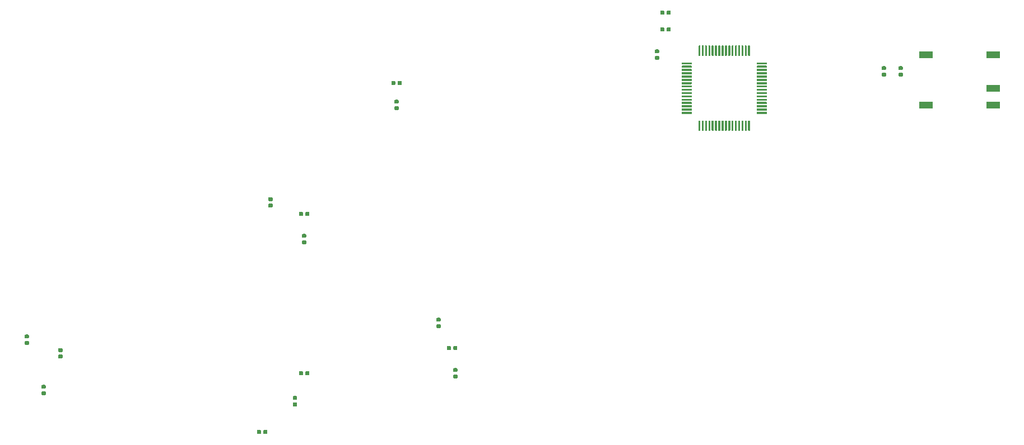
<source format=gtp>
G04 #@! TF.GenerationSoftware,KiCad,Pcbnew,(5.1.4)-1*
G04 #@! TF.CreationDate,2019-11-19T15:09:50-05:00*
G04 #@! TF.ProjectId,MiniProj,4d696e69-5072-46f6-9a2e-6b696361645f,rev?*
G04 #@! TF.SameCoordinates,Original*
G04 #@! TF.FileFunction,Paste,Top*
G04 #@! TF.FilePolarity,Positive*
%FSLAX46Y46*%
G04 Gerber Fmt 4.6, Leading zero omitted, Abs format (unit mm)*
G04 Created by KiCad (PCBNEW (5.1.4)-1) date 2019-11-19 15:09:50*
%MOMM*%
%LPD*%
G04 APERTURE LIST*
%ADD10C,0.100000*%
%ADD11C,0.590000*%
%ADD12C,0.300000*%
%ADD13R,2.100000X1.000000*%
G04 APERTURE END LIST*
D10*
G36*
X155126958Y-54800710D02*
G01*
X155141276Y-54802834D01*
X155155317Y-54806351D01*
X155168946Y-54811228D01*
X155182031Y-54817417D01*
X155194447Y-54824858D01*
X155206073Y-54833481D01*
X155216798Y-54843202D01*
X155226519Y-54853927D01*
X155235142Y-54865553D01*
X155242583Y-54877969D01*
X155248772Y-54891054D01*
X155253649Y-54904683D01*
X155257166Y-54918724D01*
X155259290Y-54933042D01*
X155260000Y-54947500D01*
X155260000Y-55242500D01*
X155259290Y-55256958D01*
X155257166Y-55271276D01*
X155253649Y-55285317D01*
X155248772Y-55298946D01*
X155242583Y-55312031D01*
X155235142Y-55324447D01*
X155226519Y-55336073D01*
X155216798Y-55346798D01*
X155206073Y-55356519D01*
X155194447Y-55365142D01*
X155182031Y-55372583D01*
X155168946Y-55378772D01*
X155155317Y-55383649D01*
X155141276Y-55387166D01*
X155126958Y-55389290D01*
X155112500Y-55390000D01*
X154767500Y-55390000D01*
X154753042Y-55389290D01*
X154738724Y-55387166D01*
X154724683Y-55383649D01*
X154711054Y-55378772D01*
X154697969Y-55372583D01*
X154685553Y-55365142D01*
X154673927Y-55356519D01*
X154663202Y-55346798D01*
X154653481Y-55336073D01*
X154644858Y-55324447D01*
X154637417Y-55312031D01*
X154631228Y-55298946D01*
X154626351Y-55285317D01*
X154622834Y-55271276D01*
X154620710Y-55256958D01*
X154620000Y-55242500D01*
X154620000Y-54947500D01*
X154620710Y-54933042D01*
X154622834Y-54918724D01*
X154626351Y-54904683D01*
X154631228Y-54891054D01*
X154637417Y-54877969D01*
X154644858Y-54865553D01*
X154653481Y-54853927D01*
X154663202Y-54843202D01*
X154673927Y-54833481D01*
X154685553Y-54824858D01*
X154697969Y-54817417D01*
X154711054Y-54811228D01*
X154724683Y-54806351D01*
X154738724Y-54802834D01*
X154753042Y-54800710D01*
X154767500Y-54800000D01*
X155112500Y-54800000D01*
X155126958Y-54800710D01*
X155126958Y-54800710D01*
G37*
D11*
X154940000Y-55095000D03*
D10*
G36*
X155126958Y-53830710D02*
G01*
X155141276Y-53832834D01*
X155155317Y-53836351D01*
X155168946Y-53841228D01*
X155182031Y-53847417D01*
X155194447Y-53854858D01*
X155206073Y-53863481D01*
X155216798Y-53873202D01*
X155226519Y-53883927D01*
X155235142Y-53895553D01*
X155242583Y-53907969D01*
X155248772Y-53921054D01*
X155253649Y-53934683D01*
X155257166Y-53948724D01*
X155259290Y-53963042D01*
X155260000Y-53977500D01*
X155260000Y-54272500D01*
X155259290Y-54286958D01*
X155257166Y-54301276D01*
X155253649Y-54315317D01*
X155248772Y-54328946D01*
X155242583Y-54342031D01*
X155235142Y-54354447D01*
X155226519Y-54366073D01*
X155216798Y-54376798D01*
X155206073Y-54386519D01*
X155194447Y-54395142D01*
X155182031Y-54402583D01*
X155168946Y-54408772D01*
X155155317Y-54413649D01*
X155141276Y-54417166D01*
X155126958Y-54419290D01*
X155112500Y-54420000D01*
X154767500Y-54420000D01*
X154753042Y-54419290D01*
X154738724Y-54417166D01*
X154724683Y-54413649D01*
X154711054Y-54408772D01*
X154697969Y-54402583D01*
X154685553Y-54395142D01*
X154673927Y-54386519D01*
X154663202Y-54376798D01*
X154653481Y-54366073D01*
X154644858Y-54354447D01*
X154637417Y-54342031D01*
X154631228Y-54328946D01*
X154626351Y-54315317D01*
X154622834Y-54301276D01*
X154620710Y-54286958D01*
X154620000Y-54272500D01*
X154620000Y-53977500D01*
X154620710Y-53963042D01*
X154622834Y-53948724D01*
X154626351Y-53934683D01*
X154631228Y-53921054D01*
X154637417Y-53907969D01*
X154644858Y-53895553D01*
X154653481Y-53883927D01*
X154663202Y-53873202D01*
X154673927Y-53863481D01*
X154685553Y-53854858D01*
X154697969Y-53847417D01*
X154711054Y-53841228D01*
X154724683Y-53836351D01*
X154738724Y-53832834D01*
X154753042Y-53830710D01*
X154767500Y-53830000D01*
X155112500Y-53830000D01*
X155126958Y-53830710D01*
X155126958Y-53830710D01*
G37*
D11*
X154940000Y-54125000D03*
D10*
G36*
X228786958Y-49720710D02*
G01*
X228801276Y-49722834D01*
X228815317Y-49726351D01*
X228828946Y-49731228D01*
X228842031Y-49737417D01*
X228854447Y-49744858D01*
X228866073Y-49753481D01*
X228876798Y-49763202D01*
X228886519Y-49773927D01*
X228895142Y-49785553D01*
X228902583Y-49797969D01*
X228908772Y-49811054D01*
X228913649Y-49824683D01*
X228917166Y-49838724D01*
X228919290Y-49853042D01*
X228920000Y-49867500D01*
X228920000Y-50162500D01*
X228919290Y-50176958D01*
X228917166Y-50191276D01*
X228913649Y-50205317D01*
X228908772Y-50218946D01*
X228902583Y-50232031D01*
X228895142Y-50244447D01*
X228886519Y-50256073D01*
X228876798Y-50266798D01*
X228866073Y-50276519D01*
X228854447Y-50285142D01*
X228842031Y-50292583D01*
X228828946Y-50298772D01*
X228815317Y-50303649D01*
X228801276Y-50307166D01*
X228786958Y-50309290D01*
X228772500Y-50310000D01*
X228427500Y-50310000D01*
X228413042Y-50309290D01*
X228398724Y-50307166D01*
X228384683Y-50303649D01*
X228371054Y-50298772D01*
X228357969Y-50292583D01*
X228345553Y-50285142D01*
X228333927Y-50276519D01*
X228323202Y-50266798D01*
X228313481Y-50256073D01*
X228304858Y-50244447D01*
X228297417Y-50232031D01*
X228291228Y-50218946D01*
X228286351Y-50205317D01*
X228282834Y-50191276D01*
X228280710Y-50176958D01*
X228280000Y-50162500D01*
X228280000Y-49867500D01*
X228280710Y-49853042D01*
X228282834Y-49838724D01*
X228286351Y-49824683D01*
X228291228Y-49811054D01*
X228297417Y-49797969D01*
X228304858Y-49785553D01*
X228313481Y-49773927D01*
X228323202Y-49763202D01*
X228333927Y-49753481D01*
X228345553Y-49744858D01*
X228357969Y-49737417D01*
X228371054Y-49731228D01*
X228384683Y-49726351D01*
X228398724Y-49722834D01*
X228413042Y-49720710D01*
X228427500Y-49720000D01*
X228772500Y-49720000D01*
X228786958Y-49720710D01*
X228786958Y-49720710D01*
G37*
D11*
X228600000Y-50015000D03*
D10*
G36*
X228786958Y-48750710D02*
G01*
X228801276Y-48752834D01*
X228815317Y-48756351D01*
X228828946Y-48761228D01*
X228842031Y-48767417D01*
X228854447Y-48774858D01*
X228866073Y-48783481D01*
X228876798Y-48793202D01*
X228886519Y-48803927D01*
X228895142Y-48815553D01*
X228902583Y-48827969D01*
X228908772Y-48841054D01*
X228913649Y-48854683D01*
X228917166Y-48868724D01*
X228919290Y-48883042D01*
X228920000Y-48897500D01*
X228920000Y-49192500D01*
X228919290Y-49206958D01*
X228917166Y-49221276D01*
X228913649Y-49235317D01*
X228908772Y-49248946D01*
X228902583Y-49262031D01*
X228895142Y-49274447D01*
X228886519Y-49286073D01*
X228876798Y-49296798D01*
X228866073Y-49306519D01*
X228854447Y-49315142D01*
X228842031Y-49322583D01*
X228828946Y-49328772D01*
X228815317Y-49333649D01*
X228801276Y-49337166D01*
X228786958Y-49339290D01*
X228772500Y-49340000D01*
X228427500Y-49340000D01*
X228413042Y-49339290D01*
X228398724Y-49337166D01*
X228384683Y-49333649D01*
X228371054Y-49328772D01*
X228357969Y-49322583D01*
X228345553Y-49315142D01*
X228333927Y-49306519D01*
X228323202Y-49296798D01*
X228313481Y-49286073D01*
X228304858Y-49274447D01*
X228297417Y-49262031D01*
X228291228Y-49248946D01*
X228286351Y-49235317D01*
X228282834Y-49221276D01*
X228280710Y-49206958D01*
X228280000Y-49192500D01*
X228280000Y-48897500D01*
X228280710Y-48883042D01*
X228282834Y-48868724D01*
X228286351Y-48854683D01*
X228291228Y-48841054D01*
X228297417Y-48827969D01*
X228304858Y-48815553D01*
X228313481Y-48803927D01*
X228323202Y-48793202D01*
X228333927Y-48783481D01*
X228345553Y-48774858D01*
X228357969Y-48767417D01*
X228371054Y-48761228D01*
X228384683Y-48756351D01*
X228398724Y-48752834D01*
X228413042Y-48750710D01*
X228427500Y-48750000D01*
X228772500Y-48750000D01*
X228786958Y-48750710D01*
X228786958Y-48750710D01*
G37*
D11*
X228600000Y-49045000D03*
D10*
G36*
X164016958Y-95440710D02*
G01*
X164031276Y-95442834D01*
X164045317Y-95446351D01*
X164058946Y-95451228D01*
X164072031Y-95457417D01*
X164084447Y-95464858D01*
X164096073Y-95473481D01*
X164106798Y-95483202D01*
X164116519Y-95493927D01*
X164125142Y-95505553D01*
X164132583Y-95517969D01*
X164138772Y-95531054D01*
X164143649Y-95544683D01*
X164147166Y-95558724D01*
X164149290Y-95573042D01*
X164150000Y-95587500D01*
X164150000Y-95882500D01*
X164149290Y-95896958D01*
X164147166Y-95911276D01*
X164143649Y-95925317D01*
X164138772Y-95938946D01*
X164132583Y-95952031D01*
X164125142Y-95964447D01*
X164116519Y-95976073D01*
X164106798Y-95986798D01*
X164096073Y-95996519D01*
X164084447Y-96005142D01*
X164072031Y-96012583D01*
X164058946Y-96018772D01*
X164045317Y-96023649D01*
X164031276Y-96027166D01*
X164016958Y-96029290D01*
X164002500Y-96030000D01*
X163657500Y-96030000D01*
X163643042Y-96029290D01*
X163628724Y-96027166D01*
X163614683Y-96023649D01*
X163601054Y-96018772D01*
X163587969Y-96012583D01*
X163575553Y-96005142D01*
X163563927Y-95996519D01*
X163553202Y-95986798D01*
X163543481Y-95976073D01*
X163534858Y-95964447D01*
X163527417Y-95952031D01*
X163521228Y-95938946D01*
X163516351Y-95925317D01*
X163512834Y-95911276D01*
X163510710Y-95896958D01*
X163510000Y-95882500D01*
X163510000Y-95587500D01*
X163510710Y-95573042D01*
X163512834Y-95558724D01*
X163516351Y-95544683D01*
X163521228Y-95531054D01*
X163527417Y-95517969D01*
X163534858Y-95505553D01*
X163543481Y-95493927D01*
X163553202Y-95483202D01*
X163563927Y-95473481D01*
X163575553Y-95464858D01*
X163587969Y-95457417D01*
X163601054Y-95451228D01*
X163614683Y-95446351D01*
X163628724Y-95442834D01*
X163643042Y-95440710D01*
X163657500Y-95440000D01*
X164002500Y-95440000D01*
X164016958Y-95440710D01*
X164016958Y-95440710D01*
G37*
D11*
X163830000Y-95735000D03*
D10*
G36*
X164016958Y-94470710D02*
G01*
X164031276Y-94472834D01*
X164045317Y-94476351D01*
X164058946Y-94481228D01*
X164072031Y-94487417D01*
X164084447Y-94494858D01*
X164096073Y-94503481D01*
X164106798Y-94513202D01*
X164116519Y-94523927D01*
X164125142Y-94535553D01*
X164132583Y-94547969D01*
X164138772Y-94561054D01*
X164143649Y-94574683D01*
X164147166Y-94588724D01*
X164149290Y-94603042D01*
X164150000Y-94617500D01*
X164150000Y-94912500D01*
X164149290Y-94926958D01*
X164147166Y-94941276D01*
X164143649Y-94955317D01*
X164138772Y-94968946D01*
X164132583Y-94982031D01*
X164125142Y-94994447D01*
X164116519Y-95006073D01*
X164106798Y-95016798D01*
X164096073Y-95026519D01*
X164084447Y-95035142D01*
X164072031Y-95042583D01*
X164058946Y-95048772D01*
X164045317Y-95053649D01*
X164031276Y-95057166D01*
X164016958Y-95059290D01*
X164002500Y-95060000D01*
X163657500Y-95060000D01*
X163643042Y-95059290D01*
X163628724Y-95057166D01*
X163614683Y-95053649D01*
X163601054Y-95048772D01*
X163587969Y-95042583D01*
X163575553Y-95035142D01*
X163563927Y-95026519D01*
X163553202Y-95016798D01*
X163543481Y-95006073D01*
X163534858Y-94994447D01*
X163527417Y-94982031D01*
X163521228Y-94968946D01*
X163516351Y-94955317D01*
X163512834Y-94941276D01*
X163510710Y-94926958D01*
X163510000Y-94912500D01*
X163510000Y-94617500D01*
X163510710Y-94603042D01*
X163512834Y-94588724D01*
X163516351Y-94574683D01*
X163521228Y-94561054D01*
X163527417Y-94547969D01*
X163534858Y-94535553D01*
X163543481Y-94523927D01*
X163553202Y-94513202D01*
X163563927Y-94503481D01*
X163575553Y-94494858D01*
X163587969Y-94487417D01*
X163601054Y-94481228D01*
X163614683Y-94476351D01*
X163628724Y-94472834D01*
X163643042Y-94470710D01*
X163657500Y-94470000D01*
X164002500Y-94470000D01*
X164016958Y-94470710D01*
X164016958Y-94470710D01*
G37*
D11*
X163830000Y-94765000D03*
D10*
G36*
X101786958Y-97980710D02*
G01*
X101801276Y-97982834D01*
X101815317Y-97986351D01*
X101828946Y-97991228D01*
X101842031Y-97997417D01*
X101854447Y-98004858D01*
X101866073Y-98013481D01*
X101876798Y-98023202D01*
X101886519Y-98033927D01*
X101895142Y-98045553D01*
X101902583Y-98057969D01*
X101908772Y-98071054D01*
X101913649Y-98084683D01*
X101917166Y-98098724D01*
X101919290Y-98113042D01*
X101920000Y-98127500D01*
X101920000Y-98422500D01*
X101919290Y-98436958D01*
X101917166Y-98451276D01*
X101913649Y-98465317D01*
X101908772Y-98478946D01*
X101902583Y-98492031D01*
X101895142Y-98504447D01*
X101886519Y-98516073D01*
X101876798Y-98526798D01*
X101866073Y-98536519D01*
X101854447Y-98545142D01*
X101842031Y-98552583D01*
X101828946Y-98558772D01*
X101815317Y-98563649D01*
X101801276Y-98567166D01*
X101786958Y-98569290D01*
X101772500Y-98570000D01*
X101427500Y-98570000D01*
X101413042Y-98569290D01*
X101398724Y-98567166D01*
X101384683Y-98563649D01*
X101371054Y-98558772D01*
X101357969Y-98552583D01*
X101345553Y-98545142D01*
X101333927Y-98536519D01*
X101323202Y-98526798D01*
X101313481Y-98516073D01*
X101304858Y-98504447D01*
X101297417Y-98492031D01*
X101291228Y-98478946D01*
X101286351Y-98465317D01*
X101282834Y-98451276D01*
X101280710Y-98436958D01*
X101280000Y-98422500D01*
X101280000Y-98127500D01*
X101280710Y-98113042D01*
X101282834Y-98098724D01*
X101286351Y-98084683D01*
X101291228Y-98071054D01*
X101297417Y-98057969D01*
X101304858Y-98045553D01*
X101313481Y-98033927D01*
X101323202Y-98023202D01*
X101333927Y-98013481D01*
X101345553Y-98004858D01*
X101357969Y-97997417D01*
X101371054Y-97991228D01*
X101384683Y-97986351D01*
X101398724Y-97982834D01*
X101413042Y-97980710D01*
X101427500Y-97980000D01*
X101772500Y-97980000D01*
X101786958Y-97980710D01*
X101786958Y-97980710D01*
G37*
D11*
X101600000Y-98275000D03*
D10*
G36*
X101786958Y-97010710D02*
G01*
X101801276Y-97012834D01*
X101815317Y-97016351D01*
X101828946Y-97021228D01*
X101842031Y-97027417D01*
X101854447Y-97034858D01*
X101866073Y-97043481D01*
X101876798Y-97053202D01*
X101886519Y-97063927D01*
X101895142Y-97075553D01*
X101902583Y-97087969D01*
X101908772Y-97101054D01*
X101913649Y-97114683D01*
X101917166Y-97128724D01*
X101919290Y-97143042D01*
X101920000Y-97157500D01*
X101920000Y-97452500D01*
X101919290Y-97466958D01*
X101917166Y-97481276D01*
X101913649Y-97495317D01*
X101908772Y-97508946D01*
X101902583Y-97522031D01*
X101895142Y-97534447D01*
X101886519Y-97546073D01*
X101876798Y-97556798D01*
X101866073Y-97566519D01*
X101854447Y-97575142D01*
X101842031Y-97582583D01*
X101828946Y-97588772D01*
X101815317Y-97593649D01*
X101801276Y-97597166D01*
X101786958Y-97599290D01*
X101772500Y-97600000D01*
X101427500Y-97600000D01*
X101413042Y-97599290D01*
X101398724Y-97597166D01*
X101384683Y-97593649D01*
X101371054Y-97588772D01*
X101357969Y-97582583D01*
X101345553Y-97575142D01*
X101333927Y-97566519D01*
X101323202Y-97556798D01*
X101313481Y-97546073D01*
X101304858Y-97534447D01*
X101297417Y-97522031D01*
X101291228Y-97508946D01*
X101286351Y-97495317D01*
X101282834Y-97481276D01*
X101280710Y-97466958D01*
X101280000Y-97452500D01*
X101280000Y-97157500D01*
X101280710Y-97143042D01*
X101282834Y-97128724D01*
X101286351Y-97114683D01*
X101291228Y-97101054D01*
X101297417Y-97087969D01*
X101304858Y-97075553D01*
X101313481Y-97063927D01*
X101323202Y-97053202D01*
X101333927Y-97043481D01*
X101345553Y-97034858D01*
X101357969Y-97027417D01*
X101371054Y-97021228D01*
X101384683Y-97016351D01*
X101398724Y-97012834D01*
X101413042Y-97010710D01*
X101427500Y-97010000D01*
X101772500Y-97010000D01*
X101786958Y-97010710D01*
X101786958Y-97010710D01*
G37*
D11*
X101600000Y-97305000D03*
D10*
G36*
X134296958Y-103820710D02*
G01*
X134311276Y-103822834D01*
X134325317Y-103826351D01*
X134338946Y-103831228D01*
X134352031Y-103837417D01*
X134364447Y-103844858D01*
X134376073Y-103853481D01*
X134386798Y-103863202D01*
X134396519Y-103873927D01*
X134405142Y-103885553D01*
X134412583Y-103897969D01*
X134418772Y-103911054D01*
X134423649Y-103924683D01*
X134427166Y-103938724D01*
X134429290Y-103953042D01*
X134430000Y-103967500D01*
X134430000Y-104312500D01*
X134429290Y-104326958D01*
X134427166Y-104341276D01*
X134423649Y-104355317D01*
X134418772Y-104368946D01*
X134412583Y-104382031D01*
X134405142Y-104394447D01*
X134396519Y-104406073D01*
X134386798Y-104416798D01*
X134376073Y-104426519D01*
X134364447Y-104435142D01*
X134352031Y-104442583D01*
X134338946Y-104448772D01*
X134325317Y-104453649D01*
X134311276Y-104457166D01*
X134296958Y-104459290D01*
X134282500Y-104460000D01*
X133987500Y-104460000D01*
X133973042Y-104459290D01*
X133958724Y-104457166D01*
X133944683Y-104453649D01*
X133931054Y-104448772D01*
X133917969Y-104442583D01*
X133905553Y-104435142D01*
X133893927Y-104426519D01*
X133883202Y-104416798D01*
X133873481Y-104406073D01*
X133864858Y-104394447D01*
X133857417Y-104382031D01*
X133851228Y-104368946D01*
X133846351Y-104355317D01*
X133842834Y-104341276D01*
X133840710Y-104326958D01*
X133840000Y-104312500D01*
X133840000Y-103967500D01*
X133840710Y-103953042D01*
X133842834Y-103938724D01*
X133846351Y-103924683D01*
X133851228Y-103911054D01*
X133857417Y-103897969D01*
X133864858Y-103885553D01*
X133873481Y-103873927D01*
X133883202Y-103863202D01*
X133893927Y-103853481D01*
X133905553Y-103844858D01*
X133917969Y-103837417D01*
X133931054Y-103831228D01*
X133944683Y-103826351D01*
X133958724Y-103822834D01*
X133973042Y-103820710D01*
X133987500Y-103820000D01*
X134282500Y-103820000D01*
X134296958Y-103820710D01*
X134296958Y-103820710D01*
G37*
D11*
X134135000Y-104140000D03*
D10*
G36*
X135266958Y-103820710D02*
G01*
X135281276Y-103822834D01*
X135295317Y-103826351D01*
X135308946Y-103831228D01*
X135322031Y-103837417D01*
X135334447Y-103844858D01*
X135346073Y-103853481D01*
X135356798Y-103863202D01*
X135366519Y-103873927D01*
X135375142Y-103885553D01*
X135382583Y-103897969D01*
X135388772Y-103911054D01*
X135393649Y-103924683D01*
X135397166Y-103938724D01*
X135399290Y-103953042D01*
X135400000Y-103967500D01*
X135400000Y-104312500D01*
X135399290Y-104326958D01*
X135397166Y-104341276D01*
X135393649Y-104355317D01*
X135388772Y-104368946D01*
X135382583Y-104382031D01*
X135375142Y-104394447D01*
X135366519Y-104406073D01*
X135356798Y-104416798D01*
X135346073Y-104426519D01*
X135334447Y-104435142D01*
X135322031Y-104442583D01*
X135308946Y-104448772D01*
X135295317Y-104453649D01*
X135281276Y-104457166D01*
X135266958Y-104459290D01*
X135252500Y-104460000D01*
X134957500Y-104460000D01*
X134943042Y-104459290D01*
X134928724Y-104457166D01*
X134914683Y-104453649D01*
X134901054Y-104448772D01*
X134887969Y-104442583D01*
X134875553Y-104435142D01*
X134863927Y-104426519D01*
X134853202Y-104416798D01*
X134843481Y-104406073D01*
X134834858Y-104394447D01*
X134827417Y-104382031D01*
X134821228Y-104368946D01*
X134816351Y-104355317D01*
X134812834Y-104341276D01*
X134810710Y-104326958D01*
X134810000Y-104312500D01*
X134810000Y-103967500D01*
X134810710Y-103953042D01*
X134812834Y-103938724D01*
X134816351Y-103924683D01*
X134821228Y-103911054D01*
X134827417Y-103897969D01*
X134834858Y-103885553D01*
X134843481Y-103873927D01*
X134853202Y-103863202D01*
X134863927Y-103853481D01*
X134875553Y-103844858D01*
X134887969Y-103837417D01*
X134901054Y-103831228D01*
X134914683Y-103826351D01*
X134928724Y-103822834D01*
X134943042Y-103820710D01*
X134957500Y-103820000D01*
X135252500Y-103820000D01*
X135266958Y-103820710D01*
X135266958Y-103820710D01*
G37*
D11*
X135105000Y-104140000D03*
D10*
G36*
X141156958Y-75120710D02*
G01*
X141171276Y-75122834D01*
X141185317Y-75126351D01*
X141198946Y-75131228D01*
X141212031Y-75137417D01*
X141224447Y-75144858D01*
X141236073Y-75153481D01*
X141246798Y-75163202D01*
X141256519Y-75173927D01*
X141265142Y-75185553D01*
X141272583Y-75197969D01*
X141278772Y-75211054D01*
X141283649Y-75224683D01*
X141287166Y-75238724D01*
X141289290Y-75253042D01*
X141290000Y-75267500D01*
X141290000Y-75562500D01*
X141289290Y-75576958D01*
X141287166Y-75591276D01*
X141283649Y-75605317D01*
X141278772Y-75618946D01*
X141272583Y-75632031D01*
X141265142Y-75644447D01*
X141256519Y-75656073D01*
X141246798Y-75666798D01*
X141236073Y-75676519D01*
X141224447Y-75685142D01*
X141212031Y-75692583D01*
X141198946Y-75698772D01*
X141185317Y-75703649D01*
X141171276Y-75707166D01*
X141156958Y-75709290D01*
X141142500Y-75710000D01*
X140797500Y-75710000D01*
X140783042Y-75709290D01*
X140768724Y-75707166D01*
X140754683Y-75703649D01*
X140741054Y-75698772D01*
X140727969Y-75692583D01*
X140715553Y-75685142D01*
X140703927Y-75676519D01*
X140693202Y-75666798D01*
X140683481Y-75656073D01*
X140674858Y-75644447D01*
X140667417Y-75632031D01*
X140661228Y-75618946D01*
X140656351Y-75605317D01*
X140652834Y-75591276D01*
X140650710Y-75576958D01*
X140650000Y-75562500D01*
X140650000Y-75267500D01*
X140650710Y-75253042D01*
X140652834Y-75238724D01*
X140656351Y-75224683D01*
X140661228Y-75211054D01*
X140667417Y-75197969D01*
X140674858Y-75185553D01*
X140683481Y-75173927D01*
X140693202Y-75163202D01*
X140703927Y-75153481D01*
X140715553Y-75144858D01*
X140727969Y-75137417D01*
X140741054Y-75131228D01*
X140754683Y-75126351D01*
X140768724Y-75122834D01*
X140783042Y-75120710D01*
X140797500Y-75120000D01*
X141142500Y-75120000D01*
X141156958Y-75120710D01*
X141156958Y-75120710D01*
G37*
D11*
X140970000Y-75415000D03*
D10*
G36*
X141156958Y-74150710D02*
G01*
X141171276Y-74152834D01*
X141185317Y-74156351D01*
X141198946Y-74161228D01*
X141212031Y-74167417D01*
X141224447Y-74174858D01*
X141236073Y-74183481D01*
X141246798Y-74193202D01*
X141256519Y-74203927D01*
X141265142Y-74215553D01*
X141272583Y-74227969D01*
X141278772Y-74241054D01*
X141283649Y-74254683D01*
X141287166Y-74268724D01*
X141289290Y-74283042D01*
X141290000Y-74297500D01*
X141290000Y-74592500D01*
X141289290Y-74606958D01*
X141287166Y-74621276D01*
X141283649Y-74635317D01*
X141278772Y-74648946D01*
X141272583Y-74662031D01*
X141265142Y-74674447D01*
X141256519Y-74686073D01*
X141246798Y-74696798D01*
X141236073Y-74706519D01*
X141224447Y-74715142D01*
X141212031Y-74722583D01*
X141198946Y-74728772D01*
X141185317Y-74733649D01*
X141171276Y-74737166D01*
X141156958Y-74739290D01*
X141142500Y-74740000D01*
X140797500Y-74740000D01*
X140783042Y-74739290D01*
X140768724Y-74737166D01*
X140754683Y-74733649D01*
X140741054Y-74728772D01*
X140727969Y-74722583D01*
X140715553Y-74715142D01*
X140703927Y-74706519D01*
X140693202Y-74696798D01*
X140683481Y-74686073D01*
X140674858Y-74674447D01*
X140667417Y-74662031D01*
X140661228Y-74648946D01*
X140656351Y-74635317D01*
X140652834Y-74621276D01*
X140650710Y-74606958D01*
X140650000Y-74592500D01*
X140650000Y-74297500D01*
X140650710Y-74283042D01*
X140652834Y-74268724D01*
X140656351Y-74254683D01*
X140661228Y-74241054D01*
X140667417Y-74227969D01*
X140674858Y-74215553D01*
X140683481Y-74203927D01*
X140693202Y-74193202D01*
X140703927Y-74183481D01*
X140715553Y-74174858D01*
X140727969Y-74167417D01*
X140741054Y-74161228D01*
X140754683Y-74156351D01*
X140768724Y-74152834D01*
X140783042Y-74150710D01*
X140797500Y-74150000D01*
X141142500Y-74150000D01*
X141156958Y-74150710D01*
X141156958Y-74150710D01*
G37*
D11*
X140970000Y-74445000D03*
D10*
G36*
X195256958Y-42860710D02*
G01*
X195271276Y-42862834D01*
X195285317Y-42866351D01*
X195298946Y-42871228D01*
X195312031Y-42877417D01*
X195324447Y-42884858D01*
X195336073Y-42893481D01*
X195346798Y-42903202D01*
X195356519Y-42913927D01*
X195365142Y-42925553D01*
X195372583Y-42937969D01*
X195378772Y-42951054D01*
X195383649Y-42964683D01*
X195387166Y-42978724D01*
X195389290Y-42993042D01*
X195390000Y-43007500D01*
X195390000Y-43352500D01*
X195389290Y-43366958D01*
X195387166Y-43381276D01*
X195383649Y-43395317D01*
X195378772Y-43408946D01*
X195372583Y-43422031D01*
X195365142Y-43434447D01*
X195356519Y-43446073D01*
X195346798Y-43456798D01*
X195336073Y-43466519D01*
X195324447Y-43475142D01*
X195312031Y-43482583D01*
X195298946Y-43488772D01*
X195285317Y-43493649D01*
X195271276Y-43497166D01*
X195256958Y-43499290D01*
X195242500Y-43500000D01*
X194947500Y-43500000D01*
X194933042Y-43499290D01*
X194918724Y-43497166D01*
X194904683Y-43493649D01*
X194891054Y-43488772D01*
X194877969Y-43482583D01*
X194865553Y-43475142D01*
X194853927Y-43466519D01*
X194843202Y-43456798D01*
X194833481Y-43446073D01*
X194824858Y-43434447D01*
X194817417Y-43422031D01*
X194811228Y-43408946D01*
X194806351Y-43395317D01*
X194802834Y-43381276D01*
X194800710Y-43366958D01*
X194800000Y-43352500D01*
X194800000Y-43007500D01*
X194800710Y-42993042D01*
X194802834Y-42978724D01*
X194806351Y-42964683D01*
X194811228Y-42951054D01*
X194817417Y-42937969D01*
X194824858Y-42925553D01*
X194833481Y-42913927D01*
X194843202Y-42903202D01*
X194853927Y-42893481D01*
X194865553Y-42884858D01*
X194877969Y-42877417D01*
X194891054Y-42871228D01*
X194904683Y-42866351D01*
X194918724Y-42862834D01*
X194933042Y-42860710D01*
X194947500Y-42860000D01*
X195242500Y-42860000D01*
X195256958Y-42860710D01*
X195256958Y-42860710D01*
G37*
D11*
X195095000Y-43180000D03*
D10*
G36*
X196226958Y-42860710D02*
G01*
X196241276Y-42862834D01*
X196255317Y-42866351D01*
X196268946Y-42871228D01*
X196282031Y-42877417D01*
X196294447Y-42884858D01*
X196306073Y-42893481D01*
X196316798Y-42903202D01*
X196326519Y-42913927D01*
X196335142Y-42925553D01*
X196342583Y-42937969D01*
X196348772Y-42951054D01*
X196353649Y-42964683D01*
X196357166Y-42978724D01*
X196359290Y-42993042D01*
X196360000Y-43007500D01*
X196360000Y-43352500D01*
X196359290Y-43366958D01*
X196357166Y-43381276D01*
X196353649Y-43395317D01*
X196348772Y-43408946D01*
X196342583Y-43422031D01*
X196335142Y-43434447D01*
X196326519Y-43446073D01*
X196316798Y-43456798D01*
X196306073Y-43466519D01*
X196294447Y-43475142D01*
X196282031Y-43482583D01*
X196268946Y-43488772D01*
X196255317Y-43493649D01*
X196241276Y-43497166D01*
X196226958Y-43499290D01*
X196212500Y-43500000D01*
X195917500Y-43500000D01*
X195903042Y-43499290D01*
X195888724Y-43497166D01*
X195874683Y-43493649D01*
X195861054Y-43488772D01*
X195847969Y-43482583D01*
X195835553Y-43475142D01*
X195823927Y-43466519D01*
X195813202Y-43456798D01*
X195803481Y-43446073D01*
X195794858Y-43434447D01*
X195787417Y-43422031D01*
X195781228Y-43408946D01*
X195776351Y-43395317D01*
X195772834Y-43381276D01*
X195770710Y-43366958D01*
X195770000Y-43352500D01*
X195770000Y-43007500D01*
X195770710Y-42993042D01*
X195772834Y-42978724D01*
X195776351Y-42964683D01*
X195781228Y-42951054D01*
X195787417Y-42937969D01*
X195794858Y-42925553D01*
X195803481Y-42913927D01*
X195813202Y-42903202D01*
X195823927Y-42893481D01*
X195835553Y-42884858D01*
X195847969Y-42877417D01*
X195861054Y-42871228D01*
X195874683Y-42866351D01*
X195888724Y-42862834D01*
X195903042Y-42860710D01*
X195917500Y-42860000D01*
X196212500Y-42860000D01*
X196226958Y-42860710D01*
X196226958Y-42860710D01*
G37*
D11*
X196065000Y-43180000D03*
D10*
G36*
X195256958Y-40320710D02*
G01*
X195271276Y-40322834D01*
X195285317Y-40326351D01*
X195298946Y-40331228D01*
X195312031Y-40337417D01*
X195324447Y-40344858D01*
X195336073Y-40353481D01*
X195346798Y-40363202D01*
X195356519Y-40373927D01*
X195365142Y-40385553D01*
X195372583Y-40397969D01*
X195378772Y-40411054D01*
X195383649Y-40424683D01*
X195387166Y-40438724D01*
X195389290Y-40453042D01*
X195390000Y-40467500D01*
X195390000Y-40812500D01*
X195389290Y-40826958D01*
X195387166Y-40841276D01*
X195383649Y-40855317D01*
X195378772Y-40868946D01*
X195372583Y-40882031D01*
X195365142Y-40894447D01*
X195356519Y-40906073D01*
X195346798Y-40916798D01*
X195336073Y-40926519D01*
X195324447Y-40935142D01*
X195312031Y-40942583D01*
X195298946Y-40948772D01*
X195285317Y-40953649D01*
X195271276Y-40957166D01*
X195256958Y-40959290D01*
X195242500Y-40960000D01*
X194947500Y-40960000D01*
X194933042Y-40959290D01*
X194918724Y-40957166D01*
X194904683Y-40953649D01*
X194891054Y-40948772D01*
X194877969Y-40942583D01*
X194865553Y-40935142D01*
X194853927Y-40926519D01*
X194843202Y-40916798D01*
X194833481Y-40906073D01*
X194824858Y-40894447D01*
X194817417Y-40882031D01*
X194811228Y-40868946D01*
X194806351Y-40855317D01*
X194802834Y-40841276D01*
X194800710Y-40826958D01*
X194800000Y-40812500D01*
X194800000Y-40467500D01*
X194800710Y-40453042D01*
X194802834Y-40438724D01*
X194806351Y-40424683D01*
X194811228Y-40411054D01*
X194817417Y-40397969D01*
X194824858Y-40385553D01*
X194833481Y-40373927D01*
X194843202Y-40363202D01*
X194853927Y-40353481D01*
X194865553Y-40344858D01*
X194877969Y-40337417D01*
X194891054Y-40331228D01*
X194904683Y-40326351D01*
X194918724Y-40322834D01*
X194933042Y-40320710D01*
X194947500Y-40320000D01*
X195242500Y-40320000D01*
X195256958Y-40320710D01*
X195256958Y-40320710D01*
G37*
D11*
X195095000Y-40640000D03*
D10*
G36*
X196226958Y-40320710D02*
G01*
X196241276Y-40322834D01*
X196255317Y-40326351D01*
X196268946Y-40331228D01*
X196282031Y-40337417D01*
X196294447Y-40344858D01*
X196306073Y-40353481D01*
X196316798Y-40363202D01*
X196326519Y-40373927D01*
X196335142Y-40385553D01*
X196342583Y-40397969D01*
X196348772Y-40411054D01*
X196353649Y-40424683D01*
X196357166Y-40438724D01*
X196359290Y-40453042D01*
X196360000Y-40467500D01*
X196360000Y-40812500D01*
X196359290Y-40826958D01*
X196357166Y-40841276D01*
X196353649Y-40855317D01*
X196348772Y-40868946D01*
X196342583Y-40882031D01*
X196335142Y-40894447D01*
X196326519Y-40906073D01*
X196316798Y-40916798D01*
X196306073Y-40926519D01*
X196294447Y-40935142D01*
X196282031Y-40942583D01*
X196268946Y-40948772D01*
X196255317Y-40953649D01*
X196241276Y-40957166D01*
X196226958Y-40959290D01*
X196212500Y-40960000D01*
X195917500Y-40960000D01*
X195903042Y-40959290D01*
X195888724Y-40957166D01*
X195874683Y-40953649D01*
X195861054Y-40948772D01*
X195847969Y-40942583D01*
X195835553Y-40935142D01*
X195823927Y-40926519D01*
X195813202Y-40916798D01*
X195803481Y-40906073D01*
X195794858Y-40894447D01*
X195787417Y-40882031D01*
X195781228Y-40868946D01*
X195776351Y-40855317D01*
X195772834Y-40841276D01*
X195770710Y-40826958D01*
X195770000Y-40812500D01*
X195770000Y-40467500D01*
X195770710Y-40453042D01*
X195772834Y-40438724D01*
X195776351Y-40424683D01*
X195781228Y-40411054D01*
X195787417Y-40397969D01*
X195794858Y-40385553D01*
X195803481Y-40373927D01*
X195813202Y-40363202D01*
X195823927Y-40353481D01*
X195835553Y-40344858D01*
X195847969Y-40337417D01*
X195861054Y-40331228D01*
X195874683Y-40326351D01*
X195888724Y-40322834D01*
X195903042Y-40320710D01*
X195917500Y-40320000D01*
X196212500Y-40320000D01*
X196226958Y-40320710D01*
X196226958Y-40320710D01*
G37*
D11*
X196065000Y-40640000D03*
D10*
G36*
X194496958Y-47180710D02*
G01*
X194511276Y-47182834D01*
X194525317Y-47186351D01*
X194538946Y-47191228D01*
X194552031Y-47197417D01*
X194564447Y-47204858D01*
X194576073Y-47213481D01*
X194586798Y-47223202D01*
X194596519Y-47233927D01*
X194605142Y-47245553D01*
X194612583Y-47257969D01*
X194618772Y-47271054D01*
X194623649Y-47284683D01*
X194627166Y-47298724D01*
X194629290Y-47313042D01*
X194630000Y-47327500D01*
X194630000Y-47622500D01*
X194629290Y-47636958D01*
X194627166Y-47651276D01*
X194623649Y-47665317D01*
X194618772Y-47678946D01*
X194612583Y-47692031D01*
X194605142Y-47704447D01*
X194596519Y-47716073D01*
X194586798Y-47726798D01*
X194576073Y-47736519D01*
X194564447Y-47745142D01*
X194552031Y-47752583D01*
X194538946Y-47758772D01*
X194525317Y-47763649D01*
X194511276Y-47767166D01*
X194496958Y-47769290D01*
X194482500Y-47770000D01*
X194137500Y-47770000D01*
X194123042Y-47769290D01*
X194108724Y-47767166D01*
X194094683Y-47763649D01*
X194081054Y-47758772D01*
X194067969Y-47752583D01*
X194055553Y-47745142D01*
X194043927Y-47736519D01*
X194033202Y-47726798D01*
X194023481Y-47716073D01*
X194014858Y-47704447D01*
X194007417Y-47692031D01*
X194001228Y-47678946D01*
X193996351Y-47665317D01*
X193992834Y-47651276D01*
X193990710Y-47636958D01*
X193990000Y-47622500D01*
X193990000Y-47327500D01*
X193990710Y-47313042D01*
X193992834Y-47298724D01*
X193996351Y-47284683D01*
X194001228Y-47271054D01*
X194007417Y-47257969D01*
X194014858Y-47245553D01*
X194023481Y-47233927D01*
X194033202Y-47223202D01*
X194043927Y-47213481D01*
X194055553Y-47204858D01*
X194067969Y-47197417D01*
X194081054Y-47191228D01*
X194094683Y-47186351D01*
X194108724Y-47182834D01*
X194123042Y-47180710D01*
X194137500Y-47180000D01*
X194482500Y-47180000D01*
X194496958Y-47180710D01*
X194496958Y-47180710D01*
G37*
D11*
X194310000Y-47475000D03*
D10*
G36*
X194496958Y-46210710D02*
G01*
X194511276Y-46212834D01*
X194525317Y-46216351D01*
X194538946Y-46221228D01*
X194552031Y-46227417D01*
X194564447Y-46234858D01*
X194576073Y-46243481D01*
X194586798Y-46253202D01*
X194596519Y-46263927D01*
X194605142Y-46275553D01*
X194612583Y-46287969D01*
X194618772Y-46301054D01*
X194623649Y-46314683D01*
X194627166Y-46328724D01*
X194629290Y-46343042D01*
X194630000Y-46357500D01*
X194630000Y-46652500D01*
X194629290Y-46666958D01*
X194627166Y-46681276D01*
X194623649Y-46695317D01*
X194618772Y-46708946D01*
X194612583Y-46722031D01*
X194605142Y-46734447D01*
X194596519Y-46746073D01*
X194586798Y-46756798D01*
X194576073Y-46766519D01*
X194564447Y-46775142D01*
X194552031Y-46782583D01*
X194538946Y-46788772D01*
X194525317Y-46793649D01*
X194511276Y-46797166D01*
X194496958Y-46799290D01*
X194482500Y-46800000D01*
X194137500Y-46800000D01*
X194123042Y-46799290D01*
X194108724Y-46797166D01*
X194094683Y-46793649D01*
X194081054Y-46788772D01*
X194067969Y-46782583D01*
X194055553Y-46775142D01*
X194043927Y-46766519D01*
X194033202Y-46756798D01*
X194023481Y-46746073D01*
X194014858Y-46734447D01*
X194007417Y-46722031D01*
X194001228Y-46708946D01*
X193996351Y-46695317D01*
X193992834Y-46681276D01*
X193990710Y-46666958D01*
X193990000Y-46652500D01*
X193990000Y-46357500D01*
X193990710Y-46343042D01*
X193992834Y-46328724D01*
X193996351Y-46314683D01*
X194001228Y-46301054D01*
X194007417Y-46287969D01*
X194014858Y-46275553D01*
X194023481Y-46263927D01*
X194033202Y-46253202D01*
X194043927Y-46243481D01*
X194055553Y-46234858D01*
X194067969Y-46227417D01*
X194081054Y-46221228D01*
X194094683Y-46216351D01*
X194108724Y-46212834D01*
X194123042Y-46210710D01*
X194137500Y-46210000D01*
X194482500Y-46210000D01*
X194496958Y-46210710D01*
X194496958Y-46210710D01*
G37*
D11*
X194310000Y-46505000D03*
D10*
G36*
X200802351Y-45620361D02*
G01*
X200809632Y-45621441D01*
X200816771Y-45623229D01*
X200823701Y-45625709D01*
X200830355Y-45628856D01*
X200836668Y-45632640D01*
X200842579Y-45637024D01*
X200848033Y-45641967D01*
X200852976Y-45647421D01*
X200857360Y-45653332D01*
X200861144Y-45659645D01*
X200864291Y-45666299D01*
X200866771Y-45673229D01*
X200868559Y-45680368D01*
X200869639Y-45687649D01*
X200870000Y-45695000D01*
X200870000Y-47095000D01*
X200869639Y-47102351D01*
X200868559Y-47109632D01*
X200866771Y-47116771D01*
X200864291Y-47123701D01*
X200861144Y-47130355D01*
X200857360Y-47136668D01*
X200852976Y-47142579D01*
X200848033Y-47148033D01*
X200842579Y-47152976D01*
X200836668Y-47157360D01*
X200830355Y-47161144D01*
X200823701Y-47164291D01*
X200816771Y-47166771D01*
X200809632Y-47168559D01*
X200802351Y-47169639D01*
X200795000Y-47170000D01*
X200645000Y-47170000D01*
X200637649Y-47169639D01*
X200630368Y-47168559D01*
X200623229Y-47166771D01*
X200616299Y-47164291D01*
X200609645Y-47161144D01*
X200603332Y-47157360D01*
X200597421Y-47152976D01*
X200591967Y-47148033D01*
X200587024Y-47142579D01*
X200582640Y-47136668D01*
X200578856Y-47130355D01*
X200575709Y-47123701D01*
X200573229Y-47116771D01*
X200571441Y-47109632D01*
X200570361Y-47102351D01*
X200570000Y-47095000D01*
X200570000Y-45695000D01*
X200570361Y-45687649D01*
X200571441Y-45680368D01*
X200573229Y-45673229D01*
X200575709Y-45666299D01*
X200578856Y-45659645D01*
X200582640Y-45653332D01*
X200587024Y-45647421D01*
X200591967Y-45641967D01*
X200597421Y-45637024D01*
X200603332Y-45632640D01*
X200609645Y-45628856D01*
X200616299Y-45625709D01*
X200623229Y-45623229D01*
X200630368Y-45621441D01*
X200637649Y-45620361D01*
X200645000Y-45620000D01*
X200795000Y-45620000D01*
X200802351Y-45620361D01*
X200802351Y-45620361D01*
G37*
D12*
X200720000Y-46395000D03*
D10*
G36*
X201302351Y-45620361D02*
G01*
X201309632Y-45621441D01*
X201316771Y-45623229D01*
X201323701Y-45625709D01*
X201330355Y-45628856D01*
X201336668Y-45632640D01*
X201342579Y-45637024D01*
X201348033Y-45641967D01*
X201352976Y-45647421D01*
X201357360Y-45653332D01*
X201361144Y-45659645D01*
X201364291Y-45666299D01*
X201366771Y-45673229D01*
X201368559Y-45680368D01*
X201369639Y-45687649D01*
X201370000Y-45695000D01*
X201370000Y-47095000D01*
X201369639Y-47102351D01*
X201368559Y-47109632D01*
X201366771Y-47116771D01*
X201364291Y-47123701D01*
X201361144Y-47130355D01*
X201357360Y-47136668D01*
X201352976Y-47142579D01*
X201348033Y-47148033D01*
X201342579Y-47152976D01*
X201336668Y-47157360D01*
X201330355Y-47161144D01*
X201323701Y-47164291D01*
X201316771Y-47166771D01*
X201309632Y-47168559D01*
X201302351Y-47169639D01*
X201295000Y-47170000D01*
X201145000Y-47170000D01*
X201137649Y-47169639D01*
X201130368Y-47168559D01*
X201123229Y-47166771D01*
X201116299Y-47164291D01*
X201109645Y-47161144D01*
X201103332Y-47157360D01*
X201097421Y-47152976D01*
X201091967Y-47148033D01*
X201087024Y-47142579D01*
X201082640Y-47136668D01*
X201078856Y-47130355D01*
X201075709Y-47123701D01*
X201073229Y-47116771D01*
X201071441Y-47109632D01*
X201070361Y-47102351D01*
X201070000Y-47095000D01*
X201070000Y-45695000D01*
X201070361Y-45687649D01*
X201071441Y-45680368D01*
X201073229Y-45673229D01*
X201075709Y-45666299D01*
X201078856Y-45659645D01*
X201082640Y-45653332D01*
X201087024Y-45647421D01*
X201091967Y-45641967D01*
X201097421Y-45637024D01*
X201103332Y-45632640D01*
X201109645Y-45628856D01*
X201116299Y-45625709D01*
X201123229Y-45623229D01*
X201130368Y-45621441D01*
X201137649Y-45620361D01*
X201145000Y-45620000D01*
X201295000Y-45620000D01*
X201302351Y-45620361D01*
X201302351Y-45620361D01*
G37*
D12*
X201220000Y-46395000D03*
D10*
G36*
X201802351Y-45620361D02*
G01*
X201809632Y-45621441D01*
X201816771Y-45623229D01*
X201823701Y-45625709D01*
X201830355Y-45628856D01*
X201836668Y-45632640D01*
X201842579Y-45637024D01*
X201848033Y-45641967D01*
X201852976Y-45647421D01*
X201857360Y-45653332D01*
X201861144Y-45659645D01*
X201864291Y-45666299D01*
X201866771Y-45673229D01*
X201868559Y-45680368D01*
X201869639Y-45687649D01*
X201870000Y-45695000D01*
X201870000Y-47095000D01*
X201869639Y-47102351D01*
X201868559Y-47109632D01*
X201866771Y-47116771D01*
X201864291Y-47123701D01*
X201861144Y-47130355D01*
X201857360Y-47136668D01*
X201852976Y-47142579D01*
X201848033Y-47148033D01*
X201842579Y-47152976D01*
X201836668Y-47157360D01*
X201830355Y-47161144D01*
X201823701Y-47164291D01*
X201816771Y-47166771D01*
X201809632Y-47168559D01*
X201802351Y-47169639D01*
X201795000Y-47170000D01*
X201645000Y-47170000D01*
X201637649Y-47169639D01*
X201630368Y-47168559D01*
X201623229Y-47166771D01*
X201616299Y-47164291D01*
X201609645Y-47161144D01*
X201603332Y-47157360D01*
X201597421Y-47152976D01*
X201591967Y-47148033D01*
X201587024Y-47142579D01*
X201582640Y-47136668D01*
X201578856Y-47130355D01*
X201575709Y-47123701D01*
X201573229Y-47116771D01*
X201571441Y-47109632D01*
X201570361Y-47102351D01*
X201570000Y-47095000D01*
X201570000Y-45695000D01*
X201570361Y-45687649D01*
X201571441Y-45680368D01*
X201573229Y-45673229D01*
X201575709Y-45666299D01*
X201578856Y-45659645D01*
X201582640Y-45653332D01*
X201587024Y-45647421D01*
X201591967Y-45641967D01*
X201597421Y-45637024D01*
X201603332Y-45632640D01*
X201609645Y-45628856D01*
X201616299Y-45625709D01*
X201623229Y-45623229D01*
X201630368Y-45621441D01*
X201637649Y-45620361D01*
X201645000Y-45620000D01*
X201795000Y-45620000D01*
X201802351Y-45620361D01*
X201802351Y-45620361D01*
G37*
D12*
X201720000Y-46395000D03*
D10*
G36*
X202302351Y-45620361D02*
G01*
X202309632Y-45621441D01*
X202316771Y-45623229D01*
X202323701Y-45625709D01*
X202330355Y-45628856D01*
X202336668Y-45632640D01*
X202342579Y-45637024D01*
X202348033Y-45641967D01*
X202352976Y-45647421D01*
X202357360Y-45653332D01*
X202361144Y-45659645D01*
X202364291Y-45666299D01*
X202366771Y-45673229D01*
X202368559Y-45680368D01*
X202369639Y-45687649D01*
X202370000Y-45695000D01*
X202370000Y-47095000D01*
X202369639Y-47102351D01*
X202368559Y-47109632D01*
X202366771Y-47116771D01*
X202364291Y-47123701D01*
X202361144Y-47130355D01*
X202357360Y-47136668D01*
X202352976Y-47142579D01*
X202348033Y-47148033D01*
X202342579Y-47152976D01*
X202336668Y-47157360D01*
X202330355Y-47161144D01*
X202323701Y-47164291D01*
X202316771Y-47166771D01*
X202309632Y-47168559D01*
X202302351Y-47169639D01*
X202295000Y-47170000D01*
X202145000Y-47170000D01*
X202137649Y-47169639D01*
X202130368Y-47168559D01*
X202123229Y-47166771D01*
X202116299Y-47164291D01*
X202109645Y-47161144D01*
X202103332Y-47157360D01*
X202097421Y-47152976D01*
X202091967Y-47148033D01*
X202087024Y-47142579D01*
X202082640Y-47136668D01*
X202078856Y-47130355D01*
X202075709Y-47123701D01*
X202073229Y-47116771D01*
X202071441Y-47109632D01*
X202070361Y-47102351D01*
X202070000Y-47095000D01*
X202070000Y-45695000D01*
X202070361Y-45687649D01*
X202071441Y-45680368D01*
X202073229Y-45673229D01*
X202075709Y-45666299D01*
X202078856Y-45659645D01*
X202082640Y-45653332D01*
X202087024Y-45647421D01*
X202091967Y-45641967D01*
X202097421Y-45637024D01*
X202103332Y-45632640D01*
X202109645Y-45628856D01*
X202116299Y-45625709D01*
X202123229Y-45623229D01*
X202130368Y-45621441D01*
X202137649Y-45620361D01*
X202145000Y-45620000D01*
X202295000Y-45620000D01*
X202302351Y-45620361D01*
X202302351Y-45620361D01*
G37*
D12*
X202220000Y-46395000D03*
D10*
G36*
X202802351Y-45620361D02*
G01*
X202809632Y-45621441D01*
X202816771Y-45623229D01*
X202823701Y-45625709D01*
X202830355Y-45628856D01*
X202836668Y-45632640D01*
X202842579Y-45637024D01*
X202848033Y-45641967D01*
X202852976Y-45647421D01*
X202857360Y-45653332D01*
X202861144Y-45659645D01*
X202864291Y-45666299D01*
X202866771Y-45673229D01*
X202868559Y-45680368D01*
X202869639Y-45687649D01*
X202870000Y-45695000D01*
X202870000Y-47095000D01*
X202869639Y-47102351D01*
X202868559Y-47109632D01*
X202866771Y-47116771D01*
X202864291Y-47123701D01*
X202861144Y-47130355D01*
X202857360Y-47136668D01*
X202852976Y-47142579D01*
X202848033Y-47148033D01*
X202842579Y-47152976D01*
X202836668Y-47157360D01*
X202830355Y-47161144D01*
X202823701Y-47164291D01*
X202816771Y-47166771D01*
X202809632Y-47168559D01*
X202802351Y-47169639D01*
X202795000Y-47170000D01*
X202645000Y-47170000D01*
X202637649Y-47169639D01*
X202630368Y-47168559D01*
X202623229Y-47166771D01*
X202616299Y-47164291D01*
X202609645Y-47161144D01*
X202603332Y-47157360D01*
X202597421Y-47152976D01*
X202591967Y-47148033D01*
X202587024Y-47142579D01*
X202582640Y-47136668D01*
X202578856Y-47130355D01*
X202575709Y-47123701D01*
X202573229Y-47116771D01*
X202571441Y-47109632D01*
X202570361Y-47102351D01*
X202570000Y-47095000D01*
X202570000Y-45695000D01*
X202570361Y-45687649D01*
X202571441Y-45680368D01*
X202573229Y-45673229D01*
X202575709Y-45666299D01*
X202578856Y-45659645D01*
X202582640Y-45653332D01*
X202587024Y-45647421D01*
X202591967Y-45641967D01*
X202597421Y-45637024D01*
X202603332Y-45632640D01*
X202609645Y-45628856D01*
X202616299Y-45625709D01*
X202623229Y-45623229D01*
X202630368Y-45621441D01*
X202637649Y-45620361D01*
X202645000Y-45620000D01*
X202795000Y-45620000D01*
X202802351Y-45620361D01*
X202802351Y-45620361D01*
G37*
D12*
X202720000Y-46395000D03*
D10*
G36*
X203302351Y-45620361D02*
G01*
X203309632Y-45621441D01*
X203316771Y-45623229D01*
X203323701Y-45625709D01*
X203330355Y-45628856D01*
X203336668Y-45632640D01*
X203342579Y-45637024D01*
X203348033Y-45641967D01*
X203352976Y-45647421D01*
X203357360Y-45653332D01*
X203361144Y-45659645D01*
X203364291Y-45666299D01*
X203366771Y-45673229D01*
X203368559Y-45680368D01*
X203369639Y-45687649D01*
X203370000Y-45695000D01*
X203370000Y-47095000D01*
X203369639Y-47102351D01*
X203368559Y-47109632D01*
X203366771Y-47116771D01*
X203364291Y-47123701D01*
X203361144Y-47130355D01*
X203357360Y-47136668D01*
X203352976Y-47142579D01*
X203348033Y-47148033D01*
X203342579Y-47152976D01*
X203336668Y-47157360D01*
X203330355Y-47161144D01*
X203323701Y-47164291D01*
X203316771Y-47166771D01*
X203309632Y-47168559D01*
X203302351Y-47169639D01*
X203295000Y-47170000D01*
X203145000Y-47170000D01*
X203137649Y-47169639D01*
X203130368Y-47168559D01*
X203123229Y-47166771D01*
X203116299Y-47164291D01*
X203109645Y-47161144D01*
X203103332Y-47157360D01*
X203097421Y-47152976D01*
X203091967Y-47148033D01*
X203087024Y-47142579D01*
X203082640Y-47136668D01*
X203078856Y-47130355D01*
X203075709Y-47123701D01*
X203073229Y-47116771D01*
X203071441Y-47109632D01*
X203070361Y-47102351D01*
X203070000Y-47095000D01*
X203070000Y-45695000D01*
X203070361Y-45687649D01*
X203071441Y-45680368D01*
X203073229Y-45673229D01*
X203075709Y-45666299D01*
X203078856Y-45659645D01*
X203082640Y-45653332D01*
X203087024Y-45647421D01*
X203091967Y-45641967D01*
X203097421Y-45637024D01*
X203103332Y-45632640D01*
X203109645Y-45628856D01*
X203116299Y-45625709D01*
X203123229Y-45623229D01*
X203130368Y-45621441D01*
X203137649Y-45620361D01*
X203145000Y-45620000D01*
X203295000Y-45620000D01*
X203302351Y-45620361D01*
X203302351Y-45620361D01*
G37*
D12*
X203220000Y-46395000D03*
D10*
G36*
X203802351Y-45620361D02*
G01*
X203809632Y-45621441D01*
X203816771Y-45623229D01*
X203823701Y-45625709D01*
X203830355Y-45628856D01*
X203836668Y-45632640D01*
X203842579Y-45637024D01*
X203848033Y-45641967D01*
X203852976Y-45647421D01*
X203857360Y-45653332D01*
X203861144Y-45659645D01*
X203864291Y-45666299D01*
X203866771Y-45673229D01*
X203868559Y-45680368D01*
X203869639Y-45687649D01*
X203870000Y-45695000D01*
X203870000Y-47095000D01*
X203869639Y-47102351D01*
X203868559Y-47109632D01*
X203866771Y-47116771D01*
X203864291Y-47123701D01*
X203861144Y-47130355D01*
X203857360Y-47136668D01*
X203852976Y-47142579D01*
X203848033Y-47148033D01*
X203842579Y-47152976D01*
X203836668Y-47157360D01*
X203830355Y-47161144D01*
X203823701Y-47164291D01*
X203816771Y-47166771D01*
X203809632Y-47168559D01*
X203802351Y-47169639D01*
X203795000Y-47170000D01*
X203645000Y-47170000D01*
X203637649Y-47169639D01*
X203630368Y-47168559D01*
X203623229Y-47166771D01*
X203616299Y-47164291D01*
X203609645Y-47161144D01*
X203603332Y-47157360D01*
X203597421Y-47152976D01*
X203591967Y-47148033D01*
X203587024Y-47142579D01*
X203582640Y-47136668D01*
X203578856Y-47130355D01*
X203575709Y-47123701D01*
X203573229Y-47116771D01*
X203571441Y-47109632D01*
X203570361Y-47102351D01*
X203570000Y-47095000D01*
X203570000Y-45695000D01*
X203570361Y-45687649D01*
X203571441Y-45680368D01*
X203573229Y-45673229D01*
X203575709Y-45666299D01*
X203578856Y-45659645D01*
X203582640Y-45653332D01*
X203587024Y-45647421D01*
X203591967Y-45641967D01*
X203597421Y-45637024D01*
X203603332Y-45632640D01*
X203609645Y-45628856D01*
X203616299Y-45625709D01*
X203623229Y-45623229D01*
X203630368Y-45621441D01*
X203637649Y-45620361D01*
X203645000Y-45620000D01*
X203795000Y-45620000D01*
X203802351Y-45620361D01*
X203802351Y-45620361D01*
G37*
D12*
X203720000Y-46395000D03*
D10*
G36*
X204302351Y-45620361D02*
G01*
X204309632Y-45621441D01*
X204316771Y-45623229D01*
X204323701Y-45625709D01*
X204330355Y-45628856D01*
X204336668Y-45632640D01*
X204342579Y-45637024D01*
X204348033Y-45641967D01*
X204352976Y-45647421D01*
X204357360Y-45653332D01*
X204361144Y-45659645D01*
X204364291Y-45666299D01*
X204366771Y-45673229D01*
X204368559Y-45680368D01*
X204369639Y-45687649D01*
X204370000Y-45695000D01*
X204370000Y-47095000D01*
X204369639Y-47102351D01*
X204368559Y-47109632D01*
X204366771Y-47116771D01*
X204364291Y-47123701D01*
X204361144Y-47130355D01*
X204357360Y-47136668D01*
X204352976Y-47142579D01*
X204348033Y-47148033D01*
X204342579Y-47152976D01*
X204336668Y-47157360D01*
X204330355Y-47161144D01*
X204323701Y-47164291D01*
X204316771Y-47166771D01*
X204309632Y-47168559D01*
X204302351Y-47169639D01*
X204295000Y-47170000D01*
X204145000Y-47170000D01*
X204137649Y-47169639D01*
X204130368Y-47168559D01*
X204123229Y-47166771D01*
X204116299Y-47164291D01*
X204109645Y-47161144D01*
X204103332Y-47157360D01*
X204097421Y-47152976D01*
X204091967Y-47148033D01*
X204087024Y-47142579D01*
X204082640Y-47136668D01*
X204078856Y-47130355D01*
X204075709Y-47123701D01*
X204073229Y-47116771D01*
X204071441Y-47109632D01*
X204070361Y-47102351D01*
X204070000Y-47095000D01*
X204070000Y-45695000D01*
X204070361Y-45687649D01*
X204071441Y-45680368D01*
X204073229Y-45673229D01*
X204075709Y-45666299D01*
X204078856Y-45659645D01*
X204082640Y-45653332D01*
X204087024Y-45647421D01*
X204091967Y-45641967D01*
X204097421Y-45637024D01*
X204103332Y-45632640D01*
X204109645Y-45628856D01*
X204116299Y-45625709D01*
X204123229Y-45623229D01*
X204130368Y-45621441D01*
X204137649Y-45620361D01*
X204145000Y-45620000D01*
X204295000Y-45620000D01*
X204302351Y-45620361D01*
X204302351Y-45620361D01*
G37*
D12*
X204220000Y-46395000D03*
D10*
G36*
X204802351Y-45620361D02*
G01*
X204809632Y-45621441D01*
X204816771Y-45623229D01*
X204823701Y-45625709D01*
X204830355Y-45628856D01*
X204836668Y-45632640D01*
X204842579Y-45637024D01*
X204848033Y-45641967D01*
X204852976Y-45647421D01*
X204857360Y-45653332D01*
X204861144Y-45659645D01*
X204864291Y-45666299D01*
X204866771Y-45673229D01*
X204868559Y-45680368D01*
X204869639Y-45687649D01*
X204870000Y-45695000D01*
X204870000Y-47095000D01*
X204869639Y-47102351D01*
X204868559Y-47109632D01*
X204866771Y-47116771D01*
X204864291Y-47123701D01*
X204861144Y-47130355D01*
X204857360Y-47136668D01*
X204852976Y-47142579D01*
X204848033Y-47148033D01*
X204842579Y-47152976D01*
X204836668Y-47157360D01*
X204830355Y-47161144D01*
X204823701Y-47164291D01*
X204816771Y-47166771D01*
X204809632Y-47168559D01*
X204802351Y-47169639D01*
X204795000Y-47170000D01*
X204645000Y-47170000D01*
X204637649Y-47169639D01*
X204630368Y-47168559D01*
X204623229Y-47166771D01*
X204616299Y-47164291D01*
X204609645Y-47161144D01*
X204603332Y-47157360D01*
X204597421Y-47152976D01*
X204591967Y-47148033D01*
X204587024Y-47142579D01*
X204582640Y-47136668D01*
X204578856Y-47130355D01*
X204575709Y-47123701D01*
X204573229Y-47116771D01*
X204571441Y-47109632D01*
X204570361Y-47102351D01*
X204570000Y-47095000D01*
X204570000Y-45695000D01*
X204570361Y-45687649D01*
X204571441Y-45680368D01*
X204573229Y-45673229D01*
X204575709Y-45666299D01*
X204578856Y-45659645D01*
X204582640Y-45653332D01*
X204587024Y-45647421D01*
X204591967Y-45641967D01*
X204597421Y-45637024D01*
X204603332Y-45632640D01*
X204609645Y-45628856D01*
X204616299Y-45625709D01*
X204623229Y-45623229D01*
X204630368Y-45621441D01*
X204637649Y-45620361D01*
X204645000Y-45620000D01*
X204795000Y-45620000D01*
X204802351Y-45620361D01*
X204802351Y-45620361D01*
G37*
D12*
X204720000Y-46395000D03*
D10*
G36*
X205302351Y-45620361D02*
G01*
X205309632Y-45621441D01*
X205316771Y-45623229D01*
X205323701Y-45625709D01*
X205330355Y-45628856D01*
X205336668Y-45632640D01*
X205342579Y-45637024D01*
X205348033Y-45641967D01*
X205352976Y-45647421D01*
X205357360Y-45653332D01*
X205361144Y-45659645D01*
X205364291Y-45666299D01*
X205366771Y-45673229D01*
X205368559Y-45680368D01*
X205369639Y-45687649D01*
X205370000Y-45695000D01*
X205370000Y-47095000D01*
X205369639Y-47102351D01*
X205368559Y-47109632D01*
X205366771Y-47116771D01*
X205364291Y-47123701D01*
X205361144Y-47130355D01*
X205357360Y-47136668D01*
X205352976Y-47142579D01*
X205348033Y-47148033D01*
X205342579Y-47152976D01*
X205336668Y-47157360D01*
X205330355Y-47161144D01*
X205323701Y-47164291D01*
X205316771Y-47166771D01*
X205309632Y-47168559D01*
X205302351Y-47169639D01*
X205295000Y-47170000D01*
X205145000Y-47170000D01*
X205137649Y-47169639D01*
X205130368Y-47168559D01*
X205123229Y-47166771D01*
X205116299Y-47164291D01*
X205109645Y-47161144D01*
X205103332Y-47157360D01*
X205097421Y-47152976D01*
X205091967Y-47148033D01*
X205087024Y-47142579D01*
X205082640Y-47136668D01*
X205078856Y-47130355D01*
X205075709Y-47123701D01*
X205073229Y-47116771D01*
X205071441Y-47109632D01*
X205070361Y-47102351D01*
X205070000Y-47095000D01*
X205070000Y-45695000D01*
X205070361Y-45687649D01*
X205071441Y-45680368D01*
X205073229Y-45673229D01*
X205075709Y-45666299D01*
X205078856Y-45659645D01*
X205082640Y-45653332D01*
X205087024Y-45647421D01*
X205091967Y-45641967D01*
X205097421Y-45637024D01*
X205103332Y-45632640D01*
X205109645Y-45628856D01*
X205116299Y-45625709D01*
X205123229Y-45623229D01*
X205130368Y-45621441D01*
X205137649Y-45620361D01*
X205145000Y-45620000D01*
X205295000Y-45620000D01*
X205302351Y-45620361D01*
X205302351Y-45620361D01*
G37*
D12*
X205220000Y-46395000D03*
D10*
G36*
X205802351Y-45620361D02*
G01*
X205809632Y-45621441D01*
X205816771Y-45623229D01*
X205823701Y-45625709D01*
X205830355Y-45628856D01*
X205836668Y-45632640D01*
X205842579Y-45637024D01*
X205848033Y-45641967D01*
X205852976Y-45647421D01*
X205857360Y-45653332D01*
X205861144Y-45659645D01*
X205864291Y-45666299D01*
X205866771Y-45673229D01*
X205868559Y-45680368D01*
X205869639Y-45687649D01*
X205870000Y-45695000D01*
X205870000Y-47095000D01*
X205869639Y-47102351D01*
X205868559Y-47109632D01*
X205866771Y-47116771D01*
X205864291Y-47123701D01*
X205861144Y-47130355D01*
X205857360Y-47136668D01*
X205852976Y-47142579D01*
X205848033Y-47148033D01*
X205842579Y-47152976D01*
X205836668Y-47157360D01*
X205830355Y-47161144D01*
X205823701Y-47164291D01*
X205816771Y-47166771D01*
X205809632Y-47168559D01*
X205802351Y-47169639D01*
X205795000Y-47170000D01*
X205645000Y-47170000D01*
X205637649Y-47169639D01*
X205630368Y-47168559D01*
X205623229Y-47166771D01*
X205616299Y-47164291D01*
X205609645Y-47161144D01*
X205603332Y-47157360D01*
X205597421Y-47152976D01*
X205591967Y-47148033D01*
X205587024Y-47142579D01*
X205582640Y-47136668D01*
X205578856Y-47130355D01*
X205575709Y-47123701D01*
X205573229Y-47116771D01*
X205571441Y-47109632D01*
X205570361Y-47102351D01*
X205570000Y-47095000D01*
X205570000Y-45695000D01*
X205570361Y-45687649D01*
X205571441Y-45680368D01*
X205573229Y-45673229D01*
X205575709Y-45666299D01*
X205578856Y-45659645D01*
X205582640Y-45653332D01*
X205587024Y-45647421D01*
X205591967Y-45641967D01*
X205597421Y-45637024D01*
X205603332Y-45632640D01*
X205609645Y-45628856D01*
X205616299Y-45625709D01*
X205623229Y-45623229D01*
X205630368Y-45621441D01*
X205637649Y-45620361D01*
X205645000Y-45620000D01*
X205795000Y-45620000D01*
X205802351Y-45620361D01*
X205802351Y-45620361D01*
G37*
D12*
X205720000Y-46395000D03*
D10*
G36*
X206302351Y-45620361D02*
G01*
X206309632Y-45621441D01*
X206316771Y-45623229D01*
X206323701Y-45625709D01*
X206330355Y-45628856D01*
X206336668Y-45632640D01*
X206342579Y-45637024D01*
X206348033Y-45641967D01*
X206352976Y-45647421D01*
X206357360Y-45653332D01*
X206361144Y-45659645D01*
X206364291Y-45666299D01*
X206366771Y-45673229D01*
X206368559Y-45680368D01*
X206369639Y-45687649D01*
X206370000Y-45695000D01*
X206370000Y-47095000D01*
X206369639Y-47102351D01*
X206368559Y-47109632D01*
X206366771Y-47116771D01*
X206364291Y-47123701D01*
X206361144Y-47130355D01*
X206357360Y-47136668D01*
X206352976Y-47142579D01*
X206348033Y-47148033D01*
X206342579Y-47152976D01*
X206336668Y-47157360D01*
X206330355Y-47161144D01*
X206323701Y-47164291D01*
X206316771Y-47166771D01*
X206309632Y-47168559D01*
X206302351Y-47169639D01*
X206295000Y-47170000D01*
X206145000Y-47170000D01*
X206137649Y-47169639D01*
X206130368Y-47168559D01*
X206123229Y-47166771D01*
X206116299Y-47164291D01*
X206109645Y-47161144D01*
X206103332Y-47157360D01*
X206097421Y-47152976D01*
X206091967Y-47148033D01*
X206087024Y-47142579D01*
X206082640Y-47136668D01*
X206078856Y-47130355D01*
X206075709Y-47123701D01*
X206073229Y-47116771D01*
X206071441Y-47109632D01*
X206070361Y-47102351D01*
X206070000Y-47095000D01*
X206070000Y-45695000D01*
X206070361Y-45687649D01*
X206071441Y-45680368D01*
X206073229Y-45673229D01*
X206075709Y-45666299D01*
X206078856Y-45659645D01*
X206082640Y-45653332D01*
X206087024Y-45647421D01*
X206091967Y-45641967D01*
X206097421Y-45637024D01*
X206103332Y-45632640D01*
X206109645Y-45628856D01*
X206116299Y-45625709D01*
X206123229Y-45623229D01*
X206130368Y-45621441D01*
X206137649Y-45620361D01*
X206145000Y-45620000D01*
X206295000Y-45620000D01*
X206302351Y-45620361D01*
X206302351Y-45620361D01*
G37*
D12*
X206220000Y-46395000D03*
D10*
G36*
X206802351Y-45620361D02*
G01*
X206809632Y-45621441D01*
X206816771Y-45623229D01*
X206823701Y-45625709D01*
X206830355Y-45628856D01*
X206836668Y-45632640D01*
X206842579Y-45637024D01*
X206848033Y-45641967D01*
X206852976Y-45647421D01*
X206857360Y-45653332D01*
X206861144Y-45659645D01*
X206864291Y-45666299D01*
X206866771Y-45673229D01*
X206868559Y-45680368D01*
X206869639Y-45687649D01*
X206870000Y-45695000D01*
X206870000Y-47095000D01*
X206869639Y-47102351D01*
X206868559Y-47109632D01*
X206866771Y-47116771D01*
X206864291Y-47123701D01*
X206861144Y-47130355D01*
X206857360Y-47136668D01*
X206852976Y-47142579D01*
X206848033Y-47148033D01*
X206842579Y-47152976D01*
X206836668Y-47157360D01*
X206830355Y-47161144D01*
X206823701Y-47164291D01*
X206816771Y-47166771D01*
X206809632Y-47168559D01*
X206802351Y-47169639D01*
X206795000Y-47170000D01*
X206645000Y-47170000D01*
X206637649Y-47169639D01*
X206630368Y-47168559D01*
X206623229Y-47166771D01*
X206616299Y-47164291D01*
X206609645Y-47161144D01*
X206603332Y-47157360D01*
X206597421Y-47152976D01*
X206591967Y-47148033D01*
X206587024Y-47142579D01*
X206582640Y-47136668D01*
X206578856Y-47130355D01*
X206575709Y-47123701D01*
X206573229Y-47116771D01*
X206571441Y-47109632D01*
X206570361Y-47102351D01*
X206570000Y-47095000D01*
X206570000Y-45695000D01*
X206570361Y-45687649D01*
X206571441Y-45680368D01*
X206573229Y-45673229D01*
X206575709Y-45666299D01*
X206578856Y-45659645D01*
X206582640Y-45653332D01*
X206587024Y-45647421D01*
X206591967Y-45641967D01*
X206597421Y-45637024D01*
X206603332Y-45632640D01*
X206609645Y-45628856D01*
X206616299Y-45625709D01*
X206623229Y-45623229D01*
X206630368Y-45621441D01*
X206637649Y-45620361D01*
X206645000Y-45620000D01*
X206795000Y-45620000D01*
X206802351Y-45620361D01*
X206802351Y-45620361D01*
G37*
D12*
X206720000Y-46395000D03*
D10*
G36*
X207302351Y-45620361D02*
G01*
X207309632Y-45621441D01*
X207316771Y-45623229D01*
X207323701Y-45625709D01*
X207330355Y-45628856D01*
X207336668Y-45632640D01*
X207342579Y-45637024D01*
X207348033Y-45641967D01*
X207352976Y-45647421D01*
X207357360Y-45653332D01*
X207361144Y-45659645D01*
X207364291Y-45666299D01*
X207366771Y-45673229D01*
X207368559Y-45680368D01*
X207369639Y-45687649D01*
X207370000Y-45695000D01*
X207370000Y-47095000D01*
X207369639Y-47102351D01*
X207368559Y-47109632D01*
X207366771Y-47116771D01*
X207364291Y-47123701D01*
X207361144Y-47130355D01*
X207357360Y-47136668D01*
X207352976Y-47142579D01*
X207348033Y-47148033D01*
X207342579Y-47152976D01*
X207336668Y-47157360D01*
X207330355Y-47161144D01*
X207323701Y-47164291D01*
X207316771Y-47166771D01*
X207309632Y-47168559D01*
X207302351Y-47169639D01*
X207295000Y-47170000D01*
X207145000Y-47170000D01*
X207137649Y-47169639D01*
X207130368Y-47168559D01*
X207123229Y-47166771D01*
X207116299Y-47164291D01*
X207109645Y-47161144D01*
X207103332Y-47157360D01*
X207097421Y-47152976D01*
X207091967Y-47148033D01*
X207087024Y-47142579D01*
X207082640Y-47136668D01*
X207078856Y-47130355D01*
X207075709Y-47123701D01*
X207073229Y-47116771D01*
X207071441Y-47109632D01*
X207070361Y-47102351D01*
X207070000Y-47095000D01*
X207070000Y-45695000D01*
X207070361Y-45687649D01*
X207071441Y-45680368D01*
X207073229Y-45673229D01*
X207075709Y-45666299D01*
X207078856Y-45659645D01*
X207082640Y-45653332D01*
X207087024Y-45647421D01*
X207091967Y-45641967D01*
X207097421Y-45637024D01*
X207103332Y-45632640D01*
X207109645Y-45628856D01*
X207116299Y-45625709D01*
X207123229Y-45623229D01*
X207130368Y-45621441D01*
X207137649Y-45620361D01*
X207145000Y-45620000D01*
X207295000Y-45620000D01*
X207302351Y-45620361D01*
X207302351Y-45620361D01*
G37*
D12*
X207220000Y-46395000D03*
D10*
G36*
X207802351Y-45620361D02*
G01*
X207809632Y-45621441D01*
X207816771Y-45623229D01*
X207823701Y-45625709D01*
X207830355Y-45628856D01*
X207836668Y-45632640D01*
X207842579Y-45637024D01*
X207848033Y-45641967D01*
X207852976Y-45647421D01*
X207857360Y-45653332D01*
X207861144Y-45659645D01*
X207864291Y-45666299D01*
X207866771Y-45673229D01*
X207868559Y-45680368D01*
X207869639Y-45687649D01*
X207870000Y-45695000D01*
X207870000Y-47095000D01*
X207869639Y-47102351D01*
X207868559Y-47109632D01*
X207866771Y-47116771D01*
X207864291Y-47123701D01*
X207861144Y-47130355D01*
X207857360Y-47136668D01*
X207852976Y-47142579D01*
X207848033Y-47148033D01*
X207842579Y-47152976D01*
X207836668Y-47157360D01*
X207830355Y-47161144D01*
X207823701Y-47164291D01*
X207816771Y-47166771D01*
X207809632Y-47168559D01*
X207802351Y-47169639D01*
X207795000Y-47170000D01*
X207645000Y-47170000D01*
X207637649Y-47169639D01*
X207630368Y-47168559D01*
X207623229Y-47166771D01*
X207616299Y-47164291D01*
X207609645Y-47161144D01*
X207603332Y-47157360D01*
X207597421Y-47152976D01*
X207591967Y-47148033D01*
X207587024Y-47142579D01*
X207582640Y-47136668D01*
X207578856Y-47130355D01*
X207575709Y-47123701D01*
X207573229Y-47116771D01*
X207571441Y-47109632D01*
X207570361Y-47102351D01*
X207570000Y-47095000D01*
X207570000Y-45695000D01*
X207570361Y-45687649D01*
X207571441Y-45680368D01*
X207573229Y-45673229D01*
X207575709Y-45666299D01*
X207578856Y-45659645D01*
X207582640Y-45653332D01*
X207587024Y-45647421D01*
X207591967Y-45641967D01*
X207597421Y-45637024D01*
X207603332Y-45632640D01*
X207609645Y-45628856D01*
X207616299Y-45625709D01*
X207623229Y-45623229D01*
X207630368Y-45621441D01*
X207637649Y-45620361D01*
X207645000Y-45620000D01*
X207795000Y-45620000D01*
X207802351Y-45620361D01*
X207802351Y-45620361D01*
G37*
D12*
X207720000Y-46395000D03*
D10*
G36*
X208302351Y-45620361D02*
G01*
X208309632Y-45621441D01*
X208316771Y-45623229D01*
X208323701Y-45625709D01*
X208330355Y-45628856D01*
X208336668Y-45632640D01*
X208342579Y-45637024D01*
X208348033Y-45641967D01*
X208352976Y-45647421D01*
X208357360Y-45653332D01*
X208361144Y-45659645D01*
X208364291Y-45666299D01*
X208366771Y-45673229D01*
X208368559Y-45680368D01*
X208369639Y-45687649D01*
X208370000Y-45695000D01*
X208370000Y-47095000D01*
X208369639Y-47102351D01*
X208368559Y-47109632D01*
X208366771Y-47116771D01*
X208364291Y-47123701D01*
X208361144Y-47130355D01*
X208357360Y-47136668D01*
X208352976Y-47142579D01*
X208348033Y-47148033D01*
X208342579Y-47152976D01*
X208336668Y-47157360D01*
X208330355Y-47161144D01*
X208323701Y-47164291D01*
X208316771Y-47166771D01*
X208309632Y-47168559D01*
X208302351Y-47169639D01*
X208295000Y-47170000D01*
X208145000Y-47170000D01*
X208137649Y-47169639D01*
X208130368Y-47168559D01*
X208123229Y-47166771D01*
X208116299Y-47164291D01*
X208109645Y-47161144D01*
X208103332Y-47157360D01*
X208097421Y-47152976D01*
X208091967Y-47148033D01*
X208087024Y-47142579D01*
X208082640Y-47136668D01*
X208078856Y-47130355D01*
X208075709Y-47123701D01*
X208073229Y-47116771D01*
X208071441Y-47109632D01*
X208070361Y-47102351D01*
X208070000Y-47095000D01*
X208070000Y-45695000D01*
X208070361Y-45687649D01*
X208071441Y-45680368D01*
X208073229Y-45673229D01*
X208075709Y-45666299D01*
X208078856Y-45659645D01*
X208082640Y-45653332D01*
X208087024Y-45647421D01*
X208091967Y-45641967D01*
X208097421Y-45637024D01*
X208103332Y-45632640D01*
X208109645Y-45628856D01*
X208116299Y-45625709D01*
X208123229Y-45623229D01*
X208130368Y-45621441D01*
X208137649Y-45620361D01*
X208145000Y-45620000D01*
X208295000Y-45620000D01*
X208302351Y-45620361D01*
X208302351Y-45620361D01*
G37*
D12*
X208220000Y-46395000D03*
D10*
G36*
X210852351Y-48170361D02*
G01*
X210859632Y-48171441D01*
X210866771Y-48173229D01*
X210873701Y-48175709D01*
X210880355Y-48178856D01*
X210886668Y-48182640D01*
X210892579Y-48187024D01*
X210898033Y-48191967D01*
X210902976Y-48197421D01*
X210907360Y-48203332D01*
X210911144Y-48209645D01*
X210914291Y-48216299D01*
X210916771Y-48223229D01*
X210918559Y-48230368D01*
X210919639Y-48237649D01*
X210920000Y-48245000D01*
X210920000Y-48395000D01*
X210919639Y-48402351D01*
X210918559Y-48409632D01*
X210916771Y-48416771D01*
X210914291Y-48423701D01*
X210911144Y-48430355D01*
X210907360Y-48436668D01*
X210902976Y-48442579D01*
X210898033Y-48448033D01*
X210892579Y-48452976D01*
X210886668Y-48457360D01*
X210880355Y-48461144D01*
X210873701Y-48464291D01*
X210866771Y-48466771D01*
X210859632Y-48468559D01*
X210852351Y-48469639D01*
X210845000Y-48470000D01*
X209445000Y-48470000D01*
X209437649Y-48469639D01*
X209430368Y-48468559D01*
X209423229Y-48466771D01*
X209416299Y-48464291D01*
X209409645Y-48461144D01*
X209403332Y-48457360D01*
X209397421Y-48452976D01*
X209391967Y-48448033D01*
X209387024Y-48442579D01*
X209382640Y-48436668D01*
X209378856Y-48430355D01*
X209375709Y-48423701D01*
X209373229Y-48416771D01*
X209371441Y-48409632D01*
X209370361Y-48402351D01*
X209370000Y-48395000D01*
X209370000Y-48245000D01*
X209370361Y-48237649D01*
X209371441Y-48230368D01*
X209373229Y-48223229D01*
X209375709Y-48216299D01*
X209378856Y-48209645D01*
X209382640Y-48203332D01*
X209387024Y-48197421D01*
X209391967Y-48191967D01*
X209397421Y-48187024D01*
X209403332Y-48182640D01*
X209409645Y-48178856D01*
X209416299Y-48175709D01*
X209423229Y-48173229D01*
X209430368Y-48171441D01*
X209437649Y-48170361D01*
X209445000Y-48170000D01*
X210845000Y-48170000D01*
X210852351Y-48170361D01*
X210852351Y-48170361D01*
G37*
D12*
X210145000Y-48320000D03*
D10*
G36*
X210852351Y-48670361D02*
G01*
X210859632Y-48671441D01*
X210866771Y-48673229D01*
X210873701Y-48675709D01*
X210880355Y-48678856D01*
X210886668Y-48682640D01*
X210892579Y-48687024D01*
X210898033Y-48691967D01*
X210902976Y-48697421D01*
X210907360Y-48703332D01*
X210911144Y-48709645D01*
X210914291Y-48716299D01*
X210916771Y-48723229D01*
X210918559Y-48730368D01*
X210919639Y-48737649D01*
X210920000Y-48745000D01*
X210920000Y-48895000D01*
X210919639Y-48902351D01*
X210918559Y-48909632D01*
X210916771Y-48916771D01*
X210914291Y-48923701D01*
X210911144Y-48930355D01*
X210907360Y-48936668D01*
X210902976Y-48942579D01*
X210898033Y-48948033D01*
X210892579Y-48952976D01*
X210886668Y-48957360D01*
X210880355Y-48961144D01*
X210873701Y-48964291D01*
X210866771Y-48966771D01*
X210859632Y-48968559D01*
X210852351Y-48969639D01*
X210845000Y-48970000D01*
X209445000Y-48970000D01*
X209437649Y-48969639D01*
X209430368Y-48968559D01*
X209423229Y-48966771D01*
X209416299Y-48964291D01*
X209409645Y-48961144D01*
X209403332Y-48957360D01*
X209397421Y-48952976D01*
X209391967Y-48948033D01*
X209387024Y-48942579D01*
X209382640Y-48936668D01*
X209378856Y-48930355D01*
X209375709Y-48923701D01*
X209373229Y-48916771D01*
X209371441Y-48909632D01*
X209370361Y-48902351D01*
X209370000Y-48895000D01*
X209370000Y-48745000D01*
X209370361Y-48737649D01*
X209371441Y-48730368D01*
X209373229Y-48723229D01*
X209375709Y-48716299D01*
X209378856Y-48709645D01*
X209382640Y-48703332D01*
X209387024Y-48697421D01*
X209391967Y-48691967D01*
X209397421Y-48687024D01*
X209403332Y-48682640D01*
X209409645Y-48678856D01*
X209416299Y-48675709D01*
X209423229Y-48673229D01*
X209430368Y-48671441D01*
X209437649Y-48670361D01*
X209445000Y-48670000D01*
X210845000Y-48670000D01*
X210852351Y-48670361D01*
X210852351Y-48670361D01*
G37*
D12*
X210145000Y-48820000D03*
D10*
G36*
X210852351Y-49170361D02*
G01*
X210859632Y-49171441D01*
X210866771Y-49173229D01*
X210873701Y-49175709D01*
X210880355Y-49178856D01*
X210886668Y-49182640D01*
X210892579Y-49187024D01*
X210898033Y-49191967D01*
X210902976Y-49197421D01*
X210907360Y-49203332D01*
X210911144Y-49209645D01*
X210914291Y-49216299D01*
X210916771Y-49223229D01*
X210918559Y-49230368D01*
X210919639Y-49237649D01*
X210920000Y-49245000D01*
X210920000Y-49395000D01*
X210919639Y-49402351D01*
X210918559Y-49409632D01*
X210916771Y-49416771D01*
X210914291Y-49423701D01*
X210911144Y-49430355D01*
X210907360Y-49436668D01*
X210902976Y-49442579D01*
X210898033Y-49448033D01*
X210892579Y-49452976D01*
X210886668Y-49457360D01*
X210880355Y-49461144D01*
X210873701Y-49464291D01*
X210866771Y-49466771D01*
X210859632Y-49468559D01*
X210852351Y-49469639D01*
X210845000Y-49470000D01*
X209445000Y-49470000D01*
X209437649Y-49469639D01*
X209430368Y-49468559D01*
X209423229Y-49466771D01*
X209416299Y-49464291D01*
X209409645Y-49461144D01*
X209403332Y-49457360D01*
X209397421Y-49452976D01*
X209391967Y-49448033D01*
X209387024Y-49442579D01*
X209382640Y-49436668D01*
X209378856Y-49430355D01*
X209375709Y-49423701D01*
X209373229Y-49416771D01*
X209371441Y-49409632D01*
X209370361Y-49402351D01*
X209370000Y-49395000D01*
X209370000Y-49245000D01*
X209370361Y-49237649D01*
X209371441Y-49230368D01*
X209373229Y-49223229D01*
X209375709Y-49216299D01*
X209378856Y-49209645D01*
X209382640Y-49203332D01*
X209387024Y-49197421D01*
X209391967Y-49191967D01*
X209397421Y-49187024D01*
X209403332Y-49182640D01*
X209409645Y-49178856D01*
X209416299Y-49175709D01*
X209423229Y-49173229D01*
X209430368Y-49171441D01*
X209437649Y-49170361D01*
X209445000Y-49170000D01*
X210845000Y-49170000D01*
X210852351Y-49170361D01*
X210852351Y-49170361D01*
G37*
D12*
X210145000Y-49320000D03*
D10*
G36*
X210852351Y-49670361D02*
G01*
X210859632Y-49671441D01*
X210866771Y-49673229D01*
X210873701Y-49675709D01*
X210880355Y-49678856D01*
X210886668Y-49682640D01*
X210892579Y-49687024D01*
X210898033Y-49691967D01*
X210902976Y-49697421D01*
X210907360Y-49703332D01*
X210911144Y-49709645D01*
X210914291Y-49716299D01*
X210916771Y-49723229D01*
X210918559Y-49730368D01*
X210919639Y-49737649D01*
X210920000Y-49745000D01*
X210920000Y-49895000D01*
X210919639Y-49902351D01*
X210918559Y-49909632D01*
X210916771Y-49916771D01*
X210914291Y-49923701D01*
X210911144Y-49930355D01*
X210907360Y-49936668D01*
X210902976Y-49942579D01*
X210898033Y-49948033D01*
X210892579Y-49952976D01*
X210886668Y-49957360D01*
X210880355Y-49961144D01*
X210873701Y-49964291D01*
X210866771Y-49966771D01*
X210859632Y-49968559D01*
X210852351Y-49969639D01*
X210845000Y-49970000D01*
X209445000Y-49970000D01*
X209437649Y-49969639D01*
X209430368Y-49968559D01*
X209423229Y-49966771D01*
X209416299Y-49964291D01*
X209409645Y-49961144D01*
X209403332Y-49957360D01*
X209397421Y-49952976D01*
X209391967Y-49948033D01*
X209387024Y-49942579D01*
X209382640Y-49936668D01*
X209378856Y-49930355D01*
X209375709Y-49923701D01*
X209373229Y-49916771D01*
X209371441Y-49909632D01*
X209370361Y-49902351D01*
X209370000Y-49895000D01*
X209370000Y-49745000D01*
X209370361Y-49737649D01*
X209371441Y-49730368D01*
X209373229Y-49723229D01*
X209375709Y-49716299D01*
X209378856Y-49709645D01*
X209382640Y-49703332D01*
X209387024Y-49697421D01*
X209391967Y-49691967D01*
X209397421Y-49687024D01*
X209403332Y-49682640D01*
X209409645Y-49678856D01*
X209416299Y-49675709D01*
X209423229Y-49673229D01*
X209430368Y-49671441D01*
X209437649Y-49670361D01*
X209445000Y-49670000D01*
X210845000Y-49670000D01*
X210852351Y-49670361D01*
X210852351Y-49670361D01*
G37*
D12*
X210145000Y-49820000D03*
D10*
G36*
X210852351Y-50170361D02*
G01*
X210859632Y-50171441D01*
X210866771Y-50173229D01*
X210873701Y-50175709D01*
X210880355Y-50178856D01*
X210886668Y-50182640D01*
X210892579Y-50187024D01*
X210898033Y-50191967D01*
X210902976Y-50197421D01*
X210907360Y-50203332D01*
X210911144Y-50209645D01*
X210914291Y-50216299D01*
X210916771Y-50223229D01*
X210918559Y-50230368D01*
X210919639Y-50237649D01*
X210920000Y-50245000D01*
X210920000Y-50395000D01*
X210919639Y-50402351D01*
X210918559Y-50409632D01*
X210916771Y-50416771D01*
X210914291Y-50423701D01*
X210911144Y-50430355D01*
X210907360Y-50436668D01*
X210902976Y-50442579D01*
X210898033Y-50448033D01*
X210892579Y-50452976D01*
X210886668Y-50457360D01*
X210880355Y-50461144D01*
X210873701Y-50464291D01*
X210866771Y-50466771D01*
X210859632Y-50468559D01*
X210852351Y-50469639D01*
X210845000Y-50470000D01*
X209445000Y-50470000D01*
X209437649Y-50469639D01*
X209430368Y-50468559D01*
X209423229Y-50466771D01*
X209416299Y-50464291D01*
X209409645Y-50461144D01*
X209403332Y-50457360D01*
X209397421Y-50452976D01*
X209391967Y-50448033D01*
X209387024Y-50442579D01*
X209382640Y-50436668D01*
X209378856Y-50430355D01*
X209375709Y-50423701D01*
X209373229Y-50416771D01*
X209371441Y-50409632D01*
X209370361Y-50402351D01*
X209370000Y-50395000D01*
X209370000Y-50245000D01*
X209370361Y-50237649D01*
X209371441Y-50230368D01*
X209373229Y-50223229D01*
X209375709Y-50216299D01*
X209378856Y-50209645D01*
X209382640Y-50203332D01*
X209387024Y-50197421D01*
X209391967Y-50191967D01*
X209397421Y-50187024D01*
X209403332Y-50182640D01*
X209409645Y-50178856D01*
X209416299Y-50175709D01*
X209423229Y-50173229D01*
X209430368Y-50171441D01*
X209437649Y-50170361D01*
X209445000Y-50170000D01*
X210845000Y-50170000D01*
X210852351Y-50170361D01*
X210852351Y-50170361D01*
G37*
D12*
X210145000Y-50320000D03*
D10*
G36*
X210852351Y-50670361D02*
G01*
X210859632Y-50671441D01*
X210866771Y-50673229D01*
X210873701Y-50675709D01*
X210880355Y-50678856D01*
X210886668Y-50682640D01*
X210892579Y-50687024D01*
X210898033Y-50691967D01*
X210902976Y-50697421D01*
X210907360Y-50703332D01*
X210911144Y-50709645D01*
X210914291Y-50716299D01*
X210916771Y-50723229D01*
X210918559Y-50730368D01*
X210919639Y-50737649D01*
X210920000Y-50745000D01*
X210920000Y-50895000D01*
X210919639Y-50902351D01*
X210918559Y-50909632D01*
X210916771Y-50916771D01*
X210914291Y-50923701D01*
X210911144Y-50930355D01*
X210907360Y-50936668D01*
X210902976Y-50942579D01*
X210898033Y-50948033D01*
X210892579Y-50952976D01*
X210886668Y-50957360D01*
X210880355Y-50961144D01*
X210873701Y-50964291D01*
X210866771Y-50966771D01*
X210859632Y-50968559D01*
X210852351Y-50969639D01*
X210845000Y-50970000D01*
X209445000Y-50970000D01*
X209437649Y-50969639D01*
X209430368Y-50968559D01*
X209423229Y-50966771D01*
X209416299Y-50964291D01*
X209409645Y-50961144D01*
X209403332Y-50957360D01*
X209397421Y-50952976D01*
X209391967Y-50948033D01*
X209387024Y-50942579D01*
X209382640Y-50936668D01*
X209378856Y-50930355D01*
X209375709Y-50923701D01*
X209373229Y-50916771D01*
X209371441Y-50909632D01*
X209370361Y-50902351D01*
X209370000Y-50895000D01*
X209370000Y-50745000D01*
X209370361Y-50737649D01*
X209371441Y-50730368D01*
X209373229Y-50723229D01*
X209375709Y-50716299D01*
X209378856Y-50709645D01*
X209382640Y-50703332D01*
X209387024Y-50697421D01*
X209391967Y-50691967D01*
X209397421Y-50687024D01*
X209403332Y-50682640D01*
X209409645Y-50678856D01*
X209416299Y-50675709D01*
X209423229Y-50673229D01*
X209430368Y-50671441D01*
X209437649Y-50670361D01*
X209445000Y-50670000D01*
X210845000Y-50670000D01*
X210852351Y-50670361D01*
X210852351Y-50670361D01*
G37*
D12*
X210145000Y-50820000D03*
D10*
G36*
X210852351Y-51170361D02*
G01*
X210859632Y-51171441D01*
X210866771Y-51173229D01*
X210873701Y-51175709D01*
X210880355Y-51178856D01*
X210886668Y-51182640D01*
X210892579Y-51187024D01*
X210898033Y-51191967D01*
X210902976Y-51197421D01*
X210907360Y-51203332D01*
X210911144Y-51209645D01*
X210914291Y-51216299D01*
X210916771Y-51223229D01*
X210918559Y-51230368D01*
X210919639Y-51237649D01*
X210920000Y-51245000D01*
X210920000Y-51395000D01*
X210919639Y-51402351D01*
X210918559Y-51409632D01*
X210916771Y-51416771D01*
X210914291Y-51423701D01*
X210911144Y-51430355D01*
X210907360Y-51436668D01*
X210902976Y-51442579D01*
X210898033Y-51448033D01*
X210892579Y-51452976D01*
X210886668Y-51457360D01*
X210880355Y-51461144D01*
X210873701Y-51464291D01*
X210866771Y-51466771D01*
X210859632Y-51468559D01*
X210852351Y-51469639D01*
X210845000Y-51470000D01*
X209445000Y-51470000D01*
X209437649Y-51469639D01*
X209430368Y-51468559D01*
X209423229Y-51466771D01*
X209416299Y-51464291D01*
X209409645Y-51461144D01*
X209403332Y-51457360D01*
X209397421Y-51452976D01*
X209391967Y-51448033D01*
X209387024Y-51442579D01*
X209382640Y-51436668D01*
X209378856Y-51430355D01*
X209375709Y-51423701D01*
X209373229Y-51416771D01*
X209371441Y-51409632D01*
X209370361Y-51402351D01*
X209370000Y-51395000D01*
X209370000Y-51245000D01*
X209370361Y-51237649D01*
X209371441Y-51230368D01*
X209373229Y-51223229D01*
X209375709Y-51216299D01*
X209378856Y-51209645D01*
X209382640Y-51203332D01*
X209387024Y-51197421D01*
X209391967Y-51191967D01*
X209397421Y-51187024D01*
X209403332Y-51182640D01*
X209409645Y-51178856D01*
X209416299Y-51175709D01*
X209423229Y-51173229D01*
X209430368Y-51171441D01*
X209437649Y-51170361D01*
X209445000Y-51170000D01*
X210845000Y-51170000D01*
X210852351Y-51170361D01*
X210852351Y-51170361D01*
G37*
D12*
X210145000Y-51320000D03*
D10*
G36*
X210852351Y-51670361D02*
G01*
X210859632Y-51671441D01*
X210866771Y-51673229D01*
X210873701Y-51675709D01*
X210880355Y-51678856D01*
X210886668Y-51682640D01*
X210892579Y-51687024D01*
X210898033Y-51691967D01*
X210902976Y-51697421D01*
X210907360Y-51703332D01*
X210911144Y-51709645D01*
X210914291Y-51716299D01*
X210916771Y-51723229D01*
X210918559Y-51730368D01*
X210919639Y-51737649D01*
X210920000Y-51745000D01*
X210920000Y-51895000D01*
X210919639Y-51902351D01*
X210918559Y-51909632D01*
X210916771Y-51916771D01*
X210914291Y-51923701D01*
X210911144Y-51930355D01*
X210907360Y-51936668D01*
X210902976Y-51942579D01*
X210898033Y-51948033D01*
X210892579Y-51952976D01*
X210886668Y-51957360D01*
X210880355Y-51961144D01*
X210873701Y-51964291D01*
X210866771Y-51966771D01*
X210859632Y-51968559D01*
X210852351Y-51969639D01*
X210845000Y-51970000D01*
X209445000Y-51970000D01*
X209437649Y-51969639D01*
X209430368Y-51968559D01*
X209423229Y-51966771D01*
X209416299Y-51964291D01*
X209409645Y-51961144D01*
X209403332Y-51957360D01*
X209397421Y-51952976D01*
X209391967Y-51948033D01*
X209387024Y-51942579D01*
X209382640Y-51936668D01*
X209378856Y-51930355D01*
X209375709Y-51923701D01*
X209373229Y-51916771D01*
X209371441Y-51909632D01*
X209370361Y-51902351D01*
X209370000Y-51895000D01*
X209370000Y-51745000D01*
X209370361Y-51737649D01*
X209371441Y-51730368D01*
X209373229Y-51723229D01*
X209375709Y-51716299D01*
X209378856Y-51709645D01*
X209382640Y-51703332D01*
X209387024Y-51697421D01*
X209391967Y-51691967D01*
X209397421Y-51687024D01*
X209403332Y-51682640D01*
X209409645Y-51678856D01*
X209416299Y-51675709D01*
X209423229Y-51673229D01*
X209430368Y-51671441D01*
X209437649Y-51670361D01*
X209445000Y-51670000D01*
X210845000Y-51670000D01*
X210852351Y-51670361D01*
X210852351Y-51670361D01*
G37*
D12*
X210145000Y-51820000D03*
D10*
G36*
X210852351Y-52170361D02*
G01*
X210859632Y-52171441D01*
X210866771Y-52173229D01*
X210873701Y-52175709D01*
X210880355Y-52178856D01*
X210886668Y-52182640D01*
X210892579Y-52187024D01*
X210898033Y-52191967D01*
X210902976Y-52197421D01*
X210907360Y-52203332D01*
X210911144Y-52209645D01*
X210914291Y-52216299D01*
X210916771Y-52223229D01*
X210918559Y-52230368D01*
X210919639Y-52237649D01*
X210920000Y-52245000D01*
X210920000Y-52395000D01*
X210919639Y-52402351D01*
X210918559Y-52409632D01*
X210916771Y-52416771D01*
X210914291Y-52423701D01*
X210911144Y-52430355D01*
X210907360Y-52436668D01*
X210902976Y-52442579D01*
X210898033Y-52448033D01*
X210892579Y-52452976D01*
X210886668Y-52457360D01*
X210880355Y-52461144D01*
X210873701Y-52464291D01*
X210866771Y-52466771D01*
X210859632Y-52468559D01*
X210852351Y-52469639D01*
X210845000Y-52470000D01*
X209445000Y-52470000D01*
X209437649Y-52469639D01*
X209430368Y-52468559D01*
X209423229Y-52466771D01*
X209416299Y-52464291D01*
X209409645Y-52461144D01*
X209403332Y-52457360D01*
X209397421Y-52452976D01*
X209391967Y-52448033D01*
X209387024Y-52442579D01*
X209382640Y-52436668D01*
X209378856Y-52430355D01*
X209375709Y-52423701D01*
X209373229Y-52416771D01*
X209371441Y-52409632D01*
X209370361Y-52402351D01*
X209370000Y-52395000D01*
X209370000Y-52245000D01*
X209370361Y-52237649D01*
X209371441Y-52230368D01*
X209373229Y-52223229D01*
X209375709Y-52216299D01*
X209378856Y-52209645D01*
X209382640Y-52203332D01*
X209387024Y-52197421D01*
X209391967Y-52191967D01*
X209397421Y-52187024D01*
X209403332Y-52182640D01*
X209409645Y-52178856D01*
X209416299Y-52175709D01*
X209423229Y-52173229D01*
X209430368Y-52171441D01*
X209437649Y-52170361D01*
X209445000Y-52170000D01*
X210845000Y-52170000D01*
X210852351Y-52170361D01*
X210852351Y-52170361D01*
G37*
D12*
X210145000Y-52320000D03*
D10*
G36*
X210852351Y-52670361D02*
G01*
X210859632Y-52671441D01*
X210866771Y-52673229D01*
X210873701Y-52675709D01*
X210880355Y-52678856D01*
X210886668Y-52682640D01*
X210892579Y-52687024D01*
X210898033Y-52691967D01*
X210902976Y-52697421D01*
X210907360Y-52703332D01*
X210911144Y-52709645D01*
X210914291Y-52716299D01*
X210916771Y-52723229D01*
X210918559Y-52730368D01*
X210919639Y-52737649D01*
X210920000Y-52745000D01*
X210920000Y-52895000D01*
X210919639Y-52902351D01*
X210918559Y-52909632D01*
X210916771Y-52916771D01*
X210914291Y-52923701D01*
X210911144Y-52930355D01*
X210907360Y-52936668D01*
X210902976Y-52942579D01*
X210898033Y-52948033D01*
X210892579Y-52952976D01*
X210886668Y-52957360D01*
X210880355Y-52961144D01*
X210873701Y-52964291D01*
X210866771Y-52966771D01*
X210859632Y-52968559D01*
X210852351Y-52969639D01*
X210845000Y-52970000D01*
X209445000Y-52970000D01*
X209437649Y-52969639D01*
X209430368Y-52968559D01*
X209423229Y-52966771D01*
X209416299Y-52964291D01*
X209409645Y-52961144D01*
X209403332Y-52957360D01*
X209397421Y-52952976D01*
X209391967Y-52948033D01*
X209387024Y-52942579D01*
X209382640Y-52936668D01*
X209378856Y-52930355D01*
X209375709Y-52923701D01*
X209373229Y-52916771D01*
X209371441Y-52909632D01*
X209370361Y-52902351D01*
X209370000Y-52895000D01*
X209370000Y-52745000D01*
X209370361Y-52737649D01*
X209371441Y-52730368D01*
X209373229Y-52723229D01*
X209375709Y-52716299D01*
X209378856Y-52709645D01*
X209382640Y-52703332D01*
X209387024Y-52697421D01*
X209391967Y-52691967D01*
X209397421Y-52687024D01*
X209403332Y-52682640D01*
X209409645Y-52678856D01*
X209416299Y-52675709D01*
X209423229Y-52673229D01*
X209430368Y-52671441D01*
X209437649Y-52670361D01*
X209445000Y-52670000D01*
X210845000Y-52670000D01*
X210852351Y-52670361D01*
X210852351Y-52670361D01*
G37*
D12*
X210145000Y-52820000D03*
D10*
G36*
X210852351Y-53170361D02*
G01*
X210859632Y-53171441D01*
X210866771Y-53173229D01*
X210873701Y-53175709D01*
X210880355Y-53178856D01*
X210886668Y-53182640D01*
X210892579Y-53187024D01*
X210898033Y-53191967D01*
X210902976Y-53197421D01*
X210907360Y-53203332D01*
X210911144Y-53209645D01*
X210914291Y-53216299D01*
X210916771Y-53223229D01*
X210918559Y-53230368D01*
X210919639Y-53237649D01*
X210920000Y-53245000D01*
X210920000Y-53395000D01*
X210919639Y-53402351D01*
X210918559Y-53409632D01*
X210916771Y-53416771D01*
X210914291Y-53423701D01*
X210911144Y-53430355D01*
X210907360Y-53436668D01*
X210902976Y-53442579D01*
X210898033Y-53448033D01*
X210892579Y-53452976D01*
X210886668Y-53457360D01*
X210880355Y-53461144D01*
X210873701Y-53464291D01*
X210866771Y-53466771D01*
X210859632Y-53468559D01*
X210852351Y-53469639D01*
X210845000Y-53470000D01*
X209445000Y-53470000D01*
X209437649Y-53469639D01*
X209430368Y-53468559D01*
X209423229Y-53466771D01*
X209416299Y-53464291D01*
X209409645Y-53461144D01*
X209403332Y-53457360D01*
X209397421Y-53452976D01*
X209391967Y-53448033D01*
X209387024Y-53442579D01*
X209382640Y-53436668D01*
X209378856Y-53430355D01*
X209375709Y-53423701D01*
X209373229Y-53416771D01*
X209371441Y-53409632D01*
X209370361Y-53402351D01*
X209370000Y-53395000D01*
X209370000Y-53245000D01*
X209370361Y-53237649D01*
X209371441Y-53230368D01*
X209373229Y-53223229D01*
X209375709Y-53216299D01*
X209378856Y-53209645D01*
X209382640Y-53203332D01*
X209387024Y-53197421D01*
X209391967Y-53191967D01*
X209397421Y-53187024D01*
X209403332Y-53182640D01*
X209409645Y-53178856D01*
X209416299Y-53175709D01*
X209423229Y-53173229D01*
X209430368Y-53171441D01*
X209437649Y-53170361D01*
X209445000Y-53170000D01*
X210845000Y-53170000D01*
X210852351Y-53170361D01*
X210852351Y-53170361D01*
G37*
D12*
X210145000Y-53320000D03*
D10*
G36*
X210852351Y-53670361D02*
G01*
X210859632Y-53671441D01*
X210866771Y-53673229D01*
X210873701Y-53675709D01*
X210880355Y-53678856D01*
X210886668Y-53682640D01*
X210892579Y-53687024D01*
X210898033Y-53691967D01*
X210902976Y-53697421D01*
X210907360Y-53703332D01*
X210911144Y-53709645D01*
X210914291Y-53716299D01*
X210916771Y-53723229D01*
X210918559Y-53730368D01*
X210919639Y-53737649D01*
X210920000Y-53745000D01*
X210920000Y-53895000D01*
X210919639Y-53902351D01*
X210918559Y-53909632D01*
X210916771Y-53916771D01*
X210914291Y-53923701D01*
X210911144Y-53930355D01*
X210907360Y-53936668D01*
X210902976Y-53942579D01*
X210898033Y-53948033D01*
X210892579Y-53952976D01*
X210886668Y-53957360D01*
X210880355Y-53961144D01*
X210873701Y-53964291D01*
X210866771Y-53966771D01*
X210859632Y-53968559D01*
X210852351Y-53969639D01*
X210845000Y-53970000D01*
X209445000Y-53970000D01*
X209437649Y-53969639D01*
X209430368Y-53968559D01*
X209423229Y-53966771D01*
X209416299Y-53964291D01*
X209409645Y-53961144D01*
X209403332Y-53957360D01*
X209397421Y-53952976D01*
X209391967Y-53948033D01*
X209387024Y-53942579D01*
X209382640Y-53936668D01*
X209378856Y-53930355D01*
X209375709Y-53923701D01*
X209373229Y-53916771D01*
X209371441Y-53909632D01*
X209370361Y-53902351D01*
X209370000Y-53895000D01*
X209370000Y-53745000D01*
X209370361Y-53737649D01*
X209371441Y-53730368D01*
X209373229Y-53723229D01*
X209375709Y-53716299D01*
X209378856Y-53709645D01*
X209382640Y-53703332D01*
X209387024Y-53697421D01*
X209391967Y-53691967D01*
X209397421Y-53687024D01*
X209403332Y-53682640D01*
X209409645Y-53678856D01*
X209416299Y-53675709D01*
X209423229Y-53673229D01*
X209430368Y-53671441D01*
X209437649Y-53670361D01*
X209445000Y-53670000D01*
X210845000Y-53670000D01*
X210852351Y-53670361D01*
X210852351Y-53670361D01*
G37*
D12*
X210145000Y-53820000D03*
D10*
G36*
X210852351Y-54170361D02*
G01*
X210859632Y-54171441D01*
X210866771Y-54173229D01*
X210873701Y-54175709D01*
X210880355Y-54178856D01*
X210886668Y-54182640D01*
X210892579Y-54187024D01*
X210898033Y-54191967D01*
X210902976Y-54197421D01*
X210907360Y-54203332D01*
X210911144Y-54209645D01*
X210914291Y-54216299D01*
X210916771Y-54223229D01*
X210918559Y-54230368D01*
X210919639Y-54237649D01*
X210920000Y-54245000D01*
X210920000Y-54395000D01*
X210919639Y-54402351D01*
X210918559Y-54409632D01*
X210916771Y-54416771D01*
X210914291Y-54423701D01*
X210911144Y-54430355D01*
X210907360Y-54436668D01*
X210902976Y-54442579D01*
X210898033Y-54448033D01*
X210892579Y-54452976D01*
X210886668Y-54457360D01*
X210880355Y-54461144D01*
X210873701Y-54464291D01*
X210866771Y-54466771D01*
X210859632Y-54468559D01*
X210852351Y-54469639D01*
X210845000Y-54470000D01*
X209445000Y-54470000D01*
X209437649Y-54469639D01*
X209430368Y-54468559D01*
X209423229Y-54466771D01*
X209416299Y-54464291D01*
X209409645Y-54461144D01*
X209403332Y-54457360D01*
X209397421Y-54452976D01*
X209391967Y-54448033D01*
X209387024Y-54442579D01*
X209382640Y-54436668D01*
X209378856Y-54430355D01*
X209375709Y-54423701D01*
X209373229Y-54416771D01*
X209371441Y-54409632D01*
X209370361Y-54402351D01*
X209370000Y-54395000D01*
X209370000Y-54245000D01*
X209370361Y-54237649D01*
X209371441Y-54230368D01*
X209373229Y-54223229D01*
X209375709Y-54216299D01*
X209378856Y-54209645D01*
X209382640Y-54203332D01*
X209387024Y-54197421D01*
X209391967Y-54191967D01*
X209397421Y-54187024D01*
X209403332Y-54182640D01*
X209409645Y-54178856D01*
X209416299Y-54175709D01*
X209423229Y-54173229D01*
X209430368Y-54171441D01*
X209437649Y-54170361D01*
X209445000Y-54170000D01*
X210845000Y-54170000D01*
X210852351Y-54170361D01*
X210852351Y-54170361D01*
G37*
D12*
X210145000Y-54320000D03*
D10*
G36*
X210852351Y-54670361D02*
G01*
X210859632Y-54671441D01*
X210866771Y-54673229D01*
X210873701Y-54675709D01*
X210880355Y-54678856D01*
X210886668Y-54682640D01*
X210892579Y-54687024D01*
X210898033Y-54691967D01*
X210902976Y-54697421D01*
X210907360Y-54703332D01*
X210911144Y-54709645D01*
X210914291Y-54716299D01*
X210916771Y-54723229D01*
X210918559Y-54730368D01*
X210919639Y-54737649D01*
X210920000Y-54745000D01*
X210920000Y-54895000D01*
X210919639Y-54902351D01*
X210918559Y-54909632D01*
X210916771Y-54916771D01*
X210914291Y-54923701D01*
X210911144Y-54930355D01*
X210907360Y-54936668D01*
X210902976Y-54942579D01*
X210898033Y-54948033D01*
X210892579Y-54952976D01*
X210886668Y-54957360D01*
X210880355Y-54961144D01*
X210873701Y-54964291D01*
X210866771Y-54966771D01*
X210859632Y-54968559D01*
X210852351Y-54969639D01*
X210845000Y-54970000D01*
X209445000Y-54970000D01*
X209437649Y-54969639D01*
X209430368Y-54968559D01*
X209423229Y-54966771D01*
X209416299Y-54964291D01*
X209409645Y-54961144D01*
X209403332Y-54957360D01*
X209397421Y-54952976D01*
X209391967Y-54948033D01*
X209387024Y-54942579D01*
X209382640Y-54936668D01*
X209378856Y-54930355D01*
X209375709Y-54923701D01*
X209373229Y-54916771D01*
X209371441Y-54909632D01*
X209370361Y-54902351D01*
X209370000Y-54895000D01*
X209370000Y-54745000D01*
X209370361Y-54737649D01*
X209371441Y-54730368D01*
X209373229Y-54723229D01*
X209375709Y-54716299D01*
X209378856Y-54709645D01*
X209382640Y-54703332D01*
X209387024Y-54697421D01*
X209391967Y-54691967D01*
X209397421Y-54687024D01*
X209403332Y-54682640D01*
X209409645Y-54678856D01*
X209416299Y-54675709D01*
X209423229Y-54673229D01*
X209430368Y-54671441D01*
X209437649Y-54670361D01*
X209445000Y-54670000D01*
X210845000Y-54670000D01*
X210852351Y-54670361D01*
X210852351Y-54670361D01*
G37*
D12*
X210145000Y-54820000D03*
D10*
G36*
X210852351Y-55170361D02*
G01*
X210859632Y-55171441D01*
X210866771Y-55173229D01*
X210873701Y-55175709D01*
X210880355Y-55178856D01*
X210886668Y-55182640D01*
X210892579Y-55187024D01*
X210898033Y-55191967D01*
X210902976Y-55197421D01*
X210907360Y-55203332D01*
X210911144Y-55209645D01*
X210914291Y-55216299D01*
X210916771Y-55223229D01*
X210918559Y-55230368D01*
X210919639Y-55237649D01*
X210920000Y-55245000D01*
X210920000Y-55395000D01*
X210919639Y-55402351D01*
X210918559Y-55409632D01*
X210916771Y-55416771D01*
X210914291Y-55423701D01*
X210911144Y-55430355D01*
X210907360Y-55436668D01*
X210902976Y-55442579D01*
X210898033Y-55448033D01*
X210892579Y-55452976D01*
X210886668Y-55457360D01*
X210880355Y-55461144D01*
X210873701Y-55464291D01*
X210866771Y-55466771D01*
X210859632Y-55468559D01*
X210852351Y-55469639D01*
X210845000Y-55470000D01*
X209445000Y-55470000D01*
X209437649Y-55469639D01*
X209430368Y-55468559D01*
X209423229Y-55466771D01*
X209416299Y-55464291D01*
X209409645Y-55461144D01*
X209403332Y-55457360D01*
X209397421Y-55452976D01*
X209391967Y-55448033D01*
X209387024Y-55442579D01*
X209382640Y-55436668D01*
X209378856Y-55430355D01*
X209375709Y-55423701D01*
X209373229Y-55416771D01*
X209371441Y-55409632D01*
X209370361Y-55402351D01*
X209370000Y-55395000D01*
X209370000Y-55245000D01*
X209370361Y-55237649D01*
X209371441Y-55230368D01*
X209373229Y-55223229D01*
X209375709Y-55216299D01*
X209378856Y-55209645D01*
X209382640Y-55203332D01*
X209387024Y-55197421D01*
X209391967Y-55191967D01*
X209397421Y-55187024D01*
X209403332Y-55182640D01*
X209409645Y-55178856D01*
X209416299Y-55175709D01*
X209423229Y-55173229D01*
X209430368Y-55171441D01*
X209437649Y-55170361D01*
X209445000Y-55170000D01*
X210845000Y-55170000D01*
X210852351Y-55170361D01*
X210852351Y-55170361D01*
G37*
D12*
X210145000Y-55320000D03*
D10*
G36*
X210852351Y-55670361D02*
G01*
X210859632Y-55671441D01*
X210866771Y-55673229D01*
X210873701Y-55675709D01*
X210880355Y-55678856D01*
X210886668Y-55682640D01*
X210892579Y-55687024D01*
X210898033Y-55691967D01*
X210902976Y-55697421D01*
X210907360Y-55703332D01*
X210911144Y-55709645D01*
X210914291Y-55716299D01*
X210916771Y-55723229D01*
X210918559Y-55730368D01*
X210919639Y-55737649D01*
X210920000Y-55745000D01*
X210920000Y-55895000D01*
X210919639Y-55902351D01*
X210918559Y-55909632D01*
X210916771Y-55916771D01*
X210914291Y-55923701D01*
X210911144Y-55930355D01*
X210907360Y-55936668D01*
X210902976Y-55942579D01*
X210898033Y-55948033D01*
X210892579Y-55952976D01*
X210886668Y-55957360D01*
X210880355Y-55961144D01*
X210873701Y-55964291D01*
X210866771Y-55966771D01*
X210859632Y-55968559D01*
X210852351Y-55969639D01*
X210845000Y-55970000D01*
X209445000Y-55970000D01*
X209437649Y-55969639D01*
X209430368Y-55968559D01*
X209423229Y-55966771D01*
X209416299Y-55964291D01*
X209409645Y-55961144D01*
X209403332Y-55957360D01*
X209397421Y-55952976D01*
X209391967Y-55948033D01*
X209387024Y-55942579D01*
X209382640Y-55936668D01*
X209378856Y-55930355D01*
X209375709Y-55923701D01*
X209373229Y-55916771D01*
X209371441Y-55909632D01*
X209370361Y-55902351D01*
X209370000Y-55895000D01*
X209370000Y-55745000D01*
X209370361Y-55737649D01*
X209371441Y-55730368D01*
X209373229Y-55723229D01*
X209375709Y-55716299D01*
X209378856Y-55709645D01*
X209382640Y-55703332D01*
X209387024Y-55697421D01*
X209391967Y-55691967D01*
X209397421Y-55687024D01*
X209403332Y-55682640D01*
X209409645Y-55678856D01*
X209416299Y-55675709D01*
X209423229Y-55673229D01*
X209430368Y-55671441D01*
X209437649Y-55670361D01*
X209445000Y-55670000D01*
X210845000Y-55670000D01*
X210852351Y-55670361D01*
X210852351Y-55670361D01*
G37*
D12*
X210145000Y-55820000D03*
D10*
G36*
X208302351Y-56970361D02*
G01*
X208309632Y-56971441D01*
X208316771Y-56973229D01*
X208323701Y-56975709D01*
X208330355Y-56978856D01*
X208336668Y-56982640D01*
X208342579Y-56987024D01*
X208348033Y-56991967D01*
X208352976Y-56997421D01*
X208357360Y-57003332D01*
X208361144Y-57009645D01*
X208364291Y-57016299D01*
X208366771Y-57023229D01*
X208368559Y-57030368D01*
X208369639Y-57037649D01*
X208370000Y-57045000D01*
X208370000Y-58445000D01*
X208369639Y-58452351D01*
X208368559Y-58459632D01*
X208366771Y-58466771D01*
X208364291Y-58473701D01*
X208361144Y-58480355D01*
X208357360Y-58486668D01*
X208352976Y-58492579D01*
X208348033Y-58498033D01*
X208342579Y-58502976D01*
X208336668Y-58507360D01*
X208330355Y-58511144D01*
X208323701Y-58514291D01*
X208316771Y-58516771D01*
X208309632Y-58518559D01*
X208302351Y-58519639D01*
X208295000Y-58520000D01*
X208145000Y-58520000D01*
X208137649Y-58519639D01*
X208130368Y-58518559D01*
X208123229Y-58516771D01*
X208116299Y-58514291D01*
X208109645Y-58511144D01*
X208103332Y-58507360D01*
X208097421Y-58502976D01*
X208091967Y-58498033D01*
X208087024Y-58492579D01*
X208082640Y-58486668D01*
X208078856Y-58480355D01*
X208075709Y-58473701D01*
X208073229Y-58466771D01*
X208071441Y-58459632D01*
X208070361Y-58452351D01*
X208070000Y-58445000D01*
X208070000Y-57045000D01*
X208070361Y-57037649D01*
X208071441Y-57030368D01*
X208073229Y-57023229D01*
X208075709Y-57016299D01*
X208078856Y-57009645D01*
X208082640Y-57003332D01*
X208087024Y-56997421D01*
X208091967Y-56991967D01*
X208097421Y-56987024D01*
X208103332Y-56982640D01*
X208109645Y-56978856D01*
X208116299Y-56975709D01*
X208123229Y-56973229D01*
X208130368Y-56971441D01*
X208137649Y-56970361D01*
X208145000Y-56970000D01*
X208295000Y-56970000D01*
X208302351Y-56970361D01*
X208302351Y-56970361D01*
G37*
D12*
X208220000Y-57745000D03*
D10*
G36*
X207802351Y-56970361D02*
G01*
X207809632Y-56971441D01*
X207816771Y-56973229D01*
X207823701Y-56975709D01*
X207830355Y-56978856D01*
X207836668Y-56982640D01*
X207842579Y-56987024D01*
X207848033Y-56991967D01*
X207852976Y-56997421D01*
X207857360Y-57003332D01*
X207861144Y-57009645D01*
X207864291Y-57016299D01*
X207866771Y-57023229D01*
X207868559Y-57030368D01*
X207869639Y-57037649D01*
X207870000Y-57045000D01*
X207870000Y-58445000D01*
X207869639Y-58452351D01*
X207868559Y-58459632D01*
X207866771Y-58466771D01*
X207864291Y-58473701D01*
X207861144Y-58480355D01*
X207857360Y-58486668D01*
X207852976Y-58492579D01*
X207848033Y-58498033D01*
X207842579Y-58502976D01*
X207836668Y-58507360D01*
X207830355Y-58511144D01*
X207823701Y-58514291D01*
X207816771Y-58516771D01*
X207809632Y-58518559D01*
X207802351Y-58519639D01*
X207795000Y-58520000D01*
X207645000Y-58520000D01*
X207637649Y-58519639D01*
X207630368Y-58518559D01*
X207623229Y-58516771D01*
X207616299Y-58514291D01*
X207609645Y-58511144D01*
X207603332Y-58507360D01*
X207597421Y-58502976D01*
X207591967Y-58498033D01*
X207587024Y-58492579D01*
X207582640Y-58486668D01*
X207578856Y-58480355D01*
X207575709Y-58473701D01*
X207573229Y-58466771D01*
X207571441Y-58459632D01*
X207570361Y-58452351D01*
X207570000Y-58445000D01*
X207570000Y-57045000D01*
X207570361Y-57037649D01*
X207571441Y-57030368D01*
X207573229Y-57023229D01*
X207575709Y-57016299D01*
X207578856Y-57009645D01*
X207582640Y-57003332D01*
X207587024Y-56997421D01*
X207591967Y-56991967D01*
X207597421Y-56987024D01*
X207603332Y-56982640D01*
X207609645Y-56978856D01*
X207616299Y-56975709D01*
X207623229Y-56973229D01*
X207630368Y-56971441D01*
X207637649Y-56970361D01*
X207645000Y-56970000D01*
X207795000Y-56970000D01*
X207802351Y-56970361D01*
X207802351Y-56970361D01*
G37*
D12*
X207720000Y-57745000D03*
D10*
G36*
X207302351Y-56970361D02*
G01*
X207309632Y-56971441D01*
X207316771Y-56973229D01*
X207323701Y-56975709D01*
X207330355Y-56978856D01*
X207336668Y-56982640D01*
X207342579Y-56987024D01*
X207348033Y-56991967D01*
X207352976Y-56997421D01*
X207357360Y-57003332D01*
X207361144Y-57009645D01*
X207364291Y-57016299D01*
X207366771Y-57023229D01*
X207368559Y-57030368D01*
X207369639Y-57037649D01*
X207370000Y-57045000D01*
X207370000Y-58445000D01*
X207369639Y-58452351D01*
X207368559Y-58459632D01*
X207366771Y-58466771D01*
X207364291Y-58473701D01*
X207361144Y-58480355D01*
X207357360Y-58486668D01*
X207352976Y-58492579D01*
X207348033Y-58498033D01*
X207342579Y-58502976D01*
X207336668Y-58507360D01*
X207330355Y-58511144D01*
X207323701Y-58514291D01*
X207316771Y-58516771D01*
X207309632Y-58518559D01*
X207302351Y-58519639D01*
X207295000Y-58520000D01*
X207145000Y-58520000D01*
X207137649Y-58519639D01*
X207130368Y-58518559D01*
X207123229Y-58516771D01*
X207116299Y-58514291D01*
X207109645Y-58511144D01*
X207103332Y-58507360D01*
X207097421Y-58502976D01*
X207091967Y-58498033D01*
X207087024Y-58492579D01*
X207082640Y-58486668D01*
X207078856Y-58480355D01*
X207075709Y-58473701D01*
X207073229Y-58466771D01*
X207071441Y-58459632D01*
X207070361Y-58452351D01*
X207070000Y-58445000D01*
X207070000Y-57045000D01*
X207070361Y-57037649D01*
X207071441Y-57030368D01*
X207073229Y-57023229D01*
X207075709Y-57016299D01*
X207078856Y-57009645D01*
X207082640Y-57003332D01*
X207087024Y-56997421D01*
X207091967Y-56991967D01*
X207097421Y-56987024D01*
X207103332Y-56982640D01*
X207109645Y-56978856D01*
X207116299Y-56975709D01*
X207123229Y-56973229D01*
X207130368Y-56971441D01*
X207137649Y-56970361D01*
X207145000Y-56970000D01*
X207295000Y-56970000D01*
X207302351Y-56970361D01*
X207302351Y-56970361D01*
G37*
D12*
X207220000Y-57745000D03*
D10*
G36*
X206802351Y-56970361D02*
G01*
X206809632Y-56971441D01*
X206816771Y-56973229D01*
X206823701Y-56975709D01*
X206830355Y-56978856D01*
X206836668Y-56982640D01*
X206842579Y-56987024D01*
X206848033Y-56991967D01*
X206852976Y-56997421D01*
X206857360Y-57003332D01*
X206861144Y-57009645D01*
X206864291Y-57016299D01*
X206866771Y-57023229D01*
X206868559Y-57030368D01*
X206869639Y-57037649D01*
X206870000Y-57045000D01*
X206870000Y-58445000D01*
X206869639Y-58452351D01*
X206868559Y-58459632D01*
X206866771Y-58466771D01*
X206864291Y-58473701D01*
X206861144Y-58480355D01*
X206857360Y-58486668D01*
X206852976Y-58492579D01*
X206848033Y-58498033D01*
X206842579Y-58502976D01*
X206836668Y-58507360D01*
X206830355Y-58511144D01*
X206823701Y-58514291D01*
X206816771Y-58516771D01*
X206809632Y-58518559D01*
X206802351Y-58519639D01*
X206795000Y-58520000D01*
X206645000Y-58520000D01*
X206637649Y-58519639D01*
X206630368Y-58518559D01*
X206623229Y-58516771D01*
X206616299Y-58514291D01*
X206609645Y-58511144D01*
X206603332Y-58507360D01*
X206597421Y-58502976D01*
X206591967Y-58498033D01*
X206587024Y-58492579D01*
X206582640Y-58486668D01*
X206578856Y-58480355D01*
X206575709Y-58473701D01*
X206573229Y-58466771D01*
X206571441Y-58459632D01*
X206570361Y-58452351D01*
X206570000Y-58445000D01*
X206570000Y-57045000D01*
X206570361Y-57037649D01*
X206571441Y-57030368D01*
X206573229Y-57023229D01*
X206575709Y-57016299D01*
X206578856Y-57009645D01*
X206582640Y-57003332D01*
X206587024Y-56997421D01*
X206591967Y-56991967D01*
X206597421Y-56987024D01*
X206603332Y-56982640D01*
X206609645Y-56978856D01*
X206616299Y-56975709D01*
X206623229Y-56973229D01*
X206630368Y-56971441D01*
X206637649Y-56970361D01*
X206645000Y-56970000D01*
X206795000Y-56970000D01*
X206802351Y-56970361D01*
X206802351Y-56970361D01*
G37*
D12*
X206720000Y-57745000D03*
D10*
G36*
X206302351Y-56970361D02*
G01*
X206309632Y-56971441D01*
X206316771Y-56973229D01*
X206323701Y-56975709D01*
X206330355Y-56978856D01*
X206336668Y-56982640D01*
X206342579Y-56987024D01*
X206348033Y-56991967D01*
X206352976Y-56997421D01*
X206357360Y-57003332D01*
X206361144Y-57009645D01*
X206364291Y-57016299D01*
X206366771Y-57023229D01*
X206368559Y-57030368D01*
X206369639Y-57037649D01*
X206370000Y-57045000D01*
X206370000Y-58445000D01*
X206369639Y-58452351D01*
X206368559Y-58459632D01*
X206366771Y-58466771D01*
X206364291Y-58473701D01*
X206361144Y-58480355D01*
X206357360Y-58486668D01*
X206352976Y-58492579D01*
X206348033Y-58498033D01*
X206342579Y-58502976D01*
X206336668Y-58507360D01*
X206330355Y-58511144D01*
X206323701Y-58514291D01*
X206316771Y-58516771D01*
X206309632Y-58518559D01*
X206302351Y-58519639D01*
X206295000Y-58520000D01*
X206145000Y-58520000D01*
X206137649Y-58519639D01*
X206130368Y-58518559D01*
X206123229Y-58516771D01*
X206116299Y-58514291D01*
X206109645Y-58511144D01*
X206103332Y-58507360D01*
X206097421Y-58502976D01*
X206091967Y-58498033D01*
X206087024Y-58492579D01*
X206082640Y-58486668D01*
X206078856Y-58480355D01*
X206075709Y-58473701D01*
X206073229Y-58466771D01*
X206071441Y-58459632D01*
X206070361Y-58452351D01*
X206070000Y-58445000D01*
X206070000Y-57045000D01*
X206070361Y-57037649D01*
X206071441Y-57030368D01*
X206073229Y-57023229D01*
X206075709Y-57016299D01*
X206078856Y-57009645D01*
X206082640Y-57003332D01*
X206087024Y-56997421D01*
X206091967Y-56991967D01*
X206097421Y-56987024D01*
X206103332Y-56982640D01*
X206109645Y-56978856D01*
X206116299Y-56975709D01*
X206123229Y-56973229D01*
X206130368Y-56971441D01*
X206137649Y-56970361D01*
X206145000Y-56970000D01*
X206295000Y-56970000D01*
X206302351Y-56970361D01*
X206302351Y-56970361D01*
G37*
D12*
X206220000Y-57745000D03*
D10*
G36*
X205802351Y-56970361D02*
G01*
X205809632Y-56971441D01*
X205816771Y-56973229D01*
X205823701Y-56975709D01*
X205830355Y-56978856D01*
X205836668Y-56982640D01*
X205842579Y-56987024D01*
X205848033Y-56991967D01*
X205852976Y-56997421D01*
X205857360Y-57003332D01*
X205861144Y-57009645D01*
X205864291Y-57016299D01*
X205866771Y-57023229D01*
X205868559Y-57030368D01*
X205869639Y-57037649D01*
X205870000Y-57045000D01*
X205870000Y-58445000D01*
X205869639Y-58452351D01*
X205868559Y-58459632D01*
X205866771Y-58466771D01*
X205864291Y-58473701D01*
X205861144Y-58480355D01*
X205857360Y-58486668D01*
X205852976Y-58492579D01*
X205848033Y-58498033D01*
X205842579Y-58502976D01*
X205836668Y-58507360D01*
X205830355Y-58511144D01*
X205823701Y-58514291D01*
X205816771Y-58516771D01*
X205809632Y-58518559D01*
X205802351Y-58519639D01*
X205795000Y-58520000D01*
X205645000Y-58520000D01*
X205637649Y-58519639D01*
X205630368Y-58518559D01*
X205623229Y-58516771D01*
X205616299Y-58514291D01*
X205609645Y-58511144D01*
X205603332Y-58507360D01*
X205597421Y-58502976D01*
X205591967Y-58498033D01*
X205587024Y-58492579D01*
X205582640Y-58486668D01*
X205578856Y-58480355D01*
X205575709Y-58473701D01*
X205573229Y-58466771D01*
X205571441Y-58459632D01*
X205570361Y-58452351D01*
X205570000Y-58445000D01*
X205570000Y-57045000D01*
X205570361Y-57037649D01*
X205571441Y-57030368D01*
X205573229Y-57023229D01*
X205575709Y-57016299D01*
X205578856Y-57009645D01*
X205582640Y-57003332D01*
X205587024Y-56997421D01*
X205591967Y-56991967D01*
X205597421Y-56987024D01*
X205603332Y-56982640D01*
X205609645Y-56978856D01*
X205616299Y-56975709D01*
X205623229Y-56973229D01*
X205630368Y-56971441D01*
X205637649Y-56970361D01*
X205645000Y-56970000D01*
X205795000Y-56970000D01*
X205802351Y-56970361D01*
X205802351Y-56970361D01*
G37*
D12*
X205720000Y-57745000D03*
D10*
G36*
X205302351Y-56970361D02*
G01*
X205309632Y-56971441D01*
X205316771Y-56973229D01*
X205323701Y-56975709D01*
X205330355Y-56978856D01*
X205336668Y-56982640D01*
X205342579Y-56987024D01*
X205348033Y-56991967D01*
X205352976Y-56997421D01*
X205357360Y-57003332D01*
X205361144Y-57009645D01*
X205364291Y-57016299D01*
X205366771Y-57023229D01*
X205368559Y-57030368D01*
X205369639Y-57037649D01*
X205370000Y-57045000D01*
X205370000Y-58445000D01*
X205369639Y-58452351D01*
X205368559Y-58459632D01*
X205366771Y-58466771D01*
X205364291Y-58473701D01*
X205361144Y-58480355D01*
X205357360Y-58486668D01*
X205352976Y-58492579D01*
X205348033Y-58498033D01*
X205342579Y-58502976D01*
X205336668Y-58507360D01*
X205330355Y-58511144D01*
X205323701Y-58514291D01*
X205316771Y-58516771D01*
X205309632Y-58518559D01*
X205302351Y-58519639D01*
X205295000Y-58520000D01*
X205145000Y-58520000D01*
X205137649Y-58519639D01*
X205130368Y-58518559D01*
X205123229Y-58516771D01*
X205116299Y-58514291D01*
X205109645Y-58511144D01*
X205103332Y-58507360D01*
X205097421Y-58502976D01*
X205091967Y-58498033D01*
X205087024Y-58492579D01*
X205082640Y-58486668D01*
X205078856Y-58480355D01*
X205075709Y-58473701D01*
X205073229Y-58466771D01*
X205071441Y-58459632D01*
X205070361Y-58452351D01*
X205070000Y-58445000D01*
X205070000Y-57045000D01*
X205070361Y-57037649D01*
X205071441Y-57030368D01*
X205073229Y-57023229D01*
X205075709Y-57016299D01*
X205078856Y-57009645D01*
X205082640Y-57003332D01*
X205087024Y-56997421D01*
X205091967Y-56991967D01*
X205097421Y-56987024D01*
X205103332Y-56982640D01*
X205109645Y-56978856D01*
X205116299Y-56975709D01*
X205123229Y-56973229D01*
X205130368Y-56971441D01*
X205137649Y-56970361D01*
X205145000Y-56970000D01*
X205295000Y-56970000D01*
X205302351Y-56970361D01*
X205302351Y-56970361D01*
G37*
D12*
X205220000Y-57745000D03*
D10*
G36*
X204802351Y-56970361D02*
G01*
X204809632Y-56971441D01*
X204816771Y-56973229D01*
X204823701Y-56975709D01*
X204830355Y-56978856D01*
X204836668Y-56982640D01*
X204842579Y-56987024D01*
X204848033Y-56991967D01*
X204852976Y-56997421D01*
X204857360Y-57003332D01*
X204861144Y-57009645D01*
X204864291Y-57016299D01*
X204866771Y-57023229D01*
X204868559Y-57030368D01*
X204869639Y-57037649D01*
X204870000Y-57045000D01*
X204870000Y-58445000D01*
X204869639Y-58452351D01*
X204868559Y-58459632D01*
X204866771Y-58466771D01*
X204864291Y-58473701D01*
X204861144Y-58480355D01*
X204857360Y-58486668D01*
X204852976Y-58492579D01*
X204848033Y-58498033D01*
X204842579Y-58502976D01*
X204836668Y-58507360D01*
X204830355Y-58511144D01*
X204823701Y-58514291D01*
X204816771Y-58516771D01*
X204809632Y-58518559D01*
X204802351Y-58519639D01*
X204795000Y-58520000D01*
X204645000Y-58520000D01*
X204637649Y-58519639D01*
X204630368Y-58518559D01*
X204623229Y-58516771D01*
X204616299Y-58514291D01*
X204609645Y-58511144D01*
X204603332Y-58507360D01*
X204597421Y-58502976D01*
X204591967Y-58498033D01*
X204587024Y-58492579D01*
X204582640Y-58486668D01*
X204578856Y-58480355D01*
X204575709Y-58473701D01*
X204573229Y-58466771D01*
X204571441Y-58459632D01*
X204570361Y-58452351D01*
X204570000Y-58445000D01*
X204570000Y-57045000D01*
X204570361Y-57037649D01*
X204571441Y-57030368D01*
X204573229Y-57023229D01*
X204575709Y-57016299D01*
X204578856Y-57009645D01*
X204582640Y-57003332D01*
X204587024Y-56997421D01*
X204591967Y-56991967D01*
X204597421Y-56987024D01*
X204603332Y-56982640D01*
X204609645Y-56978856D01*
X204616299Y-56975709D01*
X204623229Y-56973229D01*
X204630368Y-56971441D01*
X204637649Y-56970361D01*
X204645000Y-56970000D01*
X204795000Y-56970000D01*
X204802351Y-56970361D01*
X204802351Y-56970361D01*
G37*
D12*
X204720000Y-57745000D03*
D10*
G36*
X204302351Y-56970361D02*
G01*
X204309632Y-56971441D01*
X204316771Y-56973229D01*
X204323701Y-56975709D01*
X204330355Y-56978856D01*
X204336668Y-56982640D01*
X204342579Y-56987024D01*
X204348033Y-56991967D01*
X204352976Y-56997421D01*
X204357360Y-57003332D01*
X204361144Y-57009645D01*
X204364291Y-57016299D01*
X204366771Y-57023229D01*
X204368559Y-57030368D01*
X204369639Y-57037649D01*
X204370000Y-57045000D01*
X204370000Y-58445000D01*
X204369639Y-58452351D01*
X204368559Y-58459632D01*
X204366771Y-58466771D01*
X204364291Y-58473701D01*
X204361144Y-58480355D01*
X204357360Y-58486668D01*
X204352976Y-58492579D01*
X204348033Y-58498033D01*
X204342579Y-58502976D01*
X204336668Y-58507360D01*
X204330355Y-58511144D01*
X204323701Y-58514291D01*
X204316771Y-58516771D01*
X204309632Y-58518559D01*
X204302351Y-58519639D01*
X204295000Y-58520000D01*
X204145000Y-58520000D01*
X204137649Y-58519639D01*
X204130368Y-58518559D01*
X204123229Y-58516771D01*
X204116299Y-58514291D01*
X204109645Y-58511144D01*
X204103332Y-58507360D01*
X204097421Y-58502976D01*
X204091967Y-58498033D01*
X204087024Y-58492579D01*
X204082640Y-58486668D01*
X204078856Y-58480355D01*
X204075709Y-58473701D01*
X204073229Y-58466771D01*
X204071441Y-58459632D01*
X204070361Y-58452351D01*
X204070000Y-58445000D01*
X204070000Y-57045000D01*
X204070361Y-57037649D01*
X204071441Y-57030368D01*
X204073229Y-57023229D01*
X204075709Y-57016299D01*
X204078856Y-57009645D01*
X204082640Y-57003332D01*
X204087024Y-56997421D01*
X204091967Y-56991967D01*
X204097421Y-56987024D01*
X204103332Y-56982640D01*
X204109645Y-56978856D01*
X204116299Y-56975709D01*
X204123229Y-56973229D01*
X204130368Y-56971441D01*
X204137649Y-56970361D01*
X204145000Y-56970000D01*
X204295000Y-56970000D01*
X204302351Y-56970361D01*
X204302351Y-56970361D01*
G37*
D12*
X204220000Y-57745000D03*
D10*
G36*
X203802351Y-56970361D02*
G01*
X203809632Y-56971441D01*
X203816771Y-56973229D01*
X203823701Y-56975709D01*
X203830355Y-56978856D01*
X203836668Y-56982640D01*
X203842579Y-56987024D01*
X203848033Y-56991967D01*
X203852976Y-56997421D01*
X203857360Y-57003332D01*
X203861144Y-57009645D01*
X203864291Y-57016299D01*
X203866771Y-57023229D01*
X203868559Y-57030368D01*
X203869639Y-57037649D01*
X203870000Y-57045000D01*
X203870000Y-58445000D01*
X203869639Y-58452351D01*
X203868559Y-58459632D01*
X203866771Y-58466771D01*
X203864291Y-58473701D01*
X203861144Y-58480355D01*
X203857360Y-58486668D01*
X203852976Y-58492579D01*
X203848033Y-58498033D01*
X203842579Y-58502976D01*
X203836668Y-58507360D01*
X203830355Y-58511144D01*
X203823701Y-58514291D01*
X203816771Y-58516771D01*
X203809632Y-58518559D01*
X203802351Y-58519639D01*
X203795000Y-58520000D01*
X203645000Y-58520000D01*
X203637649Y-58519639D01*
X203630368Y-58518559D01*
X203623229Y-58516771D01*
X203616299Y-58514291D01*
X203609645Y-58511144D01*
X203603332Y-58507360D01*
X203597421Y-58502976D01*
X203591967Y-58498033D01*
X203587024Y-58492579D01*
X203582640Y-58486668D01*
X203578856Y-58480355D01*
X203575709Y-58473701D01*
X203573229Y-58466771D01*
X203571441Y-58459632D01*
X203570361Y-58452351D01*
X203570000Y-58445000D01*
X203570000Y-57045000D01*
X203570361Y-57037649D01*
X203571441Y-57030368D01*
X203573229Y-57023229D01*
X203575709Y-57016299D01*
X203578856Y-57009645D01*
X203582640Y-57003332D01*
X203587024Y-56997421D01*
X203591967Y-56991967D01*
X203597421Y-56987024D01*
X203603332Y-56982640D01*
X203609645Y-56978856D01*
X203616299Y-56975709D01*
X203623229Y-56973229D01*
X203630368Y-56971441D01*
X203637649Y-56970361D01*
X203645000Y-56970000D01*
X203795000Y-56970000D01*
X203802351Y-56970361D01*
X203802351Y-56970361D01*
G37*
D12*
X203720000Y-57745000D03*
D10*
G36*
X203302351Y-56970361D02*
G01*
X203309632Y-56971441D01*
X203316771Y-56973229D01*
X203323701Y-56975709D01*
X203330355Y-56978856D01*
X203336668Y-56982640D01*
X203342579Y-56987024D01*
X203348033Y-56991967D01*
X203352976Y-56997421D01*
X203357360Y-57003332D01*
X203361144Y-57009645D01*
X203364291Y-57016299D01*
X203366771Y-57023229D01*
X203368559Y-57030368D01*
X203369639Y-57037649D01*
X203370000Y-57045000D01*
X203370000Y-58445000D01*
X203369639Y-58452351D01*
X203368559Y-58459632D01*
X203366771Y-58466771D01*
X203364291Y-58473701D01*
X203361144Y-58480355D01*
X203357360Y-58486668D01*
X203352976Y-58492579D01*
X203348033Y-58498033D01*
X203342579Y-58502976D01*
X203336668Y-58507360D01*
X203330355Y-58511144D01*
X203323701Y-58514291D01*
X203316771Y-58516771D01*
X203309632Y-58518559D01*
X203302351Y-58519639D01*
X203295000Y-58520000D01*
X203145000Y-58520000D01*
X203137649Y-58519639D01*
X203130368Y-58518559D01*
X203123229Y-58516771D01*
X203116299Y-58514291D01*
X203109645Y-58511144D01*
X203103332Y-58507360D01*
X203097421Y-58502976D01*
X203091967Y-58498033D01*
X203087024Y-58492579D01*
X203082640Y-58486668D01*
X203078856Y-58480355D01*
X203075709Y-58473701D01*
X203073229Y-58466771D01*
X203071441Y-58459632D01*
X203070361Y-58452351D01*
X203070000Y-58445000D01*
X203070000Y-57045000D01*
X203070361Y-57037649D01*
X203071441Y-57030368D01*
X203073229Y-57023229D01*
X203075709Y-57016299D01*
X203078856Y-57009645D01*
X203082640Y-57003332D01*
X203087024Y-56997421D01*
X203091967Y-56991967D01*
X203097421Y-56987024D01*
X203103332Y-56982640D01*
X203109645Y-56978856D01*
X203116299Y-56975709D01*
X203123229Y-56973229D01*
X203130368Y-56971441D01*
X203137649Y-56970361D01*
X203145000Y-56970000D01*
X203295000Y-56970000D01*
X203302351Y-56970361D01*
X203302351Y-56970361D01*
G37*
D12*
X203220000Y-57745000D03*
D10*
G36*
X202802351Y-56970361D02*
G01*
X202809632Y-56971441D01*
X202816771Y-56973229D01*
X202823701Y-56975709D01*
X202830355Y-56978856D01*
X202836668Y-56982640D01*
X202842579Y-56987024D01*
X202848033Y-56991967D01*
X202852976Y-56997421D01*
X202857360Y-57003332D01*
X202861144Y-57009645D01*
X202864291Y-57016299D01*
X202866771Y-57023229D01*
X202868559Y-57030368D01*
X202869639Y-57037649D01*
X202870000Y-57045000D01*
X202870000Y-58445000D01*
X202869639Y-58452351D01*
X202868559Y-58459632D01*
X202866771Y-58466771D01*
X202864291Y-58473701D01*
X202861144Y-58480355D01*
X202857360Y-58486668D01*
X202852976Y-58492579D01*
X202848033Y-58498033D01*
X202842579Y-58502976D01*
X202836668Y-58507360D01*
X202830355Y-58511144D01*
X202823701Y-58514291D01*
X202816771Y-58516771D01*
X202809632Y-58518559D01*
X202802351Y-58519639D01*
X202795000Y-58520000D01*
X202645000Y-58520000D01*
X202637649Y-58519639D01*
X202630368Y-58518559D01*
X202623229Y-58516771D01*
X202616299Y-58514291D01*
X202609645Y-58511144D01*
X202603332Y-58507360D01*
X202597421Y-58502976D01*
X202591967Y-58498033D01*
X202587024Y-58492579D01*
X202582640Y-58486668D01*
X202578856Y-58480355D01*
X202575709Y-58473701D01*
X202573229Y-58466771D01*
X202571441Y-58459632D01*
X202570361Y-58452351D01*
X202570000Y-58445000D01*
X202570000Y-57045000D01*
X202570361Y-57037649D01*
X202571441Y-57030368D01*
X202573229Y-57023229D01*
X202575709Y-57016299D01*
X202578856Y-57009645D01*
X202582640Y-57003332D01*
X202587024Y-56997421D01*
X202591967Y-56991967D01*
X202597421Y-56987024D01*
X202603332Y-56982640D01*
X202609645Y-56978856D01*
X202616299Y-56975709D01*
X202623229Y-56973229D01*
X202630368Y-56971441D01*
X202637649Y-56970361D01*
X202645000Y-56970000D01*
X202795000Y-56970000D01*
X202802351Y-56970361D01*
X202802351Y-56970361D01*
G37*
D12*
X202720000Y-57745000D03*
D10*
G36*
X202302351Y-56970361D02*
G01*
X202309632Y-56971441D01*
X202316771Y-56973229D01*
X202323701Y-56975709D01*
X202330355Y-56978856D01*
X202336668Y-56982640D01*
X202342579Y-56987024D01*
X202348033Y-56991967D01*
X202352976Y-56997421D01*
X202357360Y-57003332D01*
X202361144Y-57009645D01*
X202364291Y-57016299D01*
X202366771Y-57023229D01*
X202368559Y-57030368D01*
X202369639Y-57037649D01*
X202370000Y-57045000D01*
X202370000Y-58445000D01*
X202369639Y-58452351D01*
X202368559Y-58459632D01*
X202366771Y-58466771D01*
X202364291Y-58473701D01*
X202361144Y-58480355D01*
X202357360Y-58486668D01*
X202352976Y-58492579D01*
X202348033Y-58498033D01*
X202342579Y-58502976D01*
X202336668Y-58507360D01*
X202330355Y-58511144D01*
X202323701Y-58514291D01*
X202316771Y-58516771D01*
X202309632Y-58518559D01*
X202302351Y-58519639D01*
X202295000Y-58520000D01*
X202145000Y-58520000D01*
X202137649Y-58519639D01*
X202130368Y-58518559D01*
X202123229Y-58516771D01*
X202116299Y-58514291D01*
X202109645Y-58511144D01*
X202103332Y-58507360D01*
X202097421Y-58502976D01*
X202091967Y-58498033D01*
X202087024Y-58492579D01*
X202082640Y-58486668D01*
X202078856Y-58480355D01*
X202075709Y-58473701D01*
X202073229Y-58466771D01*
X202071441Y-58459632D01*
X202070361Y-58452351D01*
X202070000Y-58445000D01*
X202070000Y-57045000D01*
X202070361Y-57037649D01*
X202071441Y-57030368D01*
X202073229Y-57023229D01*
X202075709Y-57016299D01*
X202078856Y-57009645D01*
X202082640Y-57003332D01*
X202087024Y-56997421D01*
X202091967Y-56991967D01*
X202097421Y-56987024D01*
X202103332Y-56982640D01*
X202109645Y-56978856D01*
X202116299Y-56975709D01*
X202123229Y-56973229D01*
X202130368Y-56971441D01*
X202137649Y-56970361D01*
X202145000Y-56970000D01*
X202295000Y-56970000D01*
X202302351Y-56970361D01*
X202302351Y-56970361D01*
G37*
D12*
X202220000Y-57745000D03*
D10*
G36*
X201802351Y-56970361D02*
G01*
X201809632Y-56971441D01*
X201816771Y-56973229D01*
X201823701Y-56975709D01*
X201830355Y-56978856D01*
X201836668Y-56982640D01*
X201842579Y-56987024D01*
X201848033Y-56991967D01*
X201852976Y-56997421D01*
X201857360Y-57003332D01*
X201861144Y-57009645D01*
X201864291Y-57016299D01*
X201866771Y-57023229D01*
X201868559Y-57030368D01*
X201869639Y-57037649D01*
X201870000Y-57045000D01*
X201870000Y-58445000D01*
X201869639Y-58452351D01*
X201868559Y-58459632D01*
X201866771Y-58466771D01*
X201864291Y-58473701D01*
X201861144Y-58480355D01*
X201857360Y-58486668D01*
X201852976Y-58492579D01*
X201848033Y-58498033D01*
X201842579Y-58502976D01*
X201836668Y-58507360D01*
X201830355Y-58511144D01*
X201823701Y-58514291D01*
X201816771Y-58516771D01*
X201809632Y-58518559D01*
X201802351Y-58519639D01*
X201795000Y-58520000D01*
X201645000Y-58520000D01*
X201637649Y-58519639D01*
X201630368Y-58518559D01*
X201623229Y-58516771D01*
X201616299Y-58514291D01*
X201609645Y-58511144D01*
X201603332Y-58507360D01*
X201597421Y-58502976D01*
X201591967Y-58498033D01*
X201587024Y-58492579D01*
X201582640Y-58486668D01*
X201578856Y-58480355D01*
X201575709Y-58473701D01*
X201573229Y-58466771D01*
X201571441Y-58459632D01*
X201570361Y-58452351D01*
X201570000Y-58445000D01*
X201570000Y-57045000D01*
X201570361Y-57037649D01*
X201571441Y-57030368D01*
X201573229Y-57023229D01*
X201575709Y-57016299D01*
X201578856Y-57009645D01*
X201582640Y-57003332D01*
X201587024Y-56997421D01*
X201591967Y-56991967D01*
X201597421Y-56987024D01*
X201603332Y-56982640D01*
X201609645Y-56978856D01*
X201616299Y-56975709D01*
X201623229Y-56973229D01*
X201630368Y-56971441D01*
X201637649Y-56970361D01*
X201645000Y-56970000D01*
X201795000Y-56970000D01*
X201802351Y-56970361D01*
X201802351Y-56970361D01*
G37*
D12*
X201720000Y-57745000D03*
D10*
G36*
X201302351Y-56970361D02*
G01*
X201309632Y-56971441D01*
X201316771Y-56973229D01*
X201323701Y-56975709D01*
X201330355Y-56978856D01*
X201336668Y-56982640D01*
X201342579Y-56987024D01*
X201348033Y-56991967D01*
X201352976Y-56997421D01*
X201357360Y-57003332D01*
X201361144Y-57009645D01*
X201364291Y-57016299D01*
X201366771Y-57023229D01*
X201368559Y-57030368D01*
X201369639Y-57037649D01*
X201370000Y-57045000D01*
X201370000Y-58445000D01*
X201369639Y-58452351D01*
X201368559Y-58459632D01*
X201366771Y-58466771D01*
X201364291Y-58473701D01*
X201361144Y-58480355D01*
X201357360Y-58486668D01*
X201352976Y-58492579D01*
X201348033Y-58498033D01*
X201342579Y-58502976D01*
X201336668Y-58507360D01*
X201330355Y-58511144D01*
X201323701Y-58514291D01*
X201316771Y-58516771D01*
X201309632Y-58518559D01*
X201302351Y-58519639D01*
X201295000Y-58520000D01*
X201145000Y-58520000D01*
X201137649Y-58519639D01*
X201130368Y-58518559D01*
X201123229Y-58516771D01*
X201116299Y-58514291D01*
X201109645Y-58511144D01*
X201103332Y-58507360D01*
X201097421Y-58502976D01*
X201091967Y-58498033D01*
X201087024Y-58492579D01*
X201082640Y-58486668D01*
X201078856Y-58480355D01*
X201075709Y-58473701D01*
X201073229Y-58466771D01*
X201071441Y-58459632D01*
X201070361Y-58452351D01*
X201070000Y-58445000D01*
X201070000Y-57045000D01*
X201070361Y-57037649D01*
X201071441Y-57030368D01*
X201073229Y-57023229D01*
X201075709Y-57016299D01*
X201078856Y-57009645D01*
X201082640Y-57003332D01*
X201087024Y-56997421D01*
X201091967Y-56991967D01*
X201097421Y-56987024D01*
X201103332Y-56982640D01*
X201109645Y-56978856D01*
X201116299Y-56975709D01*
X201123229Y-56973229D01*
X201130368Y-56971441D01*
X201137649Y-56970361D01*
X201145000Y-56970000D01*
X201295000Y-56970000D01*
X201302351Y-56970361D01*
X201302351Y-56970361D01*
G37*
D12*
X201220000Y-57745000D03*
D10*
G36*
X200802351Y-56970361D02*
G01*
X200809632Y-56971441D01*
X200816771Y-56973229D01*
X200823701Y-56975709D01*
X200830355Y-56978856D01*
X200836668Y-56982640D01*
X200842579Y-56987024D01*
X200848033Y-56991967D01*
X200852976Y-56997421D01*
X200857360Y-57003332D01*
X200861144Y-57009645D01*
X200864291Y-57016299D01*
X200866771Y-57023229D01*
X200868559Y-57030368D01*
X200869639Y-57037649D01*
X200870000Y-57045000D01*
X200870000Y-58445000D01*
X200869639Y-58452351D01*
X200868559Y-58459632D01*
X200866771Y-58466771D01*
X200864291Y-58473701D01*
X200861144Y-58480355D01*
X200857360Y-58486668D01*
X200852976Y-58492579D01*
X200848033Y-58498033D01*
X200842579Y-58502976D01*
X200836668Y-58507360D01*
X200830355Y-58511144D01*
X200823701Y-58514291D01*
X200816771Y-58516771D01*
X200809632Y-58518559D01*
X200802351Y-58519639D01*
X200795000Y-58520000D01*
X200645000Y-58520000D01*
X200637649Y-58519639D01*
X200630368Y-58518559D01*
X200623229Y-58516771D01*
X200616299Y-58514291D01*
X200609645Y-58511144D01*
X200603332Y-58507360D01*
X200597421Y-58502976D01*
X200591967Y-58498033D01*
X200587024Y-58492579D01*
X200582640Y-58486668D01*
X200578856Y-58480355D01*
X200575709Y-58473701D01*
X200573229Y-58466771D01*
X200571441Y-58459632D01*
X200570361Y-58452351D01*
X200570000Y-58445000D01*
X200570000Y-57045000D01*
X200570361Y-57037649D01*
X200571441Y-57030368D01*
X200573229Y-57023229D01*
X200575709Y-57016299D01*
X200578856Y-57009645D01*
X200582640Y-57003332D01*
X200587024Y-56997421D01*
X200591967Y-56991967D01*
X200597421Y-56987024D01*
X200603332Y-56982640D01*
X200609645Y-56978856D01*
X200616299Y-56975709D01*
X200623229Y-56973229D01*
X200630368Y-56971441D01*
X200637649Y-56970361D01*
X200645000Y-56970000D01*
X200795000Y-56970000D01*
X200802351Y-56970361D01*
X200802351Y-56970361D01*
G37*
D12*
X200720000Y-57745000D03*
D10*
G36*
X199502351Y-55670361D02*
G01*
X199509632Y-55671441D01*
X199516771Y-55673229D01*
X199523701Y-55675709D01*
X199530355Y-55678856D01*
X199536668Y-55682640D01*
X199542579Y-55687024D01*
X199548033Y-55691967D01*
X199552976Y-55697421D01*
X199557360Y-55703332D01*
X199561144Y-55709645D01*
X199564291Y-55716299D01*
X199566771Y-55723229D01*
X199568559Y-55730368D01*
X199569639Y-55737649D01*
X199570000Y-55745000D01*
X199570000Y-55895000D01*
X199569639Y-55902351D01*
X199568559Y-55909632D01*
X199566771Y-55916771D01*
X199564291Y-55923701D01*
X199561144Y-55930355D01*
X199557360Y-55936668D01*
X199552976Y-55942579D01*
X199548033Y-55948033D01*
X199542579Y-55952976D01*
X199536668Y-55957360D01*
X199530355Y-55961144D01*
X199523701Y-55964291D01*
X199516771Y-55966771D01*
X199509632Y-55968559D01*
X199502351Y-55969639D01*
X199495000Y-55970000D01*
X198095000Y-55970000D01*
X198087649Y-55969639D01*
X198080368Y-55968559D01*
X198073229Y-55966771D01*
X198066299Y-55964291D01*
X198059645Y-55961144D01*
X198053332Y-55957360D01*
X198047421Y-55952976D01*
X198041967Y-55948033D01*
X198037024Y-55942579D01*
X198032640Y-55936668D01*
X198028856Y-55930355D01*
X198025709Y-55923701D01*
X198023229Y-55916771D01*
X198021441Y-55909632D01*
X198020361Y-55902351D01*
X198020000Y-55895000D01*
X198020000Y-55745000D01*
X198020361Y-55737649D01*
X198021441Y-55730368D01*
X198023229Y-55723229D01*
X198025709Y-55716299D01*
X198028856Y-55709645D01*
X198032640Y-55703332D01*
X198037024Y-55697421D01*
X198041967Y-55691967D01*
X198047421Y-55687024D01*
X198053332Y-55682640D01*
X198059645Y-55678856D01*
X198066299Y-55675709D01*
X198073229Y-55673229D01*
X198080368Y-55671441D01*
X198087649Y-55670361D01*
X198095000Y-55670000D01*
X199495000Y-55670000D01*
X199502351Y-55670361D01*
X199502351Y-55670361D01*
G37*
D12*
X198795000Y-55820000D03*
D10*
G36*
X199502351Y-55170361D02*
G01*
X199509632Y-55171441D01*
X199516771Y-55173229D01*
X199523701Y-55175709D01*
X199530355Y-55178856D01*
X199536668Y-55182640D01*
X199542579Y-55187024D01*
X199548033Y-55191967D01*
X199552976Y-55197421D01*
X199557360Y-55203332D01*
X199561144Y-55209645D01*
X199564291Y-55216299D01*
X199566771Y-55223229D01*
X199568559Y-55230368D01*
X199569639Y-55237649D01*
X199570000Y-55245000D01*
X199570000Y-55395000D01*
X199569639Y-55402351D01*
X199568559Y-55409632D01*
X199566771Y-55416771D01*
X199564291Y-55423701D01*
X199561144Y-55430355D01*
X199557360Y-55436668D01*
X199552976Y-55442579D01*
X199548033Y-55448033D01*
X199542579Y-55452976D01*
X199536668Y-55457360D01*
X199530355Y-55461144D01*
X199523701Y-55464291D01*
X199516771Y-55466771D01*
X199509632Y-55468559D01*
X199502351Y-55469639D01*
X199495000Y-55470000D01*
X198095000Y-55470000D01*
X198087649Y-55469639D01*
X198080368Y-55468559D01*
X198073229Y-55466771D01*
X198066299Y-55464291D01*
X198059645Y-55461144D01*
X198053332Y-55457360D01*
X198047421Y-55452976D01*
X198041967Y-55448033D01*
X198037024Y-55442579D01*
X198032640Y-55436668D01*
X198028856Y-55430355D01*
X198025709Y-55423701D01*
X198023229Y-55416771D01*
X198021441Y-55409632D01*
X198020361Y-55402351D01*
X198020000Y-55395000D01*
X198020000Y-55245000D01*
X198020361Y-55237649D01*
X198021441Y-55230368D01*
X198023229Y-55223229D01*
X198025709Y-55216299D01*
X198028856Y-55209645D01*
X198032640Y-55203332D01*
X198037024Y-55197421D01*
X198041967Y-55191967D01*
X198047421Y-55187024D01*
X198053332Y-55182640D01*
X198059645Y-55178856D01*
X198066299Y-55175709D01*
X198073229Y-55173229D01*
X198080368Y-55171441D01*
X198087649Y-55170361D01*
X198095000Y-55170000D01*
X199495000Y-55170000D01*
X199502351Y-55170361D01*
X199502351Y-55170361D01*
G37*
D12*
X198795000Y-55320000D03*
D10*
G36*
X199502351Y-54670361D02*
G01*
X199509632Y-54671441D01*
X199516771Y-54673229D01*
X199523701Y-54675709D01*
X199530355Y-54678856D01*
X199536668Y-54682640D01*
X199542579Y-54687024D01*
X199548033Y-54691967D01*
X199552976Y-54697421D01*
X199557360Y-54703332D01*
X199561144Y-54709645D01*
X199564291Y-54716299D01*
X199566771Y-54723229D01*
X199568559Y-54730368D01*
X199569639Y-54737649D01*
X199570000Y-54745000D01*
X199570000Y-54895000D01*
X199569639Y-54902351D01*
X199568559Y-54909632D01*
X199566771Y-54916771D01*
X199564291Y-54923701D01*
X199561144Y-54930355D01*
X199557360Y-54936668D01*
X199552976Y-54942579D01*
X199548033Y-54948033D01*
X199542579Y-54952976D01*
X199536668Y-54957360D01*
X199530355Y-54961144D01*
X199523701Y-54964291D01*
X199516771Y-54966771D01*
X199509632Y-54968559D01*
X199502351Y-54969639D01*
X199495000Y-54970000D01*
X198095000Y-54970000D01*
X198087649Y-54969639D01*
X198080368Y-54968559D01*
X198073229Y-54966771D01*
X198066299Y-54964291D01*
X198059645Y-54961144D01*
X198053332Y-54957360D01*
X198047421Y-54952976D01*
X198041967Y-54948033D01*
X198037024Y-54942579D01*
X198032640Y-54936668D01*
X198028856Y-54930355D01*
X198025709Y-54923701D01*
X198023229Y-54916771D01*
X198021441Y-54909632D01*
X198020361Y-54902351D01*
X198020000Y-54895000D01*
X198020000Y-54745000D01*
X198020361Y-54737649D01*
X198021441Y-54730368D01*
X198023229Y-54723229D01*
X198025709Y-54716299D01*
X198028856Y-54709645D01*
X198032640Y-54703332D01*
X198037024Y-54697421D01*
X198041967Y-54691967D01*
X198047421Y-54687024D01*
X198053332Y-54682640D01*
X198059645Y-54678856D01*
X198066299Y-54675709D01*
X198073229Y-54673229D01*
X198080368Y-54671441D01*
X198087649Y-54670361D01*
X198095000Y-54670000D01*
X199495000Y-54670000D01*
X199502351Y-54670361D01*
X199502351Y-54670361D01*
G37*
D12*
X198795000Y-54820000D03*
D10*
G36*
X199502351Y-54170361D02*
G01*
X199509632Y-54171441D01*
X199516771Y-54173229D01*
X199523701Y-54175709D01*
X199530355Y-54178856D01*
X199536668Y-54182640D01*
X199542579Y-54187024D01*
X199548033Y-54191967D01*
X199552976Y-54197421D01*
X199557360Y-54203332D01*
X199561144Y-54209645D01*
X199564291Y-54216299D01*
X199566771Y-54223229D01*
X199568559Y-54230368D01*
X199569639Y-54237649D01*
X199570000Y-54245000D01*
X199570000Y-54395000D01*
X199569639Y-54402351D01*
X199568559Y-54409632D01*
X199566771Y-54416771D01*
X199564291Y-54423701D01*
X199561144Y-54430355D01*
X199557360Y-54436668D01*
X199552976Y-54442579D01*
X199548033Y-54448033D01*
X199542579Y-54452976D01*
X199536668Y-54457360D01*
X199530355Y-54461144D01*
X199523701Y-54464291D01*
X199516771Y-54466771D01*
X199509632Y-54468559D01*
X199502351Y-54469639D01*
X199495000Y-54470000D01*
X198095000Y-54470000D01*
X198087649Y-54469639D01*
X198080368Y-54468559D01*
X198073229Y-54466771D01*
X198066299Y-54464291D01*
X198059645Y-54461144D01*
X198053332Y-54457360D01*
X198047421Y-54452976D01*
X198041967Y-54448033D01*
X198037024Y-54442579D01*
X198032640Y-54436668D01*
X198028856Y-54430355D01*
X198025709Y-54423701D01*
X198023229Y-54416771D01*
X198021441Y-54409632D01*
X198020361Y-54402351D01*
X198020000Y-54395000D01*
X198020000Y-54245000D01*
X198020361Y-54237649D01*
X198021441Y-54230368D01*
X198023229Y-54223229D01*
X198025709Y-54216299D01*
X198028856Y-54209645D01*
X198032640Y-54203332D01*
X198037024Y-54197421D01*
X198041967Y-54191967D01*
X198047421Y-54187024D01*
X198053332Y-54182640D01*
X198059645Y-54178856D01*
X198066299Y-54175709D01*
X198073229Y-54173229D01*
X198080368Y-54171441D01*
X198087649Y-54170361D01*
X198095000Y-54170000D01*
X199495000Y-54170000D01*
X199502351Y-54170361D01*
X199502351Y-54170361D01*
G37*
D12*
X198795000Y-54320000D03*
D10*
G36*
X199502351Y-53670361D02*
G01*
X199509632Y-53671441D01*
X199516771Y-53673229D01*
X199523701Y-53675709D01*
X199530355Y-53678856D01*
X199536668Y-53682640D01*
X199542579Y-53687024D01*
X199548033Y-53691967D01*
X199552976Y-53697421D01*
X199557360Y-53703332D01*
X199561144Y-53709645D01*
X199564291Y-53716299D01*
X199566771Y-53723229D01*
X199568559Y-53730368D01*
X199569639Y-53737649D01*
X199570000Y-53745000D01*
X199570000Y-53895000D01*
X199569639Y-53902351D01*
X199568559Y-53909632D01*
X199566771Y-53916771D01*
X199564291Y-53923701D01*
X199561144Y-53930355D01*
X199557360Y-53936668D01*
X199552976Y-53942579D01*
X199548033Y-53948033D01*
X199542579Y-53952976D01*
X199536668Y-53957360D01*
X199530355Y-53961144D01*
X199523701Y-53964291D01*
X199516771Y-53966771D01*
X199509632Y-53968559D01*
X199502351Y-53969639D01*
X199495000Y-53970000D01*
X198095000Y-53970000D01*
X198087649Y-53969639D01*
X198080368Y-53968559D01*
X198073229Y-53966771D01*
X198066299Y-53964291D01*
X198059645Y-53961144D01*
X198053332Y-53957360D01*
X198047421Y-53952976D01*
X198041967Y-53948033D01*
X198037024Y-53942579D01*
X198032640Y-53936668D01*
X198028856Y-53930355D01*
X198025709Y-53923701D01*
X198023229Y-53916771D01*
X198021441Y-53909632D01*
X198020361Y-53902351D01*
X198020000Y-53895000D01*
X198020000Y-53745000D01*
X198020361Y-53737649D01*
X198021441Y-53730368D01*
X198023229Y-53723229D01*
X198025709Y-53716299D01*
X198028856Y-53709645D01*
X198032640Y-53703332D01*
X198037024Y-53697421D01*
X198041967Y-53691967D01*
X198047421Y-53687024D01*
X198053332Y-53682640D01*
X198059645Y-53678856D01*
X198066299Y-53675709D01*
X198073229Y-53673229D01*
X198080368Y-53671441D01*
X198087649Y-53670361D01*
X198095000Y-53670000D01*
X199495000Y-53670000D01*
X199502351Y-53670361D01*
X199502351Y-53670361D01*
G37*
D12*
X198795000Y-53820000D03*
D10*
G36*
X199502351Y-53170361D02*
G01*
X199509632Y-53171441D01*
X199516771Y-53173229D01*
X199523701Y-53175709D01*
X199530355Y-53178856D01*
X199536668Y-53182640D01*
X199542579Y-53187024D01*
X199548033Y-53191967D01*
X199552976Y-53197421D01*
X199557360Y-53203332D01*
X199561144Y-53209645D01*
X199564291Y-53216299D01*
X199566771Y-53223229D01*
X199568559Y-53230368D01*
X199569639Y-53237649D01*
X199570000Y-53245000D01*
X199570000Y-53395000D01*
X199569639Y-53402351D01*
X199568559Y-53409632D01*
X199566771Y-53416771D01*
X199564291Y-53423701D01*
X199561144Y-53430355D01*
X199557360Y-53436668D01*
X199552976Y-53442579D01*
X199548033Y-53448033D01*
X199542579Y-53452976D01*
X199536668Y-53457360D01*
X199530355Y-53461144D01*
X199523701Y-53464291D01*
X199516771Y-53466771D01*
X199509632Y-53468559D01*
X199502351Y-53469639D01*
X199495000Y-53470000D01*
X198095000Y-53470000D01*
X198087649Y-53469639D01*
X198080368Y-53468559D01*
X198073229Y-53466771D01*
X198066299Y-53464291D01*
X198059645Y-53461144D01*
X198053332Y-53457360D01*
X198047421Y-53452976D01*
X198041967Y-53448033D01*
X198037024Y-53442579D01*
X198032640Y-53436668D01*
X198028856Y-53430355D01*
X198025709Y-53423701D01*
X198023229Y-53416771D01*
X198021441Y-53409632D01*
X198020361Y-53402351D01*
X198020000Y-53395000D01*
X198020000Y-53245000D01*
X198020361Y-53237649D01*
X198021441Y-53230368D01*
X198023229Y-53223229D01*
X198025709Y-53216299D01*
X198028856Y-53209645D01*
X198032640Y-53203332D01*
X198037024Y-53197421D01*
X198041967Y-53191967D01*
X198047421Y-53187024D01*
X198053332Y-53182640D01*
X198059645Y-53178856D01*
X198066299Y-53175709D01*
X198073229Y-53173229D01*
X198080368Y-53171441D01*
X198087649Y-53170361D01*
X198095000Y-53170000D01*
X199495000Y-53170000D01*
X199502351Y-53170361D01*
X199502351Y-53170361D01*
G37*
D12*
X198795000Y-53320000D03*
D10*
G36*
X199502351Y-52670361D02*
G01*
X199509632Y-52671441D01*
X199516771Y-52673229D01*
X199523701Y-52675709D01*
X199530355Y-52678856D01*
X199536668Y-52682640D01*
X199542579Y-52687024D01*
X199548033Y-52691967D01*
X199552976Y-52697421D01*
X199557360Y-52703332D01*
X199561144Y-52709645D01*
X199564291Y-52716299D01*
X199566771Y-52723229D01*
X199568559Y-52730368D01*
X199569639Y-52737649D01*
X199570000Y-52745000D01*
X199570000Y-52895000D01*
X199569639Y-52902351D01*
X199568559Y-52909632D01*
X199566771Y-52916771D01*
X199564291Y-52923701D01*
X199561144Y-52930355D01*
X199557360Y-52936668D01*
X199552976Y-52942579D01*
X199548033Y-52948033D01*
X199542579Y-52952976D01*
X199536668Y-52957360D01*
X199530355Y-52961144D01*
X199523701Y-52964291D01*
X199516771Y-52966771D01*
X199509632Y-52968559D01*
X199502351Y-52969639D01*
X199495000Y-52970000D01*
X198095000Y-52970000D01*
X198087649Y-52969639D01*
X198080368Y-52968559D01*
X198073229Y-52966771D01*
X198066299Y-52964291D01*
X198059645Y-52961144D01*
X198053332Y-52957360D01*
X198047421Y-52952976D01*
X198041967Y-52948033D01*
X198037024Y-52942579D01*
X198032640Y-52936668D01*
X198028856Y-52930355D01*
X198025709Y-52923701D01*
X198023229Y-52916771D01*
X198021441Y-52909632D01*
X198020361Y-52902351D01*
X198020000Y-52895000D01*
X198020000Y-52745000D01*
X198020361Y-52737649D01*
X198021441Y-52730368D01*
X198023229Y-52723229D01*
X198025709Y-52716299D01*
X198028856Y-52709645D01*
X198032640Y-52703332D01*
X198037024Y-52697421D01*
X198041967Y-52691967D01*
X198047421Y-52687024D01*
X198053332Y-52682640D01*
X198059645Y-52678856D01*
X198066299Y-52675709D01*
X198073229Y-52673229D01*
X198080368Y-52671441D01*
X198087649Y-52670361D01*
X198095000Y-52670000D01*
X199495000Y-52670000D01*
X199502351Y-52670361D01*
X199502351Y-52670361D01*
G37*
D12*
X198795000Y-52820000D03*
D10*
G36*
X199502351Y-52170361D02*
G01*
X199509632Y-52171441D01*
X199516771Y-52173229D01*
X199523701Y-52175709D01*
X199530355Y-52178856D01*
X199536668Y-52182640D01*
X199542579Y-52187024D01*
X199548033Y-52191967D01*
X199552976Y-52197421D01*
X199557360Y-52203332D01*
X199561144Y-52209645D01*
X199564291Y-52216299D01*
X199566771Y-52223229D01*
X199568559Y-52230368D01*
X199569639Y-52237649D01*
X199570000Y-52245000D01*
X199570000Y-52395000D01*
X199569639Y-52402351D01*
X199568559Y-52409632D01*
X199566771Y-52416771D01*
X199564291Y-52423701D01*
X199561144Y-52430355D01*
X199557360Y-52436668D01*
X199552976Y-52442579D01*
X199548033Y-52448033D01*
X199542579Y-52452976D01*
X199536668Y-52457360D01*
X199530355Y-52461144D01*
X199523701Y-52464291D01*
X199516771Y-52466771D01*
X199509632Y-52468559D01*
X199502351Y-52469639D01*
X199495000Y-52470000D01*
X198095000Y-52470000D01*
X198087649Y-52469639D01*
X198080368Y-52468559D01*
X198073229Y-52466771D01*
X198066299Y-52464291D01*
X198059645Y-52461144D01*
X198053332Y-52457360D01*
X198047421Y-52452976D01*
X198041967Y-52448033D01*
X198037024Y-52442579D01*
X198032640Y-52436668D01*
X198028856Y-52430355D01*
X198025709Y-52423701D01*
X198023229Y-52416771D01*
X198021441Y-52409632D01*
X198020361Y-52402351D01*
X198020000Y-52395000D01*
X198020000Y-52245000D01*
X198020361Y-52237649D01*
X198021441Y-52230368D01*
X198023229Y-52223229D01*
X198025709Y-52216299D01*
X198028856Y-52209645D01*
X198032640Y-52203332D01*
X198037024Y-52197421D01*
X198041967Y-52191967D01*
X198047421Y-52187024D01*
X198053332Y-52182640D01*
X198059645Y-52178856D01*
X198066299Y-52175709D01*
X198073229Y-52173229D01*
X198080368Y-52171441D01*
X198087649Y-52170361D01*
X198095000Y-52170000D01*
X199495000Y-52170000D01*
X199502351Y-52170361D01*
X199502351Y-52170361D01*
G37*
D12*
X198795000Y-52320000D03*
D10*
G36*
X199502351Y-51670361D02*
G01*
X199509632Y-51671441D01*
X199516771Y-51673229D01*
X199523701Y-51675709D01*
X199530355Y-51678856D01*
X199536668Y-51682640D01*
X199542579Y-51687024D01*
X199548033Y-51691967D01*
X199552976Y-51697421D01*
X199557360Y-51703332D01*
X199561144Y-51709645D01*
X199564291Y-51716299D01*
X199566771Y-51723229D01*
X199568559Y-51730368D01*
X199569639Y-51737649D01*
X199570000Y-51745000D01*
X199570000Y-51895000D01*
X199569639Y-51902351D01*
X199568559Y-51909632D01*
X199566771Y-51916771D01*
X199564291Y-51923701D01*
X199561144Y-51930355D01*
X199557360Y-51936668D01*
X199552976Y-51942579D01*
X199548033Y-51948033D01*
X199542579Y-51952976D01*
X199536668Y-51957360D01*
X199530355Y-51961144D01*
X199523701Y-51964291D01*
X199516771Y-51966771D01*
X199509632Y-51968559D01*
X199502351Y-51969639D01*
X199495000Y-51970000D01*
X198095000Y-51970000D01*
X198087649Y-51969639D01*
X198080368Y-51968559D01*
X198073229Y-51966771D01*
X198066299Y-51964291D01*
X198059645Y-51961144D01*
X198053332Y-51957360D01*
X198047421Y-51952976D01*
X198041967Y-51948033D01*
X198037024Y-51942579D01*
X198032640Y-51936668D01*
X198028856Y-51930355D01*
X198025709Y-51923701D01*
X198023229Y-51916771D01*
X198021441Y-51909632D01*
X198020361Y-51902351D01*
X198020000Y-51895000D01*
X198020000Y-51745000D01*
X198020361Y-51737649D01*
X198021441Y-51730368D01*
X198023229Y-51723229D01*
X198025709Y-51716299D01*
X198028856Y-51709645D01*
X198032640Y-51703332D01*
X198037024Y-51697421D01*
X198041967Y-51691967D01*
X198047421Y-51687024D01*
X198053332Y-51682640D01*
X198059645Y-51678856D01*
X198066299Y-51675709D01*
X198073229Y-51673229D01*
X198080368Y-51671441D01*
X198087649Y-51670361D01*
X198095000Y-51670000D01*
X199495000Y-51670000D01*
X199502351Y-51670361D01*
X199502351Y-51670361D01*
G37*
D12*
X198795000Y-51820000D03*
D10*
G36*
X199502351Y-51170361D02*
G01*
X199509632Y-51171441D01*
X199516771Y-51173229D01*
X199523701Y-51175709D01*
X199530355Y-51178856D01*
X199536668Y-51182640D01*
X199542579Y-51187024D01*
X199548033Y-51191967D01*
X199552976Y-51197421D01*
X199557360Y-51203332D01*
X199561144Y-51209645D01*
X199564291Y-51216299D01*
X199566771Y-51223229D01*
X199568559Y-51230368D01*
X199569639Y-51237649D01*
X199570000Y-51245000D01*
X199570000Y-51395000D01*
X199569639Y-51402351D01*
X199568559Y-51409632D01*
X199566771Y-51416771D01*
X199564291Y-51423701D01*
X199561144Y-51430355D01*
X199557360Y-51436668D01*
X199552976Y-51442579D01*
X199548033Y-51448033D01*
X199542579Y-51452976D01*
X199536668Y-51457360D01*
X199530355Y-51461144D01*
X199523701Y-51464291D01*
X199516771Y-51466771D01*
X199509632Y-51468559D01*
X199502351Y-51469639D01*
X199495000Y-51470000D01*
X198095000Y-51470000D01*
X198087649Y-51469639D01*
X198080368Y-51468559D01*
X198073229Y-51466771D01*
X198066299Y-51464291D01*
X198059645Y-51461144D01*
X198053332Y-51457360D01*
X198047421Y-51452976D01*
X198041967Y-51448033D01*
X198037024Y-51442579D01*
X198032640Y-51436668D01*
X198028856Y-51430355D01*
X198025709Y-51423701D01*
X198023229Y-51416771D01*
X198021441Y-51409632D01*
X198020361Y-51402351D01*
X198020000Y-51395000D01*
X198020000Y-51245000D01*
X198020361Y-51237649D01*
X198021441Y-51230368D01*
X198023229Y-51223229D01*
X198025709Y-51216299D01*
X198028856Y-51209645D01*
X198032640Y-51203332D01*
X198037024Y-51197421D01*
X198041967Y-51191967D01*
X198047421Y-51187024D01*
X198053332Y-51182640D01*
X198059645Y-51178856D01*
X198066299Y-51175709D01*
X198073229Y-51173229D01*
X198080368Y-51171441D01*
X198087649Y-51170361D01*
X198095000Y-51170000D01*
X199495000Y-51170000D01*
X199502351Y-51170361D01*
X199502351Y-51170361D01*
G37*
D12*
X198795000Y-51320000D03*
D10*
G36*
X199502351Y-50670361D02*
G01*
X199509632Y-50671441D01*
X199516771Y-50673229D01*
X199523701Y-50675709D01*
X199530355Y-50678856D01*
X199536668Y-50682640D01*
X199542579Y-50687024D01*
X199548033Y-50691967D01*
X199552976Y-50697421D01*
X199557360Y-50703332D01*
X199561144Y-50709645D01*
X199564291Y-50716299D01*
X199566771Y-50723229D01*
X199568559Y-50730368D01*
X199569639Y-50737649D01*
X199570000Y-50745000D01*
X199570000Y-50895000D01*
X199569639Y-50902351D01*
X199568559Y-50909632D01*
X199566771Y-50916771D01*
X199564291Y-50923701D01*
X199561144Y-50930355D01*
X199557360Y-50936668D01*
X199552976Y-50942579D01*
X199548033Y-50948033D01*
X199542579Y-50952976D01*
X199536668Y-50957360D01*
X199530355Y-50961144D01*
X199523701Y-50964291D01*
X199516771Y-50966771D01*
X199509632Y-50968559D01*
X199502351Y-50969639D01*
X199495000Y-50970000D01*
X198095000Y-50970000D01*
X198087649Y-50969639D01*
X198080368Y-50968559D01*
X198073229Y-50966771D01*
X198066299Y-50964291D01*
X198059645Y-50961144D01*
X198053332Y-50957360D01*
X198047421Y-50952976D01*
X198041967Y-50948033D01*
X198037024Y-50942579D01*
X198032640Y-50936668D01*
X198028856Y-50930355D01*
X198025709Y-50923701D01*
X198023229Y-50916771D01*
X198021441Y-50909632D01*
X198020361Y-50902351D01*
X198020000Y-50895000D01*
X198020000Y-50745000D01*
X198020361Y-50737649D01*
X198021441Y-50730368D01*
X198023229Y-50723229D01*
X198025709Y-50716299D01*
X198028856Y-50709645D01*
X198032640Y-50703332D01*
X198037024Y-50697421D01*
X198041967Y-50691967D01*
X198047421Y-50687024D01*
X198053332Y-50682640D01*
X198059645Y-50678856D01*
X198066299Y-50675709D01*
X198073229Y-50673229D01*
X198080368Y-50671441D01*
X198087649Y-50670361D01*
X198095000Y-50670000D01*
X199495000Y-50670000D01*
X199502351Y-50670361D01*
X199502351Y-50670361D01*
G37*
D12*
X198795000Y-50820000D03*
D10*
G36*
X199502351Y-50170361D02*
G01*
X199509632Y-50171441D01*
X199516771Y-50173229D01*
X199523701Y-50175709D01*
X199530355Y-50178856D01*
X199536668Y-50182640D01*
X199542579Y-50187024D01*
X199548033Y-50191967D01*
X199552976Y-50197421D01*
X199557360Y-50203332D01*
X199561144Y-50209645D01*
X199564291Y-50216299D01*
X199566771Y-50223229D01*
X199568559Y-50230368D01*
X199569639Y-50237649D01*
X199570000Y-50245000D01*
X199570000Y-50395000D01*
X199569639Y-50402351D01*
X199568559Y-50409632D01*
X199566771Y-50416771D01*
X199564291Y-50423701D01*
X199561144Y-50430355D01*
X199557360Y-50436668D01*
X199552976Y-50442579D01*
X199548033Y-50448033D01*
X199542579Y-50452976D01*
X199536668Y-50457360D01*
X199530355Y-50461144D01*
X199523701Y-50464291D01*
X199516771Y-50466771D01*
X199509632Y-50468559D01*
X199502351Y-50469639D01*
X199495000Y-50470000D01*
X198095000Y-50470000D01*
X198087649Y-50469639D01*
X198080368Y-50468559D01*
X198073229Y-50466771D01*
X198066299Y-50464291D01*
X198059645Y-50461144D01*
X198053332Y-50457360D01*
X198047421Y-50452976D01*
X198041967Y-50448033D01*
X198037024Y-50442579D01*
X198032640Y-50436668D01*
X198028856Y-50430355D01*
X198025709Y-50423701D01*
X198023229Y-50416771D01*
X198021441Y-50409632D01*
X198020361Y-50402351D01*
X198020000Y-50395000D01*
X198020000Y-50245000D01*
X198020361Y-50237649D01*
X198021441Y-50230368D01*
X198023229Y-50223229D01*
X198025709Y-50216299D01*
X198028856Y-50209645D01*
X198032640Y-50203332D01*
X198037024Y-50197421D01*
X198041967Y-50191967D01*
X198047421Y-50187024D01*
X198053332Y-50182640D01*
X198059645Y-50178856D01*
X198066299Y-50175709D01*
X198073229Y-50173229D01*
X198080368Y-50171441D01*
X198087649Y-50170361D01*
X198095000Y-50170000D01*
X199495000Y-50170000D01*
X199502351Y-50170361D01*
X199502351Y-50170361D01*
G37*
D12*
X198795000Y-50320000D03*
D10*
G36*
X199502351Y-49670361D02*
G01*
X199509632Y-49671441D01*
X199516771Y-49673229D01*
X199523701Y-49675709D01*
X199530355Y-49678856D01*
X199536668Y-49682640D01*
X199542579Y-49687024D01*
X199548033Y-49691967D01*
X199552976Y-49697421D01*
X199557360Y-49703332D01*
X199561144Y-49709645D01*
X199564291Y-49716299D01*
X199566771Y-49723229D01*
X199568559Y-49730368D01*
X199569639Y-49737649D01*
X199570000Y-49745000D01*
X199570000Y-49895000D01*
X199569639Y-49902351D01*
X199568559Y-49909632D01*
X199566771Y-49916771D01*
X199564291Y-49923701D01*
X199561144Y-49930355D01*
X199557360Y-49936668D01*
X199552976Y-49942579D01*
X199548033Y-49948033D01*
X199542579Y-49952976D01*
X199536668Y-49957360D01*
X199530355Y-49961144D01*
X199523701Y-49964291D01*
X199516771Y-49966771D01*
X199509632Y-49968559D01*
X199502351Y-49969639D01*
X199495000Y-49970000D01*
X198095000Y-49970000D01*
X198087649Y-49969639D01*
X198080368Y-49968559D01*
X198073229Y-49966771D01*
X198066299Y-49964291D01*
X198059645Y-49961144D01*
X198053332Y-49957360D01*
X198047421Y-49952976D01*
X198041967Y-49948033D01*
X198037024Y-49942579D01*
X198032640Y-49936668D01*
X198028856Y-49930355D01*
X198025709Y-49923701D01*
X198023229Y-49916771D01*
X198021441Y-49909632D01*
X198020361Y-49902351D01*
X198020000Y-49895000D01*
X198020000Y-49745000D01*
X198020361Y-49737649D01*
X198021441Y-49730368D01*
X198023229Y-49723229D01*
X198025709Y-49716299D01*
X198028856Y-49709645D01*
X198032640Y-49703332D01*
X198037024Y-49697421D01*
X198041967Y-49691967D01*
X198047421Y-49687024D01*
X198053332Y-49682640D01*
X198059645Y-49678856D01*
X198066299Y-49675709D01*
X198073229Y-49673229D01*
X198080368Y-49671441D01*
X198087649Y-49670361D01*
X198095000Y-49670000D01*
X199495000Y-49670000D01*
X199502351Y-49670361D01*
X199502351Y-49670361D01*
G37*
D12*
X198795000Y-49820000D03*
D10*
G36*
X199502351Y-49170361D02*
G01*
X199509632Y-49171441D01*
X199516771Y-49173229D01*
X199523701Y-49175709D01*
X199530355Y-49178856D01*
X199536668Y-49182640D01*
X199542579Y-49187024D01*
X199548033Y-49191967D01*
X199552976Y-49197421D01*
X199557360Y-49203332D01*
X199561144Y-49209645D01*
X199564291Y-49216299D01*
X199566771Y-49223229D01*
X199568559Y-49230368D01*
X199569639Y-49237649D01*
X199570000Y-49245000D01*
X199570000Y-49395000D01*
X199569639Y-49402351D01*
X199568559Y-49409632D01*
X199566771Y-49416771D01*
X199564291Y-49423701D01*
X199561144Y-49430355D01*
X199557360Y-49436668D01*
X199552976Y-49442579D01*
X199548033Y-49448033D01*
X199542579Y-49452976D01*
X199536668Y-49457360D01*
X199530355Y-49461144D01*
X199523701Y-49464291D01*
X199516771Y-49466771D01*
X199509632Y-49468559D01*
X199502351Y-49469639D01*
X199495000Y-49470000D01*
X198095000Y-49470000D01*
X198087649Y-49469639D01*
X198080368Y-49468559D01*
X198073229Y-49466771D01*
X198066299Y-49464291D01*
X198059645Y-49461144D01*
X198053332Y-49457360D01*
X198047421Y-49452976D01*
X198041967Y-49448033D01*
X198037024Y-49442579D01*
X198032640Y-49436668D01*
X198028856Y-49430355D01*
X198025709Y-49423701D01*
X198023229Y-49416771D01*
X198021441Y-49409632D01*
X198020361Y-49402351D01*
X198020000Y-49395000D01*
X198020000Y-49245000D01*
X198020361Y-49237649D01*
X198021441Y-49230368D01*
X198023229Y-49223229D01*
X198025709Y-49216299D01*
X198028856Y-49209645D01*
X198032640Y-49203332D01*
X198037024Y-49197421D01*
X198041967Y-49191967D01*
X198047421Y-49187024D01*
X198053332Y-49182640D01*
X198059645Y-49178856D01*
X198066299Y-49175709D01*
X198073229Y-49173229D01*
X198080368Y-49171441D01*
X198087649Y-49170361D01*
X198095000Y-49170000D01*
X199495000Y-49170000D01*
X199502351Y-49170361D01*
X199502351Y-49170361D01*
G37*
D12*
X198795000Y-49320000D03*
D10*
G36*
X199502351Y-48670361D02*
G01*
X199509632Y-48671441D01*
X199516771Y-48673229D01*
X199523701Y-48675709D01*
X199530355Y-48678856D01*
X199536668Y-48682640D01*
X199542579Y-48687024D01*
X199548033Y-48691967D01*
X199552976Y-48697421D01*
X199557360Y-48703332D01*
X199561144Y-48709645D01*
X199564291Y-48716299D01*
X199566771Y-48723229D01*
X199568559Y-48730368D01*
X199569639Y-48737649D01*
X199570000Y-48745000D01*
X199570000Y-48895000D01*
X199569639Y-48902351D01*
X199568559Y-48909632D01*
X199566771Y-48916771D01*
X199564291Y-48923701D01*
X199561144Y-48930355D01*
X199557360Y-48936668D01*
X199552976Y-48942579D01*
X199548033Y-48948033D01*
X199542579Y-48952976D01*
X199536668Y-48957360D01*
X199530355Y-48961144D01*
X199523701Y-48964291D01*
X199516771Y-48966771D01*
X199509632Y-48968559D01*
X199502351Y-48969639D01*
X199495000Y-48970000D01*
X198095000Y-48970000D01*
X198087649Y-48969639D01*
X198080368Y-48968559D01*
X198073229Y-48966771D01*
X198066299Y-48964291D01*
X198059645Y-48961144D01*
X198053332Y-48957360D01*
X198047421Y-48952976D01*
X198041967Y-48948033D01*
X198037024Y-48942579D01*
X198032640Y-48936668D01*
X198028856Y-48930355D01*
X198025709Y-48923701D01*
X198023229Y-48916771D01*
X198021441Y-48909632D01*
X198020361Y-48902351D01*
X198020000Y-48895000D01*
X198020000Y-48745000D01*
X198020361Y-48737649D01*
X198021441Y-48730368D01*
X198023229Y-48723229D01*
X198025709Y-48716299D01*
X198028856Y-48709645D01*
X198032640Y-48703332D01*
X198037024Y-48697421D01*
X198041967Y-48691967D01*
X198047421Y-48687024D01*
X198053332Y-48682640D01*
X198059645Y-48678856D01*
X198066299Y-48675709D01*
X198073229Y-48673229D01*
X198080368Y-48671441D01*
X198087649Y-48670361D01*
X198095000Y-48670000D01*
X199495000Y-48670000D01*
X199502351Y-48670361D01*
X199502351Y-48670361D01*
G37*
D12*
X198795000Y-48820000D03*
D10*
G36*
X199502351Y-48170361D02*
G01*
X199509632Y-48171441D01*
X199516771Y-48173229D01*
X199523701Y-48175709D01*
X199530355Y-48178856D01*
X199536668Y-48182640D01*
X199542579Y-48187024D01*
X199548033Y-48191967D01*
X199552976Y-48197421D01*
X199557360Y-48203332D01*
X199561144Y-48209645D01*
X199564291Y-48216299D01*
X199566771Y-48223229D01*
X199568559Y-48230368D01*
X199569639Y-48237649D01*
X199570000Y-48245000D01*
X199570000Y-48395000D01*
X199569639Y-48402351D01*
X199568559Y-48409632D01*
X199566771Y-48416771D01*
X199564291Y-48423701D01*
X199561144Y-48430355D01*
X199557360Y-48436668D01*
X199552976Y-48442579D01*
X199548033Y-48448033D01*
X199542579Y-48452976D01*
X199536668Y-48457360D01*
X199530355Y-48461144D01*
X199523701Y-48464291D01*
X199516771Y-48466771D01*
X199509632Y-48468559D01*
X199502351Y-48469639D01*
X199495000Y-48470000D01*
X198095000Y-48470000D01*
X198087649Y-48469639D01*
X198080368Y-48468559D01*
X198073229Y-48466771D01*
X198066299Y-48464291D01*
X198059645Y-48461144D01*
X198053332Y-48457360D01*
X198047421Y-48452976D01*
X198041967Y-48448033D01*
X198037024Y-48442579D01*
X198032640Y-48436668D01*
X198028856Y-48430355D01*
X198025709Y-48423701D01*
X198023229Y-48416771D01*
X198021441Y-48409632D01*
X198020361Y-48402351D01*
X198020000Y-48395000D01*
X198020000Y-48245000D01*
X198020361Y-48237649D01*
X198021441Y-48230368D01*
X198023229Y-48223229D01*
X198025709Y-48216299D01*
X198028856Y-48209645D01*
X198032640Y-48203332D01*
X198037024Y-48197421D01*
X198041967Y-48191967D01*
X198047421Y-48187024D01*
X198053332Y-48182640D01*
X198059645Y-48178856D01*
X198066299Y-48175709D01*
X198073229Y-48173229D01*
X198080368Y-48171441D01*
X198087649Y-48170361D01*
X198095000Y-48170000D01*
X199495000Y-48170000D01*
X199502351Y-48170361D01*
X199502351Y-48170361D01*
G37*
D12*
X198795000Y-48320000D03*
D13*
X234980000Y-54610000D03*
X234980000Y-46990000D03*
X245080000Y-46990000D03*
X245080000Y-52070000D03*
X245080000Y-54610000D03*
D10*
G36*
X231326958Y-49720710D02*
G01*
X231341276Y-49722834D01*
X231355317Y-49726351D01*
X231368946Y-49731228D01*
X231382031Y-49737417D01*
X231394447Y-49744858D01*
X231406073Y-49753481D01*
X231416798Y-49763202D01*
X231426519Y-49773927D01*
X231435142Y-49785553D01*
X231442583Y-49797969D01*
X231448772Y-49811054D01*
X231453649Y-49824683D01*
X231457166Y-49838724D01*
X231459290Y-49853042D01*
X231460000Y-49867500D01*
X231460000Y-50162500D01*
X231459290Y-50176958D01*
X231457166Y-50191276D01*
X231453649Y-50205317D01*
X231448772Y-50218946D01*
X231442583Y-50232031D01*
X231435142Y-50244447D01*
X231426519Y-50256073D01*
X231416798Y-50266798D01*
X231406073Y-50276519D01*
X231394447Y-50285142D01*
X231382031Y-50292583D01*
X231368946Y-50298772D01*
X231355317Y-50303649D01*
X231341276Y-50307166D01*
X231326958Y-50309290D01*
X231312500Y-50310000D01*
X230967500Y-50310000D01*
X230953042Y-50309290D01*
X230938724Y-50307166D01*
X230924683Y-50303649D01*
X230911054Y-50298772D01*
X230897969Y-50292583D01*
X230885553Y-50285142D01*
X230873927Y-50276519D01*
X230863202Y-50266798D01*
X230853481Y-50256073D01*
X230844858Y-50244447D01*
X230837417Y-50232031D01*
X230831228Y-50218946D01*
X230826351Y-50205317D01*
X230822834Y-50191276D01*
X230820710Y-50176958D01*
X230820000Y-50162500D01*
X230820000Y-49867500D01*
X230820710Y-49853042D01*
X230822834Y-49838724D01*
X230826351Y-49824683D01*
X230831228Y-49811054D01*
X230837417Y-49797969D01*
X230844858Y-49785553D01*
X230853481Y-49773927D01*
X230863202Y-49763202D01*
X230873927Y-49753481D01*
X230885553Y-49744858D01*
X230897969Y-49737417D01*
X230911054Y-49731228D01*
X230924683Y-49726351D01*
X230938724Y-49722834D01*
X230953042Y-49720710D01*
X230967500Y-49720000D01*
X231312500Y-49720000D01*
X231326958Y-49720710D01*
X231326958Y-49720710D01*
G37*
D11*
X231140000Y-50015000D03*
D10*
G36*
X231326958Y-48750710D02*
G01*
X231341276Y-48752834D01*
X231355317Y-48756351D01*
X231368946Y-48761228D01*
X231382031Y-48767417D01*
X231394447Y-48774858D01*
X231406073Y-48783481D01*
X231416798Y-48793202D01*
X231426519Y-48803927D01*
X231435142Y-48815553D01*
X231442583Y-48827969D01*
X231448772Y-48841054D01*
X231453649Y-48854683D01*
X231457166Y-48868724D01*
X231459290Y-48883042D01*
X231460000Y-48897500D01*
X231460000Y-49192500D01*
X231459290Y-49206958D01*
X231457166Y-49221276D01*
X231453649Y-49235317D01*
X231448772Y-49248946D01*
X231442583Y-49262031D01*
X231435142Y-49274447D01*
X231426519Y-49286073D01*
X231416798Y-49296798D01*
X231406073Y-49306519D01*
X231394447Y-49315142D01*
X231382031Y-49322583D01*
X231368946Y-49328772D01*
X231355317Y-49333649D01*
X231341276Y-49337166D01*
X231326958Y-49339290D01*
X231312500Y-49340000D01*
X230967500Y-49340000D01*
X230953042Y-49339290D01*
X230938724Y-49337166D01*
X230924683Y-49333649D01*
X230911054Y-49328772D01*
X230897969Y-49322583D01*
X230885553Y-49315142D01*
X230873927Y-49306519D01*
X230863202Y-49296798D01*
X230853481Y-49286073D01*
X230844858Y-49274447D01*
X230837417Y-49262031D01*
X230831228Y-49248946D01*
X230826351Y-49235317D01*
X230822834Y-49221276D01*
X230820710Y-49206958D01*
X230820000Y-49192500D01*
X230820000Y-48897500D01*
X230820710Y-48883042D01*
X230822834Y-48868724D01*
X230826351Y-48854683D01*
X230831228Y-48841054D01*
X230837417Y-48827969D01*
X230844858Y-48815553D01*
X230853481Y-48803927D01*
X230863202Y-48793202D01*
X230873927Y-48783481D01*
X230885553Y-48774858D01*
X230897969Y-48767417D01*
X230911054Y-48761228D01*
X230924683Y-48756351D01*
X230938724Y-48752834D01*
X230953042Y-48750710D01*
X230967500Y-48750000D01*
X231312500Y-48750000D01*
X231326958Y-48750710D01*
X231326958Y-48750710D01*
G37*
D11*
X231140000Y-49045000D03*
D10*
G36*
X155586958Y-50965710D02*
G01*
X155601276Y-50967834D01*
X155615317Y-50971351D01*
X155628946Y-50976228D01*
X155642031Y-50982417D01*
X155654447Y-50989858D01*
X155666073Y-50998481D01*
X155676798Y-51008202D01*
X155686519Y-51018927D01*
X155695142Y-51030553D01*
X155702583Y-51042969D01*
X155708772Y-51056054D01*
X155713649Y-51069683D01*
X155717166Y-51083724D01*
X155719290Y-51098042D01*
X155720000Y-51112500D01*
X155720000Y-51457500D01*
X155719290Y-51471958D01*
X155717166Y-51486276D01*
X155713649Y-51500317D01*
X155708772Y-51513946D01*
X155702583Y-51527031D01*
X155695142Y-51539447D01*
X155686519Y-51551073D01*
X155676798Y-51561798D01*
X155666073Y-51571519D01*
X155654447Y-51580142D01*
X155642031Y-51587583D01*
X155628946Y-51593772D01*
X155615317Y-51598649D01*
X155601276Y-51602166D01*
X155586958Y-51604290D01*
X155572500Y-51605000D01*
X155277500Y-51605000D01*
X155263042Y-51604290D01*
X155248724Y-51602166D01*
X155234683Y-51598649D01*
X155221054Y-51593772D01*
X155207969Y-51587583D01*
X155195553Y-51580142D01*
X155183927Y-51571519D01*
X155173202Y-51561798D01*
X155163481Y-51551073D01*
X155154858Y-51539447D01*
X155147417Y-51527031D01*
X155141228Y-51513946D01*
X155136351Y-51500317D01*
X155132834Y-51486276D01*
X155130710Y-51471958D01*
X155130000Y-51457500D01*
X155130000Y-51112500D01*
X155130710Y-51098042D01*
X155132834Y-51083724D01*
X155136351Y-51069683D01*
X155141228Y-51056054D01*
X155147417Y-51042969D01*
X155154858Y-51030553D01*
X155163481Y-51018927D01*
X155173202Y-51008202D01*
X155183927Y-50998481D01*
X155195553Y-50989858D01*
X155207969Y-50982417D01*
X155221054Y-50976228D01*
X155234683Y-50971351D01*
X155248724Y-50967834D01*
X155263042Y-50965710D01*
X155277500Y-50965000D01*
X155572500Y-50965000D01*
X155586958Y-50965710D01*
X155586958Y-50965710D01*
G37*
D11*
X155425000Y-51285000D03*
D10*
G36*
X154616958Y-50965710D02*
G01*
X154631276Y-50967834D01*
X154645317Y-50971351D01*
X154658946Y-50976228D01*
X154672031Y-50982417D01*
X154684447Y-50989858D01*
X154696073Y-50998481D01*
X154706798Y-51008202D01*
X154716519Y-51018927D01*
X154725142Y-51030553D01*
X154732583Y-51042969D01*
X154738772Y-51056054D01*
X154743649Y-51069683D01*
X154747166Y-51083724D01*
X154749290Y-51098042D01*
X154750000Y-51112500D01*
X154750000Y-51457500D01*
X154749290Y-51471958D01*
X154747166Y-51486276D01*
X154743649Y-51500317D01*
X154738772Y-51513946D01*
X154732583Y-51527031D01*
X154725142Y-51539447D01*
X154716519Y-51551073D01*
X154706798Y-51561798D01*
X154696073Y-51571519D01*
X154684447Y-51580142D01*
X154672031Y-51587583D01*
X154658946Y-51593772D01*
X154645317Y-51598649D01*
X154631276Y-51602166D01*
X154616958Y-51604290D01*
X154602500Y-51605000D01*
X154307500Y-51605000D01*
X154293042Y-51604290D01*
X154278724Y-51602166D01*
X154264683Y-51598649D01*
X154251054Y-51593772D01*
X154237969Y-51587583D01*
X154225553Y-51580142D01*
X154213927Y-51571519D01*
X154203202Y-51561798D01*
X154193481Y-51551073D01*
X154184858Y-51539447D01*
X154177417Y-51527031D01*
X154171228Y-51513946D01*
X154166351Y-51500317D01*
X154162834Y-51486276D01*
X154160710Y-51471958D01*
X154160000Y-51457500D01*
X154160000Y-51112500D01*
X154160710Y-51098042D01*
X154162834Y-51083724D01*
X154166351Y-51069683D01*
X154171228Y-51056054D01*
X154177417Y-51042969D01*
X154184858Y-51030553D01*
X154193481Y-51018927D01*
X154203202Y-51008202D01*
X154213927Y-50998481D01*
X154225553Y-50989858D01*
X154237969Y-50982417D01*
X154251054Y-50976228D01*
X154264683Y-50971351D01*
X154278724Y-50967834D01*
X154293042Y-50965710D01*
X154307500Y-50965000D01*
X154602500Y-50965000D01*
X154616958Y-50965710D01*
X154616958Y-50965710D01*
G37*
D11*
X154455000Y-51285000D03*
D10*
G36*
X163021958Y-91120710D02*
G01*
X163036276Y-91122834D01*
X163050317Y-91126351D01*
X163063946Y-91131228D01*
X163077031Y-91137417D01*
X163089447Y-91144858D01*
X163101073Y-91153481D01*
X163111798Y-91163202D01*
X163121519Y-91173927D01*
X163130142Y-91185553D01*
X163137583Y-91197969D01*
X163143772Y-91211054D01*
X163148649Y-91224683D01*
X163152166Y-91238724D01*
X163154290Y-91253042D01*
X163155000Y-91267500D01*
X163155000Y-91612500D01*
X163154290Y-91626958D01*
X163152166Y-91641276D01*
X163148649Y-91655317D01*
X163143772Y-91668946D01*
X163137583Y-91682031D01*
X163130142Y-91694447D01*
X163121519Y-91706073D01*
X163111798Y-91716798D01*
X163101073Y-91726519D01*
X163089447Y-91735142D01*
X163077031Y-91742583D01*
X163063946Y-91748772D01*
X163050317Y-91753649D01*
X163036276Y-91757166D01*
X163021958Y-91759290D01*
X163007500Y-91760000D01*
X162712500Y-91760000D01*
X162698042Y-91759290D01*
X162683724Y-91757166D01*
X162669683Y-91753649D01*
X162656054Y-91748772D01*
X162642969Y-91742583D01*
X162630553Y-91735142D01*
X162618927Y-91726519D01*
X162608202Y-91716798D01*
X162598481Y-91706073D01*
X162589858Y-91694447D01*
X162582417Y-91682031D01*
X162576228Y-91668946D01*
X162571351Y-91655317D01*
X162567834Y-91641276D01*
X162565710Y-91626958D01*
X162565000Y-91612500D01*
X162565000Y-91267500D01*
X162565710Y-91253042D01*
X162567834Y-91238724D01*
X162571351Y-91224683D01*
X162576228Y-91211054D01*
X162582417Y-91197969D01*
X162589858Y-91185553D01*
X162598481Y-91173927D01*
X162608202Y-91163202D01*
X162618927Y-91153481D01*
X162630553Y-91144858D01*
X162642969Y-91137417D01*
X162656054Y-91131228D01*
X162669683Y-91126351D01*
X162683724Y-91122834D01*
X162698042Y-91120710D01*
X162712500Y-91120000D01*
X163007500Y-91120000D01*
X163021958Y-91120710D01*
X163021958Y-91120710D01*
G37*
D11*
X162860000Y-91440000D03*
D10*
G36*
X163991958Y-91120710D02*
G01*
X164006276Y-91122834D01*
X164020317Y-91126351D01*
X164033946Y-91131228D01*
X164047031Y-91137417D01*
X164059447Y-91144858D01*
X164071073Y-91153481D01*
X164081798Y-91163202D01*
X164091519Y-91173927D01*
X164100142Y-91185553D01*
X164107583Y-91197969D01*
X164113772Y-91211054D01*
X164118649Y-91224683D01*
X164122166Y-91238724D01*
X164124290Y-91253042D01*
X164125000Y-91267500D01*
X164125000Y-91612500D01*
X164124290Y-91626958D01*
X164122166Y-91641276D01*
X164118649Y-91655317D01*
X164113772Y-91668946D01*
X164107583Y-91682031D01*
X164100142Y-91694447D01*
X164091519Y-91706073D01*
X164081798Y-91716798D01*
X164071073Y-91726519D01*
X164059447Y-91735142D01*
X164047031Y-91742583D01*
X164033946Y-91748772D01*
X164020317Y-91753649D01*
X164006276Y-91757166D01*
X163991958Y-91759290D01*
X163977500Y-91760000D01*
X163682500Y-91760000D01*
X163668042Y-91759290D01*
X163653724Y-91757166D01*
X163639683Y-91753649D01*
X163626054Y-91748772D01*
X163612969Y-91742583D01*
X163600553Y-91735142D01*
X163588927Y-91726519D01*
X163578202Y-91716798D01*
X163568481Y-91706073D01*
X163559858Y-91694447D01*
X163552417Y-91682031D01*
X163546228Y-91668946D01*
X163541351Y-91655317D01*
X163537834Y-91641276D01*
X163535710Y-91626958D01*
X163535000Y-91612500D01*
X163535000Y-91267500D01*
X163535710Y-91253042D01*
X163537834Y-91238724D01*
X163541351Y-91224683D01*
X163546228Y-91211054D01*
X163552417Y-91197969D01*
X163559858Y-91185553D01*
X163568481Y-91173927D01*
X163578202Y-91163202D01*
X163588927Y-91153481D01*
X163600553Y-91144858D01*
X163612969Y-91137417D01*
X163626054Y-91131228D01*
X163639683Y-91126351D01*
X163653724Y-91122834D01*
X163668042Y-91120710D01*
X163682500Y-91120000D01*
X163977500Y-91120000D01*
X163991958Y-91120710D01*
X163991958Y-91120710D01*
G37*
D11*
X163830000Y-91440000D03*
D10*
G36*
X161476958Y-86850710D02*
G01*
X161491276Y-86852834D01*
X161505317Y-86856351D01*
X161518946Y-86861228D01*
X161532031Y-86867417D01*
X161544447Y-86874858D01*
X161556073Y-86883481D01*
X161566798Y-86893202D01*
X161576519Y-86903927D01*
X161585142Y-86915553D01*
X161592583Y-86927969D01*
X161598772Y-86941054D01*
X161603649Y-86954683D01*
X161607166Y-86968724D01*
X161609290Y-86983042D01*
X161610000Y-86997500D01*
X161610000Y-87292500D01*
X161609290Y-87306958D01*
X161607166Y-87321276D01*
X161603649Y-87335317D01*
X161598772Y-87348946D01*
X161592583Y-87362031D01*
X161585142Y-87374447D01*
X161576519Y-87386073D01*
X161566798Y-87396798D01*
X161556073Y-87406519D01*
X161544447Y-87415142D01*
X161532031Y-87422583D01*
X161518946Y-87428772D01*
X161505317Y-87433649D01*
X161491276Y-87437166D01*
X161476958Y-87439290D01*
X161462500Y-87440000D01*
X161117500Y-87440000D01*
X161103042Y-87439290D01*
X161088724Y-87437166D01*
X161074683Y-87433649D01*
X161061054Y-87428772D01*
X161047969Y-87422583D01*
X161035553Y-87415142D01*
X161023927Y-87406519D01*
X161013202Y-87396798D01*
X161003481Y-87386073D01*
X160994858Y-87374447D01*
X160987417Y-87362031D01*
X160981228Y-87348946D01*
X160976351Y-87335317D01*
X160972834Y-87321276D01*
X160970710Y-87306958D01*
X160970000Y-87292500D01*
X160970000Y-86997500D01*
X160970710Y-86983042D01*
X160972834Y-86968724D01*
X160976351Y-86954683D01*
X160981228Y-86941054D01*
X160987417Y-86927969D01*
X160994858Y-86915553D01*
X161003481Y-86903927D01*
X161013202Y-86893202D01*
X161023927Y-86883481D01*
X161035553Y-86874858D01*
X161047969Y-86867417D01*
X161061054Y-86861228D01*
X161074683Y-86856351D01*
X161088724Y-86852834D01*
X161103042Y-86850710D01*
X161117500Y-86850000D01*
X161462500Y-86850000D01*
X161476958Y-86850710D01*
X161476958Y-86850710D01*
G37*
D11*
X161290000Y-87145000D03*
D10*
G36*
X161476958Y-87820710D02*
G01*
X161491276Y-87822834D01*
X161505317Y-87826351D01*
X161518946Y-87831228D01*
X161532031Y-87837417D01*
X161544447Y-87844858D01*
X161556073Y-87853481D01*
X161566798Y-87863202D01*
X161576519Y-87873927D01*
X161585142Y-87885553D01*
X161592583Y-87897969D01*
X161598772Y-87911054D01*
X161603649Y-87924683D01*
X161607166Y-87938724D01*
X161609290Y-87953042D01*
X161610000Y-87967500D01*
X161610000Y-88262500D01*
X161609290Y-88276958D01*
X161607166Y-88291276D01*
X161603649Y-88305317D01*
X161598772Y-88318946D01*
X161592583Y-88332031D01*
X161585142Y-88344447D01*
X161576519Y-88356073D01*
X161566798Y-88366798D01*
X161556073Y-88376519D01*
X161544447Y-88385142D01*
X161532031Y-88392583D01*
X161518946Y-88398772D01*
X161505317Y-88403649D01*
X161491276Y-88407166D01*
X161476958Y-88409290D01*
X161462500Y-88410000D01*
X161117500Y-88410000D01*
X161103042Y-88409290D01*
X161088724Y-88407166D01*
X161074683Y-88403649D01*
X161061054Y-88398772D01*
X161047969Y-88392583D01*
X161035553Y-88385142D01*
X161023927Y-88376519D01*
X161013202Y-88366798D01*
X161003481Y-88356073D01*
X160994858Y-88344447D01*
X160987417Y-88332031D01*
X160981228Y-88318946D01*
X160976351Y-88305317D01*
X160972834Y-88291276D01*
X160970710Y-88276958D01*
X160970000Y-88262500D01*
X160970000Y-87967500D01*
X160970710Y-87953042D01*
X160972834Y-87938724D01*
X160976351Y-87924683D01*
X160981228Y-87911054D01*
X160987417Y-87897969D01*
X160994858Y-87885553D01*
X161003481Y-87873927D01*
X161013202Y-87863202D01*
X161023927Y-87853481D01*
X161035553Y-87844858D01*
X161047969Y-87837417D01*
X161061054Y-87831228D01*
X161074683Y-87826351D01*
X161088724Y-87822834D01*
X161103042Y-87820710D01*
X161117500Y-87820000D01*
X161462500Y-87820000D01*
X161476958Y-87820710D01*
X161476958Y-87820710D01*
G37*
D11*
X161290000Y-88115000D03*
D10*
G36*
X104326958Y-92415710D02*
G01*
X104341276Y-92417834D01*
X104355317Y-92421351D01*
X104368946Y-92426228D01*
X104382031Y-92432417D01*
X104394447Y-92439858D01*
X104406073Y-92448481D01*
X104416798Y-92458202D01*
X104426519Y-92468927D01*
X104435142Y-92480553D01*
X104442583Y-92492969D01*
X104448772Y-92506054D01*
X104453649Y-92519683D01*
X104457166Y-92533724D01*
X104459290Y-92548042D01*
X104460000Y-92562500D01*
X104460000Y-92857500D01*
X104459290Y-92871958D01*
X104457166Y-92886276D01*
X104453649Y-92900317D01*
X104448772Y-92913946D01*
X104442583Y-92927031D01*
X104435142Y-92939447D01*
X104426519Y-92951073D01*
X104416798Y-92961798D01*
X104406073Y-92971519D01*
X104394447Y-92980142D01*
X104382031Y-92987583D01*
X104368946Y-92993772D01*
X104355317Y-92998649D01*
X104341276Y-93002166D01*
X104326958Y-93004290D01*
X104312500Y-93005000D01*
X103967500Y-93005000D01*
X103953042Y-93004290D01*
X103938724Y-93002166D01*
X103924683Y-92998649D01*
X103911054Y-92993772D01*
X103897969Y-92987583D01*
X103885553Y-92980142D01*
X103873927Y-92971519D01*
X103863202Y-92961798D01*
X103853481Y-92951073D01*
X103844858Y-92939447D01*
X103837417Y-92927031D01*
X103831228Y-92913946D01*
X103826351Y-92900317D01*
X103822834Y-92886276D01*
X103820710Y-92871958D01*
X103820000Y-92857500D01*
X103820000Y-92562500D01*
X103820710Y-92548042D01*
X103822834Y-92533724D01*
X103826351Y-92519683D01*
X103831228Y-92506054D01*
X103837417Y-92492969D01*
X103844858Y-92480553D01*
X103853481Y-92468927D01*
X103863202Y-92458202D01*
X103873927Y-92448481D01*
X103885553Y-92439858D01*
X103897969Y-92432417D01*
X103911054Y-92426228D01*
X103924683Y-92421351D01*
X103938724Y-92417834D01*
X103953042Y-92415710D01*
X103967500Y-92415000D01*
X104312500Y-92415000D01*
X104326958Y-92415710D01*
X104326958Y-92415710D01*
G37*
D11*
X104140000Y-92710000D03*
D10*
G36*
X104326958Y-91445710D02*
G01*
X104341276Y-91447834D01*
X104355317Y-91451351D01*
X104368946Y-91456228D01*
X104382031Y-91462417D01*
X104394447Y-91469858D01*
X104406073Y-91478481D01*
X104416798Y-91488202D01*
X104426519Y-91498927D01*
X104435142Y-91510553D01*
X104442583Y-91522969D01*
X104448772Y-91536054D01*
X104453649Y-91549683D01*
X104457166Y-91563724D01*
X104459290Y-91578042D01*
X104460000Y-91592500D01*
X104460000Y-91887500D01*
X104459290Y-91901958D01*
X104457166Y-91916276D01*
X104453649Y-91930317D01*
X104448772Y-91943946D01*
X104442583Y-91957031D01*
X104435142Y-91969447D01*
X104426519Y-91981073D01*
X104416798Y-91991798D01*
X104406073Y-92001519D01*
X104394447Y-92010142D01*
X104382031Y-92017583D01*
X104368946Y-92023772D01*
X104355317Y-92028649D01*
X104341276Y-92032166D01*
X104326958Y-92034290D01*
X104312500Y-92035000D01*
X103967500Y-92035000D01*
X103953042Y-92034290D01*
X103938724Y-92032166D01*
X103924683Y-92028649D01*
X103911054Y-92023772D01*
X103897969Y-92017583D01*
X103885553Y-92010142D01*
X103873927Y-92001519D01*
X103863202Y-91991798D01*
X103853481Y-91981073D01*
X103844858Y-91969447D01*
X103837417Y-91957031D01*
X103831228Y-91943946D01*
X103826351Y-91930317D01*
X103822834Y-91916276D01*
X103820710Y-91901958D01*
X103820000Y-91887500D01*
X103820000Y-91592500D01*
X103820710Y-91578042D01*
X103822834Y-91563724D01*
X103826351Y-91549683D01*
X103831228Y-91536054D01*
X103837417Y-91522969D01*
X103844858Y-91510553D01*
X103853481Y-91498927D01*
X103863202Y-91488202D01*
X103873927Y-91478481D01*
X103885553Y-91469858D01*
X103897969Y-91462417D01*
X103911054Y-91456228D01*
X103924683Y-91451351D01*
X103938724Y-91447834D01*
X103953042Y-91445710D01*
X103967500Y-91445000D01*
X104312500Y-91445000D01*
X104326958Y-91445710D01*
X104326958Y-91445710D01*
G37*
D11*
X104140000Y-91740000D03*
D10*
G36*
X99246958Y-89390710D02*
G01*
X99261276Y-89392834D01*
X99275317Y-89396351D01*
X99288946Y-89401228D01*
X99302031Y-89407417D01*
X99314447Y-89414858D01*
X99326073Y-89423481D01*
X99336798Y-89433202D01*
X99346519Y-89443927D01*
X99355142Y-89455553D01*
X99362583Y-89467969D01*
X99368772Y-89481054D01*
X99373649Y-89494683D01*
X99377166Y-89508724D01*
X99379290Y-89523042D01*
X99380000Y-89537500D01*
X99380000Y-89832500D01*
X99379290Y-89846958D01*
X99377166Y-89861276D01*
X99373649Y-89875317D01*
X99368772Y-89888946D01*
X99362583Y-89902031D01*
X99355142Y-89914447D01*
X99346519Y-89926073D01*
X99336798Y-89936798D01*
X99326073Y-89946519D01*
X99314447Y-89955142D01*
X99302031Y-89962583D01*
X99288946Y-89968772D01*
X99275317Y-89973649D01*
X99261276Y-89977166D01*
X99246958Y-89979290D01*
X99232500Y-89980000D01*
X98887500Y-89980000D01*
X98873042Y-89979290D01*
X98858724Y-89977166D01*
X98844683Y-89973649D01*
X98831054Y-89968772D01*
X98817969Y-89962583D01*
X98805553Y-89955142D01*
X98793927Y-89946519D01*
X98783202Y-89936798D01*
X98773481Y-89926073D01*
X98764858Y-89914447D01*
X98757417Y-89902031D01*
X98751228Y-89888946D01*
X98746351Y-89875317D01*
X98742834Y-89861276D01*
X98740710Y-89846958D01*
X98740000Y-89832500D01*
X98740000Y-89537500D01*
X98740710Y-89523042D01*
X98742834Y-89508724D01*
X98746351Y-89494683D01*
X98751228Y-89481054D01*
X98757417Y-89467969D01*
X98764858Y-89455553D01*
X98773481Y-89443927D01*
X98783202Y-89433202D01*
X98793927Y-89423481D01*
X98805553Y-89414858D01*
X98817969Y-89407417D01*
X98831054Y-89401228D01*
X98844683Y-89396351D01*
X98858724Y-89392834D01*
X98873042Y-89390710D01*
X98887500Y-89390000D01*
X99232500Y-89390000D01*
X99246958Y-89390710D01*
X99246958Y-89390710D01*
G37*
D11*
X99060000Y-89685000D03*
D10*
G36*
X99246958Y-90360710D02*
G01*
X99261276Y-90362834D01*
X99275317Y-90366351D01*
X99288946Y-90371228D01*
X99302031Y-90377417D01*
X99314447Y-90384858D01*
X99326073Y-90393481D01*
X99336798Y-90403202D01*
X99346519Y-90413927D01*
X99355142Y-90425553D01*
X99362583Y-90437969D01*
X99368772Y-90451054D01*
X99373649Y-90464683D01*
X99377166Y-90478724D01*
X99379290Y-90493042D01*
X99380000Y-90507500D01*
X99380000Y-90802500D01*
X99379290Y-90816958D01*
X99377166Y-90831276D01*
X99373649Y-90845317D01*
X99368772Y-90858946D01*
X99362583Y-90872031D01*
X99355142Y-90884447D01*
X99346519Y-90896073D01*
X99336798Y-90906798D01*
X99326073Y-90916519D01*
X99314447Y-90925142D01*
X99302031Y-90932583D01*
X99288946Y-90938772D01*
X99275317Y-90943649D01*
X99261276Y-90947166D01*
X99246958Y-90949290D01*
X99232500Y-90950000D01*
X98887500Y-90950000D01*
X98873042Y-90949290D01*
X98858724Y-90947166D01*
X98844683Y-90943649D01*
X98831054Y-90938772D01*
X98817969Y-90932583D01*
X98805553Y-90925142D01*
X98793927Y-90916519D01*
X98783202Y-90906798D01*
X98773481Y-90896073D01*
X98764858Y-90884447D01*
X98757417Y-90872031D01*
X98751228Y-90858946D01*
X98746351Y-90845317D01*
X98742834Y-90831276D01*
X98740710Y-90816958D01*
X98740000Y-90802500D01*
X98740000Y-90507500D01*
X98740710Y-90493042D01*
X98742834Y-90478724D01*
X98746351Y-90464683D01*
X98751228Y-90451054D01*
X98757417Y-90437969D01*
X98764858Y-90425553D01*
X98773481Y-90413927D01*
X98783202Y-90403202D01*
X98793927Y-90393481D01*
X98805553Y-90384858D01*
X98817969Y-90377417D01*
X98831054Y-90371228D01*
X98844683Y-90366351D01*
X98858724Y-90362834D01*
X98873042Y-90360710D01*
X98887500Y-90360000D01*
X99232500Y-90360000D01*
X99246958Y-90360710D01*
X99246958Y-90360710D01*
G37*
D11*
X99060000Y-90655000D03*
D10*
G36*
X141616958Y-94930710D02*
G01*
X141631276Y-94932834D01*
X141645317Y-94936351D01*
X141658946Y-94941228D01*
X141672031Y-94947417D01*
X141684447Y-94954858D01*
X141696073Y-94963481D01*
X141706798Y-94973202D01*
X141716519Y-94983927D01*
X141725142Y-94995553D01*
X141732583Y-95007969D01*
X141738772Y-95021054D01*
X141743649Y-95034683D01*
X141747166Y-95048724D01*
X141749290Y-95063042D01*
X141750000Y-95077500D01*
X141750000Y-95422500D01*
X141749290Y-95436958D01*
X141747166Y-95451276D01*
X141743649Y-95465317D01*
X141738772Y-95478946D01*
X141732583Y-95492031D01*
X141725142Y-95504447D01*
X141716519Y-95516073D01*
X141706798Y-95526798D01*
X141696073Y-95536519D01*
X141684447Y-95545142D01*
X141672031Y-95552583D01*
X141658946Y-95558772D01*
X141645317Y-95563649D01*
X141631276Y-95567166D01*
X141616958Y-95569290D01*
X141602500Y-95570000D01*
X141307500Y-95570000D01*
X141293042Y-95569290D01*
X141278724Y-95567166D01*
X141264683Y-95563649D01*
X141251054Y-95558772D01*
X141237969Y-95552583D01*
X141225553Y-95545142D01*
X141213927Y-95536519D01*
X141203202Y-95526798D01*
X141193481Y-95516073D01*
X141184858Y-95504447D01*
X141177417Y-95492031D01*
X141171228Y-95478946D01*
X141166351Y-95465317D01*
X141162834Y-95451276D01*
X141160710Y-95436958D01*
X141160000Y-95422500D01*
X141160000Y-95077500D01*
X141160710Y-95063042D01*
X141162834Y-95048724D01*
X141166351Y-95034683D01*
X141171228Y-95021054D01*
X141177417Y-95007969D01*
X141184858Y-94995553D01*
X141193481Y-94983927D01*
X141203202Y-94973202D01*
X141213927Y-94963481D01*
X141225553Y-94954858D01*
X141237969Y-94947417D01*
X141251054Y-94941228D01*
X141264683Y-94936351D01*
X141278724Y-94932834D01*
X141293042Y-94930710D01*
X141307500Y-94930000D01*
X141602500Y-94930000D01*
X141616958Y-94930710D01*
X141616958Y-94930710D01*
G37*
D11*
X141455000Y-95250000D03*
D10*
G36*
X140646958Y-94930710D02*
G01*
X140661276Y-94932834D01*
X140675317Y-94936351D01*
X140688946Y-94941228D01*
X140702031Y-94947417D01*
X140714447Y-94954858D01*
X140726073Y-94963481D01*
X140736798Y-94973202D01*
X140746519Y-94983927D01*
X140755142Y-94995553D01*
X140762583Y-95007969D01*
X140768772Y-95021054D01*
X140773649Y-95034683D01*
X140777166Y-95048724D01*
X140779290Y-95063042D01*
X140780000Y-95077500D01*
X140780000Y-95422500D01*
X140779290Y-95436958D01*
X140777166Y-95451276D01*
X140773649Y-95465317D01*
X140768772Y-95478946D01*
X140762583Y-95492031D01*
X140755142Y-95504447D01*
X140746519Y-95516073D01*
X140736798Y-95526798D01*
X140726073Y-95536519D01*
X140714447Y-95545142D01*
X140702031Y-95552583D01*
X140688946Y-95558772D01*
X140675317Y-95563649D01*
X140661276Y-95567166D01*
X140646958Y-95569290D01*
X140632500Y-95570000D01*
X140337500Y-95570000D01*
X140323042Y-95569290D01*
X140308724Y-95567166D01*
X140294683Y-95563649D01*
X140281054Y-95558772D01*
X140267969Y-95552583D01*
X140255553Y-95545142D01*
X140243927Y-95536519D01*
X140233202Y-95526798D01*
X140223481Y-95516073D01*
X140214858Y-95504447D01*
X140207417Y-95492031D01*
X140201228Y-95478946D01*
X140196351Y-95465317D01*
X140192834Y-95451276D01*
X140190710Y-95436958D01*
X140190000Y-95422500D01*
X140190000Y-95077500D01*
X140190710Y-95063042D01*
X140192834Y-95048724D01*
X140196351Y-95034683D01*
X140201228Y-95021054D01*
X140207417Y-95007969D01*
X140214858Y-94995553D01*
X140223481Y-94983927D01*
X140233202Y-94973202D01*
X140243927Y-94963481D01*
X140255553Y-94954858D01*
X140267969Y-94947417D01*
X140281054Y-94941228D01*
X140294683Y-94936351D01*
X140308724Y-94932834D01*
X140323042Y-94930710D01*
X140337500Y-94930000D01*
X140632500Y-94930000D01*
X140646958Y-94930710D01*
X140646958Y-94930710D01*
G37*
D11*
X140485000Y-95250000D03*
D10*
G36*
X139756958Y-98700710D02*
G01*
X139771276Y-98702834D01*
X139785317Y-98706351D01*
X139798946Y-98711228D01*
X139812031Y-98717417D01*
X139824447Y-98724858D01*
X139836073Y-98733481D01*
X139846798Y-98743202D01*
X139856519Y-98753927D01*
X139865142Y-98765553D01*
X139872583Y-98777969D01*
X139878772Y-98791054D01*
X139883649Y-98804683D01*
X139887166Y-98818724D01*
X139889290Y-98833042D01*
X139890000Y-98847500D01*
X139890000Y-99142500D01*
X139889290Y-99156958D01*
X139887166Y-99171276D01*
X139883649Y-99185317D01*
X139878772Y-99198946D01*
X139872583Y-99212031D01*
X139865142Y-99224447D01*
X139856519Y-99236073D01*
X139846798Y-99246798D01*
X139836073Y-99256519D01*
X139824447Y-99265142D01*
X139812031Y-99272583D01*
X139798946Y-99278772D01*
X139785317Y-99283649D01*
X139771276Y-99287166D01*
X139756958Y-99289290D01*
X139742500Y-99290000D01*
X139397500Y-99290000D01*
X139383042Y-99289290D01*
X139368724Y-99287166D01*
X139354683Y-99283649D01*
X139341054Y-99278772D01*
X139327969Y-99272583D01*
X139315553Y-99265142D01*
X139303927Y-99256519D01*
X139293202Y-99246798D01*
X139283481Y-99236073D01*
X139274858Y-99224447D01*
X139267417Y-99212031D01*
X139261228Y-99198946D01*
X139256351Y-99185317D01*
X139252834Y-99171276D01*
X139250710Y-99156958D01*
X139250000Y-99142500D01*
X139250000Y-98847500D01*
X139250710Y-98833042D01*
X139252834Y-98818724D01*
X139256351Y-98804683D01*
X139261228Y-98791054D01*
X139267417Y-98777969D01*
X139274858Y-98765553D01*
X139283481Y-98753927D01*
X139293202Y-98743202D01*
X139303927Y-98733481D01*
X139315553Y-98724858D01*
X139327969Y-98717417D01*
X139341054Y-98711228D01*
X139354683Y-98706351D01*
X139368724Y-98702834D01*
X139383042Y-98700710D01*
X139397500Y-98700000D01*
X139742500Y-98700000D01*
X139756958Y-98700710D01*
X139756958Y-98700710D01*
G37*
D11*
X139570000Y-98995000D03*
D10*
G36*
X139756958Y-99670710D02*
G01*
X139771276Y-99672834D01*
X139785317Y-99676351D01*
X139798946Y-99681228D01*
X139812031Y-99687417D01*
X139824447Y-99694858D01*
X139836073Y-99703481D01*
X139846798Y-99713202D01*
X139856519Y-99723927D01*
X139865142Y-99735553D01*
X139872583Y-99747969D01*
X139878772Y-99761054D01*
X139883649Y-99774683D01*
X139887166Y-99788724D01*
X139889290Y-99803042D01*
X139890000Y-99817500D01*
X139890000Y-100112500D01*
X139889290Y-100126958D01*
X139887166Y-100141276D01*
X139883649Y-100155317D01*
X139878772Y-100168946D01*
X139872583Y-100182031D01*
X139865142Y-100194447D01*
X139856519Y-100206073D01*
X139846798Y-100216798D01*
X139836073Y-100226519D01*
X139824447Y-100235142D01*
X139812031Y-100242583D01*
X139798946Y-100248772D01*
X139785317Y-100253649D01*
X139771276Y-100257166D01*
X139756958Y-100259290D01*
X139742500Y-100260000D01*
X139397500Y-100260000D01*
X139383042Y-100259290D01*
X139368724Y-100257166D01*
X139354683Y-100253649D01*
X139341054Y-100248772D01*
X139327969Y-100242583D01*
X139315553Y-100235142D01*
X139303927Y-100226519D01*
X139293202Y-100216798D01*
X139283481Y-100206073D01*
X139274858Y-100194447D01*
X139267417Y-100182031D01*
X139261228Y-100168946D01*
X139256351Y-100155317D01*
X139252834Y-100141276D01*
X139250710Y-100126958D01*
X139250000Y-100112500D01*
X139250000Y-99817500D01*
X139250710Y-99803042D01*
X139252834Y-99788724D01*
X139256351Y-99774683D01*
X139261228Y-99761054D01*
X139267417Y-99747969D01*
X139274858Y-99735553D01*
X139283481Y-99723927D01*
X139293202Y-99713202D01*
X139303927Y-99703481D01*
X139315553Y-99694858D01*
X139327969Y-99687417D01*
X139341054Y-99681228D01*
X139354683Y-99676351D01*
X139368724Y-99672834D01*
X139383042Y-99670710D01*
X139397500Y-99670000D01*
X139742500Y-99670000D01*
X139756958Y-99670710D01*
X139756958Y-99670710D01*
G37*
D11*
X139570000Y-99965000D03*
D10*
G36*
X140646958Y-70800710D02*
G01*
X140661276Y-70802834D01*
X140675317Y-70806351D01*
X140688946Y-70811228D01*
X140702031Y-70817417D01*
X140714447Y-70824858D01*
X140726073Y-70833481D01*
X140736798Y-70843202D01*
X140746519Y-70853927D01*
X140755142Y-70865553D01*
X140762583Y-70877969D01*
X140768772Y-70891054D01*
X140773649Y-70904683D01*
X140777166Y-70918724D01*
X140779290Y-70933042D01*
X140780000Y-70947500D01*
X140780000Y-71292500D01*
X140779290Y-71306958D01*
X140777166Y-71321276D01*
X140773649Y-71335317D01*
X140768772Y-71348946D01*
X140762583Y-71362031D01*
X140755142Y-71374447D01*
X140746519Y-71386073D01*
X140736798Y-71396798D01*
X140726073Y-71406519D01*
X140714447Y-71415142D01*
X140702031Y-71422583D01*
X140688946Y-71428772D01*
X140675317Y-71433649D01*
X140661276Y-71437166D01*
X140646958Y-71439290D01*
X140632500Y-71440000D01*
X140337500Y-71440000D01*
X140323042Y-71439290D01*
X140308724Y-71437166D01*
X140294683Y-71433649D01*
X140281054Y-71428772D01*
X140267969Y-71422583D01*
X140255553Y-71415142D01*
X140243927Y-71406519D01*
X140233202Y-71396798D01*
X140223481Y-71386073D01*
X140214858Y-71374447D01*
X140207417Y-71362031D01*
X140201228Y-71348946D01*
X140196351Y-71335317D01*
X140192834Y-71321276D01*
X140190710Y-71306958D01*
X140190000Y-71292500D01*
X140190000Y-70947500D01*
X140190710Y-70933042D01*
X140192834Y-70918724D01*
X140196351Y-70904683D01*
X140201228Y-70891054D01*
X140207417Y-70877969D01*
X140214858Y-70865553D01*
X140223481Y-70853927D01*
X140233202Y-70843202D01*
X140243927Y-70833481D01*
X140255553Y-70824858D01*
X140267969Y-70817417D01*
X140281054Y-70811228D01*
X140294683Y-70806351D01*
X140308724Y-70802834D01*
X140323042Y-70800710D01*
X140337500Y-70800000D01*
X140632500Y-70800000D01*
X140646958Y-70800710D01*
X140646958Y-70800710D01*
G37*
D11*
X140485000Y-71120000D03*
D10*
G36*
X141616958Y-70800710D02*
G01*
X141631276Y-70802834D01*
X141645317Y-70806351D01*
X141658946Y-70811228D01*
X141672031Y-70817417D01*
X141684447Y-70824858D01*
X141696073Y-70833481D01*
X141706798Y-70843202D01*
X141716519Y-70853927D01*
X141725142Y-70865553D01*
X141732583Y-70877969D01*
X141738772Y-70891054D01*
X141743649Y-70904683D01*
X141747166Y-70918724D01*
X141749290Y-70933042D01*
X141750000Y-70947500D01*
X141750000Y-71292500D01*
X141749290Y-71306958D01*
X141747166Y-71321276D01*
X141743649Y-71335317D01*
X141738772Y-71348946D01*
X141732583Y-71362031D01*
X141725142Y-71374447D01*
X141716519Y-71386073D01*
X141706798Y-71396798D01*
X141696073Y-71406519D01*
X141684447Y-71415142D01*
X141672031Y-71422583D01*
X141658946Y-71428772D01*
X141645317Y-71433649D01*
X141631276Y-71437166D01*
X141616958Y-71439290D01*
X141602500Y-71440000D01*
X141307500Y-71440000D01*
X141293042Y-71439290D01*
X141278724Y-71437166D01*
X141264683Y-71433649D01*
X141251054Y-71428772D01*
X141237969Y-71422583D01*
X141225553Y-71415142D01*
X141213927Y-71406519D01*
X141203202Y-71396798D01*
X141193481Y-71386073D01*
X141184858Y-71374447D01*
X141177417Y-71362031D01*
X141171228Y-71348946D01*
X141166351Y-71335317D01*
X141162834Y-71321276D01*
X141160710Y-71306958D01*
X141160000Y-71292500D01*
X141160000Y-70947500D01*
X141160710Y-70933042D01*
X141162834Y-70918724D01*
X141166351Y-70904683D01*
X141171228Y-70891054D01*
X141177417Y-70877969D01*
X141184858Y-70865553D01*
X141193481Y-70853927D01*
X141203202Y-70843202D01*
X141213927Y-70833481D01*
X141225553Y-70824858D01*
X141237969Y-70817417D01*
X141251054Y-70811228D01*
X141264683Y-70806351D01*
X141278724Y-70802834D01*
X141293042Y-70800710D01*
X141307500Y-70800000D01*
X141602500Y-70800000D01*
X141616958Y-70800710D01*
X141616958Y-70800710D01*
G37*
D11*
X141455000Y-71120000D03*
D10*
G36*
X136076958Y-68585710D02*
G01*
X136091276Y-68587834D01*
X136105317Y-68591351D01*
X136118946Y-68596228D01*
X136132031Y-68602417D01*
X136144447Y-68609858D01*
X136156073Y-68618481D01*
X136166798Y-68628202D01*
X136176519Y-68638927D01*
X136185142Y-68650553D01*
X136192583Y-68662969D01*
X136198772Y-68676054D01*
X136203649Y-68689683D01*
X136207166Y-68703724D01*
X136209290Y-68718042D01*
X136210000Y-68732500D01*
X136210000Y-69027500D01*
X136209290Y-69041958D01*
X136207166Y-69056276D01*
X136203649Y-69070317D01*
X136198772Y-69083946D01*
X136192583Y-69097031D01*
X136185142Y-69109447D01*
X136176519Y-69121073D01*
X136166798Y-69131798D01*
X136156073Y-69141519D01*
X136144447Y-69150142D01*
X136132031Y-69157583D01*
X136118946Y-69163772D01*
X136105317Y-69168649D01*
X136091276Y-69172166D01*
X136076958Y-69174290D01*
X136062500Y-69175000D01*
X135717500Y-69175000D01*
X135703042Y-69174290D01*
X135688724Y-69172166D01*
X135674683Y-69168649D01*
X135661054Y-69163772D01*
X135647969Y-69157583D01*
X135635553Y-69150142D01*
X135623927Y-69141519D01*
X135613202Y-69131798D01*
X135603481Y-69121073D01*
X135594858Y-69109447D01*
X135587417Y-69097031D01*
X135581228Y-69083946D01*
X135576351Y-69070317D01*
X135572834Y-69056276D01*
X135570710Y-69041958D01*
X135570000Y-69027500D01*
X135570000Y-68732500D01*
X135570710Y-68718042D01*
X135572834Y-68703724D01*
X135576351Y-68689683D01*
X135581228Y-68676054D01*
X135587417Y-68662969D01*
X135594858Y-68650553D01*
X135603481Y-68638927D01*
X135613202Y-68628202D01*
X135623927Y-68618481D01*
X135635553Y-68609858D01*
X135647969Y-68602417D01*
X135661054Y-68596228D01*
X135674683Y-68591351D01*
X135688724Y-68587834D01*
X135703042Y-68585710D01*
X135717500Y-68585000D01*
X136062500Y-68585000D01*
X136076958Y-68585710D01*
X136076958Y-68585710D01*
G37*
D11*
X135890000Y-68880000D03*
D10*
G36*
X136076958Y-69555710D02*
G01*
X136091276Y-69557834D01*
X136105317Y-69561351D01*
X136118946Y-69566228D01*
X136132031Y-69572417D01*
X136144447Y-69579858D01*
X136156073Y-69588481D01*
X136166798Y-69598202D01*
X136176519Y-69608927D01*
X136185142Y-69620553D01*
X136192583Y-69632969D01*
X136198772Y-69646054D01*
X136203649Y-69659683D01*
X136207166Y-69673724D01*
X136209290Y-69688042D01*
X136210000Y-69702500D01*
X136210000Y-69997500D01*
X136209290Y-70011958D01*
X136207166Y-70026276D01*
X136203649Y-70040317D01*
X136198772Y-70053946D01*
X136192583Y-70067031D01*
X136185142Y-70079447D01*
X136176519Y-70091073D01*
X136166798Y-70101798D01*
X136156073Y-70111519D01*
X136144447Y-70120142D01*
X136132031Y-70127583D01*
X136118946Y-70133772D01*
X136105317Y-70138649D01*
X136091276Y-70142166D01*
X136076958Y-70144290D01*
X136062500Y-70145000D01*
X135717500Y-70145000D01*
X135703042Y-70144290D01*
X135688724Y-70142166D01*
X135674683Y-70138649D01*
X135661054Y-70133772D01*
X135647969Y-70127583D01*
X135635553Y-70120142D01*
X135623927Y-70111519D01*
X135613202Y-70101798D01*
X135603481Y-70091073D01*
X135594858Y-70079447D01*
X135587417Y-70067031D01*
X135581228Y-70053946D01*
X135576351Y-70040317D01*
X135572834Y-70026276D01*
X135570710Y-70011958D01*
X135570000Y-69997500D01*
X135570000Y-69702500D01*
X135570710Y-69688042D01*
X135572834Y-69673724D01*
X135576351Y-69659683D01*
X135581228Y-69646054D01*
X135587417Y-69632969D01*
X135594858Y-69620553D01*
X135603481Y-69608927D01*
X135613202Y-69598202D01*
X135623927Y-69588481D01*
X135635553Y-69579858D01*
X135647969Y-69572417D01*
X135661054Y-69566228D01*
X135674683Y-69561351D01*
X135688724Y-69557834D01*
X135703042Y-69555710D01*
X135717500Y-69555000D01*
X136062500Y-69555000D01*
X136076958Y-69555710D01*
X136076958Y-69555710D01*
G37*
D11*
X135890000Y-69850000D03*
M02*

</source>
